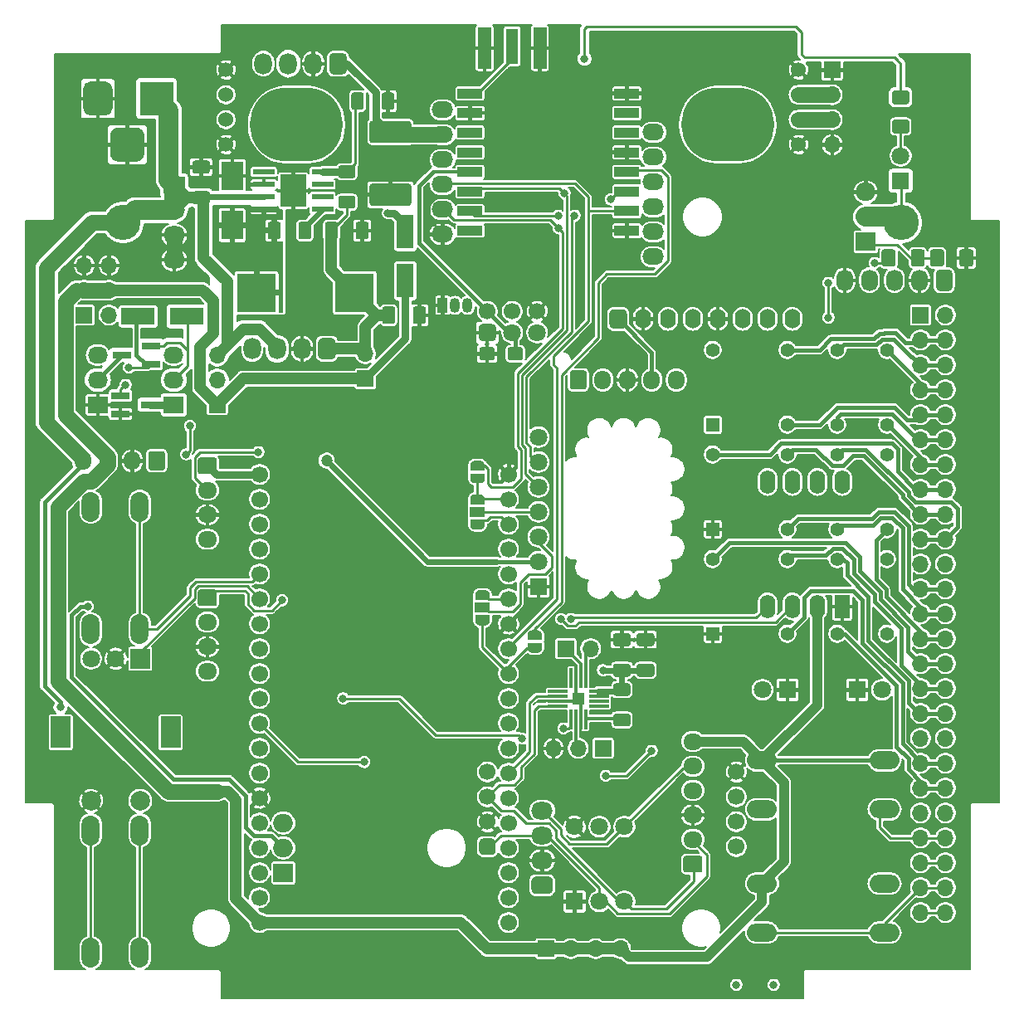
<source format=gtl>
G04 #@! TF.GenerationSoftware,KiCad,Pcbnew,(5.1.8)-1*
G04 #@! TF.CreationDate,2021-05-03T11:48:02+02:00*
G04 #@! TF.ProjectId,labAThome,6c616241-5468-46f6-9d65-2e6b69636164,rev?*
G04 #@! TF.SameCoordinates,Original*
G04 #@! TF.FileFunction,Copper,L1,Top*
G04 #@! TF.FilePolarity,Positive*
%FSLAX46Y46*%
G04 Gerber Fmt 4.6, Leading zero omitted, Abs format (unit mm)*
G04 Created by KiCad (PCBNEW (5.1.8)-1) date 2021-05-03 11:48:02*
%MOMM*%
%LPD*%
G01*
G04 APERTURE LIST*
G04 #@! TA.AperFunction,ComponentPad*
%ADD10O,1.800000X2.200000*%
G04 #@! TD*
G04 #@! TA.AperFunction,ComponentPad*
%ADD11R,1.050000X1.500000*%
G04 #@! TD*
G04 #@! TA.AperFunction,ComponentPad*
%ADD12O,1.050000X1.500000*%
G04 #@! TD*
G04 #@! TA.AperFunction,ComponentPad*
%ADD13R,1.230000X1.230000*%
G04 #@! TD*
G04 #@! TA.AperFunction,SMDPad,CuDef*
%ADD14R,2.000000X0.300000*%
G04 #@! TD*
G04 #@! TA.AperFunction,SMDPad,CuDef*
%ADD15R,0.300000X2.000000*%
G04 #@! TD*
G04 #@! TA.AperFunction,ComponentPad*
%ADD16O,1.600000X2.000000*%
G04 #@! TD*
G04 #@! TA.AperFunction,ComponentPad*
%ADD17O,1.700000X2.200000*%
G04 #@! TD*
G04 #@! TA.AperFunction,ComponentPad*
%ADD18O,1.700000X1.700000*%
G04 #@! TD*
G04 #@! TA.AperFunction,ComponentPad*
%ADD19R,1.700000X1.700000*%
G04 #@! TD*
G04 #@! TA.AperFunction,ComponentPad*
%ADD20C,0.100000*%
G04 #@! TD*
G04 #@! TA.AperFunction,SMDPad,CuDef*
%ADD21R,2.200000X0.600000*%
G04 #@! TD*
G04 #@! TA.AperFunction,SMDPad,CuDef*
%ADD22R,4.000000X4.000000*%
G04 #@! TD*
G04 #@! TA.AperFunction,SMDPad,CuDef*
%ADD23R,2.301240X3.000000*%
G04 #@! TD*
G04 #@! TA.AperFunction,SMDPad,CuDef*
%ADD24R,1.900000X0.800000*%
G04 #@! TD*
G04 #@! TA.AperFunction,ComponentPad*
%ADD25C,1.700000*%
G04 #@! TD*
G04 #@! TA.AperFunction,ComponentPad*
%ADD26O,2.030000X1.730000*%
G04 #@! TD*
G04 #@! TA.AperFunction,ComponentPad*
%ADD27R,2.030000X1.730000*%
G04 #@! TD*
G04 #@! TA.AperFunction,SMDPad,CuDef*
%ADD28R,3.500000X1.800000*%
G04 #@! TD*
G04 #@! TA.AperFunction,ComponentPad*
%ADD29R,1.800000X1.800000*%
G04 #@! TD*
G04 #@! TA.AperFunction,ComponentPad*
%ADD30C,1.800000*%
G04 #@! TD*
G04 #@! TA.AperFunction,ComponentPad*
%ADD31O,1.600000X2.400000*%
G04 #@! TD*
G04 #@! TA.AperFunction,ComponentPad*
%ADD32R,1.600000X2.400000*%
G04 #@! TD*
G04 #@! TA.AperFunction,SMDPad,CuDef*
%ADD33C,0.100000*%
G04 #@! TD*
G04 #@! TA.AperFunction,ComponentPad*
%ADD34O,1.950000X1.700000*%
G04 #@! TD*
G04 #@! TA.AperFunction,ComponentPad*
%ADD35O,2.000000X1.905000*%
G04 #@! TD*
G04 #@! TA.AperFunction,ComponentPad*
%ADD36R,2.000000X1.905000*%
G04 #@! TD*
G04 #@! TA.AperFunction,ComponentPad*
%ADD37O,2.200000X1.700000*%
G04 #@! TD*
G04 #@! TA.AperFunction,SMDPad,CuDef*
%ADD38R,1.270000X3.600000*%
G04 #@! TD*
G04 #@! TA.AperFunction,SMDPad,CuDef*
%ADD39R,1.350000X4.200000*%
G04 #@! TD*
G04 #@! TA.AperFunction,ComponentPad*
%ADD40C,1.524000*%
G04 #@! TD*
G04 #@! TA.AperFunction,SMDPad,CuDef*
%ADD41R,1.800000X3.500000*%
G04 #@! TD*
G04 #@! TA.AperFunction,SMDPad,CuDef*
%ADD42R,1.500000X1.000000*%
G04 #@! TD*
G04 #@! TA.AperFunction,ComponentPad*
%ADD43O,1.700000X1.950000*%
G04 #@! TD*
G04 #@! TA.AperFunction,SMDPad,CuDef*
%ADD44R,2.500000X1.000000*%
G04 #@! TD*
G04 #@! TA.AperFunction,ComponentPad*
%ADD45O,2.200000X1.800000*%
G04 #@! TD*
G04 #@! TA.AperFunction,ComponentPad*
%ADD46R,2.000000X2.000000*%
G04 #@! TD*
G04 #@! TA.AperFunction,ComponentPad*
%ADD47R,2.000000X3.200000*%
G04 #@! TD*
G04 #@! TA.AperFunction,ComponentPad*
%ADD48C,2.000000*%
G04 #@! TD*
G04 #@! TA.AperFunction,ComponentPad*
%ADD49C,1.400000*%
G04 #@! TD*
G04 #@! TA.AperFunction,ComponentPad*
%ADD50R,1.400000X1.400000*%
G04 #@! TD*
G04 #@! TA.AperFunction,ComponentPad*
%ADD51O,3.048000X1.850000*%
G04 #@! TD*
G04 #@! TA.AperFunction,ComponentPad*
%ADD52C,3.600000*%
G04 #@! TD*
G04 #@! TA.AperFunction,WasherPad*
%ADD53O,9.500000X7.500000*%
G04 #@! TD*
G04 #@! TA.AperFunction,ComponentPad*
%ADD54O,1.850000X3.048000*%
G04 #@! TD*
G04 #@! TA.AperFunction,ComponentPad*
%ADD55R,2.200000X1.800000*%
G04 #@! TD*
G04 #@! TA.AperFunction,ComponentPad*
%ADD56R,3.500000X3.500000*%
G04 #@! TD*
G04 #@! TA.AperFunction,ViaPad*
%ADD57C,0.800000*%
G04 #@! TD*
G04 #@! TA.AperFunction,ViaPad*
%ADD58C,1.200000*%
G04 #@! TD*
G04 #@! TA.AperFunction,Conductor*
%ADD59C,1.600000*%
G04 #@! TD*
G04 #@! TA.AperFunction,Conductor*
%ADD60C,0.250000*%
G04 #@! TD*
G04 #@! TA.AperFunction,Conductor*
%ADD61C,0.400000*%
G04 #@! TD*
G04 #@! TA.AperFunction,Conductor*
%ADD62C,0.300000*%
G04 #@! TD*
G04 #@! TA.AperFunction,Conductor*
%ADD63C,2.000000*%
G04 #@! TD*
G04 #@! TA.AperFunction,Conductor*
%ADD64C,0.600000*%
G04 #@! TD*
G04 #@! TA.AperFunction,Conductor*
%ADD65C,1.200000*%
G04 #@! TD*
G04 #@! TA.AperFunction,Conductor*
%ADD66C,0.800000*%
G04 #@! TD*
G04 #@! TA.AperFunction,Conductor*
%ADD67C,1.000000*%
G04 #@! TD*
G04 #@! TA.AperFunction,Conductor*
%ADD68C,0.200000*%
G04 #@! TD*
G04 #@! TA.AperFunction,Conductor*
%ADD69C,0.100000*%
G04 #@! TD*
G04 APERTURE END LIST*
D10*
X53467000Y-63373000D03*
X56007000Y-63373000D03*
X58547000Y-63373000D03*
G04 #@! TA.AperFunction,ComponentPad*
G36*
G01*
X60637000Y-62273000D02*
X61537000Y-62273000D01*
G75*
G02*
X61987000Y-62723000I0J-450000D01*
G01*
X61987000Y-64023000D01*
G75*
G02*
X61537000Y-64473000I-450000J0D01*
G01*
X60637000Y-64473000D01*
G75*
G02*
X60187000Y-64023000I0J450000D01*
G01*
X60187000Y-62723000D01*
G75*
G02*
X60637000Y-62273000I450000J0D01*
G01*
G37*
G04 #@! TD.AperFunction*
D11*
X72898000Y-58928000D03*
D12*
X75438000Y-58928000D03*
X74168000Y-58928000D03*
D13*
X86741000Y-99060000D03*
D14*
X84641000Y-99810000D03*
X84641000Y-99310000D03*
X84641000Y-98810000D03*
X84641000Y-98310000D03*
X88841000Y-98310000D03*
X88841000Y-98810000D03*
X88841000Y-99310000D03*
X88841000Y-99810000D03*
D15*
X85991000Y-96960000D03*
X86491000Y-96960000D03*
X86991000Y-96960000D03*
X87491000Y-96960000D03*
X87491000Y-101160000D03*
X86991000Y-101160000D03*
X86491000Y-101160000D03*
X85991000Y-101160000D03*
D16*
X108585000Y-60325000D03*
X106045000Y-60325000D03*
X103505000Y-60325000D03*
X100965000Y-60325000D03*
X98425000Y-60325000D03*
X95885000Y-60325000D03*
X93345000Y-60325000D03*
G04 #@! TA.AperFunction,ComponentPad*
G36*
G01*
X91255000Y-61325000D02*
X90355000Y-61325000D01*
G75*
G02*
X89905000Y-60875000I0J450000D01*
G01*
X89905000Y-59775000D01*
G75*
G02*
X90355000Y-59325000I450000J0D01*
G01*
X91255000Y-59325000D01*
G75*
G02*
X91705000Y-59775000I0J-450000D01*
G01*
X91705000Y-60875000D01*
G75*
G02*
X91255000Y-61325000I-450000J0D01*
G01*
G37*
G04 #@! TD.AperFunction*
D17*
X113919000Y-56388000D03*
X116459000Y-56388000D03*
X118999000Y-56388000D03*
X121539000Y-56388000D03*
G04 #@! TA.AperFunction,ComponentPad*
G36*
G01*
X124504000Y-57488000D02*
X123654000Y-57488000D01*
G75*
G02*
X123229000Y-57063000I0J425000D01*
G01*
X123229000Y-55713000D01*
G75*
G02*
X123654000Y-55288000I425000J0D01*
G01*
X124504000Y-55288000D01*
G75*
G02*
X124929000Y-55713000I0J-425000D01*
G01*
X124929000Y-57063000D01*
G75*
G02*
X124504000Y-57488000I-425000J0D01*
G01*
G37*
G04 #@! TD.AperFunction*
D18*
X84201000Y-104140000D03*
X86741000Y-104140000D03*
D19*
X89281000Y-104140000D03*
D18*
X88011000Y-93980000D03*
D19*
X85471000Y-93980000D03*
G04 #@! TA.AperFunction,SMDPad,CuDef*
G36*
G01*
X91811001Y-98795000D02*
X90560999Y-98795000D01*
G75*
G02*
X90311000Y-98545001I0J249999D01*
G01*
X90311000Y-97744999D01*
G75*
G02*
X90560999Y-97495000I249999J0D01*
G01*
X91811001Y-97495000D01*
G75*
G02*
X92061000Y-97744999I0J-249999D01*
G01*
X92061000Y-98545001D01*
G75*
G02*
X91811001Y-98795000I-249999J0D01*
G01*
G37*
G04 #@! TD.AperFunction*
G04 #@! TA.AperFunction,SMDPad,CuDef*
G36*
G01*
X91811001Y-101895000D02*
X90560999Y-101895000D01*
G75*
G02*
X90311000Y-101645001I0J249999D01*
G01*
X90311000Y-100844999D01*
G75*
G02*
X90560999Y-100595000I249999J0D01*
G01*
X91811001Y-100595000D01*
G75*
G02*
X92061000Y-100844999I0J-249999D01*
G01*
X92061000Y-101645001D01*
G75*
G02*
X91811001Y-101895000I-249999J0D01*
G01*
G37*
G04 #@! TD.AperFunction*
G04 #@! TA.AperFunction,SMDPad,CuDef*
G36*
G01*
X91836003Y-93715000D02*
X90535997Y-93715000D01*
G75*
G02*
X90286000Y-93465003I0J249997D01*
G01*
X90286000Y-92639997D01*
G75*
G02*
X90535997Y-92390000I249997J0D01*
G01*
X91836003Y-92390000D01*
G75*
G02*
X92086000Y-92639997I0J-249997D01*
G01*
X92086000Y-93465003D01*
G75*
G02*
X91836003Y-93715000I-249997J0D01*
G01*
G37*
G04 #@! TD.AperFunction*
G04 #@! TA.AperFunction,SMDPad,CuDef*
G36*
G01*
X91836003Y-96840000D02*
X90535997Y-96840000D01*
G75*
G02*
X90286000Y-96590003I0J249997D01*
G01*
X90286000Y-95764997D01*
G75*
G02*
X90535997Y-95515000I249997J0D01*
G01*
X91836003Y-95515000D01*
G75*
G02*
X92086000Y-95764997I0J-249997D01*
G01*
X92086000Y-96590003D01*
G75*
G02*
X91836003Y-96840000I-249997J0D01*
G01*
G37*
G04 #@! TD.AperFunction*
G04 #@! TA.AperFunction,SMDPad,CuDef*
G36*
G01*
X94249003Y-93715000D02*
X92948997Y-93715000D01*
G75*
G02*
X92699000Y-93465003I0J249997D01*
G01*
X92699000Y-92639997D01*
G75*
G02*
X92948997Y-92390000I249997J0D01*
G01*
X94249003Y-92390000D01*
G75*
G02*
X94499000Y-92639997I0J-249997D01*
G01*
X94499000Y-93465003D01*
G75*
G02*
X94249003Y-93715000I-249997J0D01*
G01*
G37*
G04 #@! TD.AperFunction*
G04 #@! TA.AperFunction,SMDPad,CuDef*
G36*
G01*
X94249003Y-96840000D02*
X92948997Y-96840000D01*
G75*
G02*
X92699000Y-96590003I0J249997D01*
G01*
X92699000Y-95764997D01*
G75*
G02*
X92948997Y-95515000I249997J0D01*
G01*
X94249003Y-95515000D01*
G75*
G02*
X94499000Y-95764997I0J-249997D01*
G01*
X94499000Y-96590003D01*
G75*
G02*
X94249003Y-96840000I-249997J0D01*
G01*
G37*
G04 #@! TD.AperFunction*
D10*
X54610000Y-34290000D03*
X57150000Y-34290000D03*
X59690000Y-34290000D03*
G04 #@! TA.AperFunction,ComponentPad*
G36*
G01*
X61780000Y-33190000D02*
X62680000Y-33190000D01*
G75*
G02*
X63130000Y-33640000I0J-450000D01*
G01*
X63130000Y-34940000D01*
G75*
G02*
X62680000Y-35390000I-450000J0D01*
G01*
X61780000Y-35390000D01*
G75*
G02*
X61330000Y-34940000I0J450000D01*
G01*
X61330000Y-33640000D01*
G75*
G02*
X61780000Y-33190000I450000J0D01*
G01*
G37*
G04 #@! TD.AperFunction*
G04 #@! TA.AperFunction,SMDPad,CuDef*
G36*
G01*
X64019000Y-51958003D02*
X64019000Y-50657997D01*
G75*
G02*
X64268997Y-50408000I249997J0D01*
G01*
X65094003Y-50408000D01*
G75*
G02*
X65344000Y-50657997I0J-249997D01*
G01*
X65344000Y-51958003D01*
G75*
G02*
X65094003Y-52208000I-249997J0D01*
G01*
X64268997Y-52208000D01*
G75*
G02*
X64019000Y-51958003I0J249997D01*
G01*
G37*
G04 #@! TD.AperFunction*
G04 #@! TA.AperFunction,SMDPad,CuDef*
G36*
G01*
X60894000Y-51958003D02*
X60894000Y-50657997D01*
G75*
G02*
X61143997Y-50408000I249997J0D01*
G01*
X61969003Y-50408000D01*
G75*
G02*
X62219000Y-50657997I0J-249997D01*
G01*
X62219000Y-51958003D01*
G75*
G02*
X61969003Y-52208000I-249997J0D01*
G01*
X61143997Y-52208000D01*
G75*
G02*
X60894000Y-51958003I0J249997D01*
G01*
G37*
G04 #@! TD.AperFunction*
G04 #@! TA.AperFunction,SMDPad,CuDef*
G36*
G01*
X69861000Y-60594003D02*
X69861000Y-59293997D01*
G75*
G02*
X70110997Y-59044000I249997J0D01*
G01*
X70936003Y-59044000D01*
G75*
G02*
X71186000Y-59293997I0J-249997D01*
G01*
X71186000Y-60594003D01*
G75*
G02*
X70936003Y-60844000I-249997J0D01*
G01*
X70110997Y-60844000D01*
G75*
G02*
X69861000Y-60594003I0J249997D01*
G01*
G37*
G04 #@! TD.AperFunction*
G04 #@! TA.AperFunction,SMDPad,CuDef*
G36*
G01*
X66736000Y-60594003D02*
X66736000Y-59293997D01*
G75*
G02*
X66985997Y-59044000I249997J0D01*
G01*
X67811003Y-59044000D01*
G75*
G02*
X68061000Y-59293997I0J-249997D01*
G01*
X68061000Y-60594003D01*
G75*
G02*
X67811003Y-60844000I-249997J0D01*
G01*
X66985997Y-60844000D01*
G75*
G02*
X66736000Y-60594003I0J249997D01*
G01*
G37*
G04 #@! TD.AperFunction*
G04 #@! TA.AperFunction,SMDPad,CuDef*
G36*
G01*
X56377000Y-50657997D02*
X56377000Y-51958003D01*
G75*
G02*
X56127003Y-52208000I-249997J0D01*
G01*
X55301997Y-52208000D01*
G75*
G02*
X55052000Y-51958003I0J249997D01*
G01*
X55052000Y-50657997D01*
G75*
G02*
X55301997Y-50408000I249997J0D01*
G01*
X56127003Y-50408000D01*
G75*
G02*
X56377000Y-50657997I0J-249997D01*
G01*
G37*
G04 #@! TD.AperFunction*
G04 #@! TA.AperFunction,SMDPad,CuDef*
G36*
G01*
X59502000Y-50657997D02*
X59502000Y-51958003D01*
G75*
G02*
X59252003Y-52208000I-249997J0D01*
G01*
X58426997Y-52208000D01*
G75*
G02*
X58177000Y-51958003I0J249997D01*
G01*
X58177000Y-50657997D01*
G75*
G02*
X58426997Y-50408000I249997J0D01*
G01*
X59252003Y-50408000D01*
G75*
G02*
X59502000Y-50657997I0J-249997D01*
G01*
G37*
G04 #@! TD.AperFunction*
G04 #@! TA.AperFunction,SMDPad,CuDef*
G36*
G01*
X48910003Y-45493500D02*
X47609997Y-45493500D01*
G75*
G02*
X47360000Y-45243503I0J249997D01*
G01*
X47360000Y-44418497D01*
G75*
G02*
X47609997Y-44168500I249997J0D01*
G01*
X48910003Y-44168500D01*
G75*
G02*
X49160000Y-44418497I0J-249997D01*
G01*
X49160000Y-45243503D01*
G75*
G02*
X48910003Y-45493500I-249997J0D01*
G01*
G37*
G04 #@! TD.AperFunction*
G04 #@! TA.AperFunction,SMDPad,CuDef*
G36*
G01*
X48910003Y-48618500D02*
X47609997Y-48618500D01*
G75*
G02*
X47360000Y-48368503I0J249997D01*
G01*
X47360000Y-47543497D01*
G75*
G02*
X47609997Y-47293500I249997J0D01*
G01*
X48910003Y-47293500D01*
G75*
G02*
X49160000Y-47543497I0J-249997D01*
G01*
X49160000Y-48368503D01*
G75*
G02*
X48910003Y-48618500I-249997J0D01*
G01*
G37*
G04 #@! TD.AperFunction*
G04 #@! TA.AperFunction,ComponentPad*
D20*
G36*
X58958000Y-45594000D02*
G01*
X58958000Y-48894000D01*
X56358000Y-48894000D01*
X56358000Y-45594000D01*
X58958000Y-45594000D01*
G37*
G04 #@! TD.AperFunction*
D21*
X54658000Y-49149000D03*
X54658000Y-47879000D03*
X54658000Y-46609000D03*
X54658000Y-45339000D03*
X60658000Y-45339000D03*
X60658000Y-46609000D03*
X60658000Y-47879000D03*
X60658000Y-49149000D03*
G04 #@! TA.AperFunction,SMDPad,CuDef*
G36*
G01*
X64860000Y-37474999D02*
X64860000Y-38725001D01*
G75*
G02*
X64610001Y-38975000I-249999J0D01*
G01*
X63809999Y-38975000D01*
G75*
G02*
X63560000Y-38725001I0J249999D01*
G01*
X63560000Y-37474999D01*
G75*
G02*
X63809999Y-37225000I249999J0D01*
G01*
X64610001Y-37225000D01*
G75*
G02*
X64860000Y-37474999I0J-249999D01*
G01*
G37*
G04 #@! TD.AperFunction*
G04 #@! TA.AperFunction,SMDPad,CuDef*
G36*
G01*
X67960000Y-37474999D02*
X67960000Y-38725001D01*
G75*
G02*
X67710001Y-38975000I-249999J0D01*
G01*
X66909999Y-38975000D01*
G75*
G02*
X66660000Y-38725001I0J249999D01*
G01*
X66660000Y-37474999D01*
G75*
G02*
X66909999Y-37225000I249999J0D01*
G01*
X67710001Y-37225000D01*
G75*
G02*
X67960000Y-37474999I0J-249999D01*
G01*
G37*
G04 #@! TD.AperFunction*
G04 #@! TA.AperFunction,SMDPad,CuDef*
G36*
G01*
X62493999Y-47763000D02*
X63744001Y-47763000D01*
G75*
G02*
X63994000Y-48012999I0J-249999D01*
G01*
X63994000Y-48813001D01*
G75*
G02*
X63744001Y-49063000I-249999J0D01*
G01*
X62493999Y-49063000D01*
G75*
G02*
X62244000Y-48813001I0J249999D01*
G01*
X62244000Y-48012999D01*
G75*
G02*
X62493999Y-47763000I249999J0D01*
G01*
G37*
G04 #@! TD.AperFunction*
G04 #@! TA.AperFunction,SMDPad,CuDef*
G36*
G01*
X62493999Y-44663000D02*
X63744001Y-44663000D01*
G75*
G02*
X63994000Y-44912999I0J-249999D01*
G01*
X63994000Y-45713001D01*
G75*
G02*
X63744001Y-45963000I-249999J0D01*
G01*
X62493999Y-45963000D01*
G75*
G02*
X62244000Y-45713001I0J249999D01*
G01*
X62244000Y-44912999D01*
G75*
G02*
X62493999Y-44663000I249999J0D01*
G01*
G37*
G04 #@! TD.AperFunction*
D22*
X53928000Y-57658000D03*
X63928000Y-57658000D03*
D23*
X51435000Y-45760000D03*
X51435000Y-50760000D03*
D24*
X40156000Y-64008000D03*
X43156000Y-63058000D03*
X43156000Y-64958000D03*
D25*
X102870000Y-106553000D03*
X102870000Y-109093000D03*
X102870000Y-111633000D03*
X102870000Y-114173000D03*
G04 #@! TA.AperFunction,ComponentPad*
G36*
G01*
X76620000Y-114598000D02*
X76620000Y-113748000D01*
G75*
G02*
X77045000Y-113323000I425000J0D01*
G01*
X77895000Y-113323000D01*
G75*
G02*
X78320000Y-113748000I0J-425000D01*
G01*
X78320000Y-114598000D01*
G75*
G02*
X77895000Y-115023000I-425000J0D01*
G01*
X77045000Y-115023000D01*
G75*
G02*
X76620000Y-114598000I0J425000D01*
G01*
G37*
G04 #@! TD.AperFunction*
X77470000Y-111633000D03*
X77470000Y-109093000D03*
X77470000Y-106553000D03*
D24*
X43029000Y-69088000D03*
X40029000Y-70038000D03*
X40029000Y-68138000D03*
D26*
X37719000Y-64008000D03*
X37719000Y-66548000D03*
D27*
X37719000Y-69088000D03*
D28*
X41823000Y-60071000D03*
X46823000Y-60071000D03*
D29*
X119634000Y-46228000D03*
D30*
X119634000Y-43688000D03*
D31*
X113665000Y-76962000D03*
X106045000Y-89662000D03*
X111125000Y-76962000D03*
X108585000Y-89662000D03*
X108585000Y-76962000D03*
X111125000Y-89662000D03*
X106045000Y-76962000D03*
D32*
X113665000Y-89662000D03*
G04 #@! TA.AperFunction,SMDPad,CuDef*
D33*
G36*
X75704602Y-75296000D02*
G01*
X75704602Y-75271466D01*
X75709412Y-75222635D01*
X75718984Y-75174510D01*
X75733228Y-75127555D01*
X75752005Y-75082222D01*
X75775136Y-75038949D01*
X75802396Y-74998150D01*
X75833524Y-74960221D01*
X75868221Y-74925524D01*
X75906150Y-74894396D01*
X75946949Y-74867136D01*
X75990222Y-74844005D01*
X76035555Y-74825228D01*
X76082510Y-74810984D01*
X76130635Y-74801412D01*
X76179466Y-74796602D01*
X76204000Y-74796602D01*
X76204000Y-74796000D01*
X76704000Y-74796000D01*
X76704000Y-74796602D01*
X76728534Y-74796602D01*
X76777365Y-74801412D01*
X76825490Y-74810984D01*
X76872445Y-74825228D01*
X76917778Y-74844005D01*
X76961051Y-74867136D01*
X77001850Y-74894396D01*
X77039779Y-74925524D01*
X77074476Y-74960221D01*
X77105604Y-74998150D01*
X77132864Y-75038949D01*
X77155995Y-75082222D01*
X77174772Y-75127555D01*
X77189016Y-75174510D01*
X77198588Y-75222635D01*
X77203398Y-75271466D01*
X77203398Y-75296000D01*
X77204000Y-75296000D01*
X77204000Y-75796000D01*
X75704000Y-75796000D01*
X75704000Y-75296000D01*
X75704602Y-75296000D01*
G37*
G04 #@! TD.AperFunction*
G04 #@! TA.AperFunction,SMDPad,CuDef*
G36*
X77204000Y-76096000D02*
G01*
X77204000Y-76596000D01*
X77203398Y-76596000D01*
X77203398Y-76620534D01*
X77198588Y-76669365D01*
X77189016Y-76717490D01*
X77174772Y-76764445D01*
X77155995Y-76809778D01*
X77132864Y-76853051D01*
X77105604Y-76893850D01*
X77074476Y-76931779D01*
X77039779Y-76966476D01*
X77001850Y-76997604D01*
X76961051Y-77024864D01*
X76917778Y-77047995D01*
X76872445Y-77066772D01*
X76825490Y-77081016D01*
X76777365Y-77090588D01*
X76728534Y-77095398D01*
X76704000Y-77095398D01*
X76704000Y-77096000D01*
X76204000Y-77096000D01*
X76204000Y-77095398D01*
X76179466Y-77095398D01*
X76130635Y-77090588D01*
X76082510Y-77081016D01*
X76035555Y-77066772D01*
X75990222Y-77047995D01*
X75946949Y-77024864D01*
X75906150Y-76997604D01*
X75868221Y-76966476D01*
X75833524Y-76931779D01*
X75802396Y-76893850D01*
X75775136Y-76853051D01*
X75752005Y-76809778D01*
X75733228Y-76764445D01*
X75718984Y-76717490D01*
X75709412Y-76669365D01*
X75704602Y-76620534D01*
X75704602Y-76596000D01*
X75704000Y-76596000D01*
X75704000Y-76096000D01*
X77204000Y-76096000D01*
G37*
G04 #@! TD.AperFunction*
D34*
X48895000Y-82811000D03*
X48895000Y-80311000D03*
X48895000Y-77811000D03*
G04 #@! TA.AperFunction,ComponentPad*
G36*
G01*
X48170000Y-74461000D02*
X49620000Y-74461000D01*
G75*
G02*
X49870000Y-74711000I0J-250000D01*
G01*
X49870000Y-75911000D01*
G75*
G02*
X49620000Y-76161000I-250000J0D01*
G01*
X48170000Y-76161000D01*
G75*
G02*
X47920000Y-75911000I0J250000D01*
G01*
X47920000Y-74711000D01*
G75*
G02*
X48170000Y-74461000I250000J0D01*
G01*
G37*
G04 #@! TD.AperFunction*
X48895000Y-96273000D03*
X48895000Y-93773000D03*
X48895000Y-91273000D03*
G04 #@! TA.AperFunction,ComponentPad*
G36*
G01*
X48170000Y-87923000D02*
X49620000Y-87923000D01*
G75*
G02*
X49870000Y-88173000I0J-250000D01*
G01*
X49870000Y-89373000D01*
G75*
G02*
X49620000Y-89623000I-250000J0D01*
G01*
X48170000Y-89623000D01*
G75*
G02*
X47920000Y-89373000I0J250000D01*
G01*
X47920000Y-88173000D01*
G75*
G02*
X48170000Y-87923000I250000J0D01*
G01*
G37*
G04 #@! TD.AperFunction*
D35*
X56642000Y-111760000D03*
X56642000Y-114300000D03*
D36*
X56642000Y-116840000D03*
D37*
X94398000Y-53989000D03*
X94398000Y-51449000D03*
X94398000Y-48909000D03*
X94398000Y-46369000D03*
X94398000Y-43829000D03*
X72898000Y-51689000D03*
X72898000Y-49149000D03*
X72898000Y-46609000D03*
X72898000Y-44069000D03*
X72898000Y-41529000D03*
X94398000Y-41289000D03*
X72898000Y-38989000D03*
G04 #@! TA.AperFunction,SMDPad,CuDef*
G36*
G01*
X65688999Y-46525000D02*
X69439001Y-46525000D01*
G75*
G02*
X69689000Y-46774999I0J-249999D01*
G01*
X69689000Y-48525001D01*
G75*
G02*
X69439001Y-48775000I-249999J0D01*
G01*
X65688999Y-48775000D01*
G75*
G02*
X65439000Y-48525001I0J249999D01*
G01*
X65439000Y-46774999D01*
G75*
G02*
X65688999Y-46525000I249999J0D01*
G01*
G37*
G04 #@! TD.AperFunction*
G04 #@! TA.AperFunction,SMDPad,CuDef*
G36*
G01*
X65688999Y-40125000D02*
X69439001Y-40125000D01*
G75*
G02*
X69689000Y-40374999I0J-249999D01*
G01*
X69689000Y-42125001D01*
G75*
G02*
X69439001Y-42375000I-249999J0D01*
G01*
X65688999Y-42375000D01*
G75*
G02*
X65439000Y-42125001I0J249999D01*
G01*
X65439000Y-40374999D01*
G75*
G02*
X65688999Y-40125000I249999J0D01*
G01*
G37*
G04 #@! TD.AperFunction*
D30*
X82677000Y-72390000D03*
X82677000Y-74930000D03*
X82677000Y-77470000D03*
X82677000Y-80010000D03*
X82677000Y-82550000D03*
X82677000Y-85090000D03*
D29*
X82677000Y-87630000D03*
D18*
X38862000Y-54864000D03*
X36322000Y-54864000D03*
X38862000Y-57404000D03*
X36322000Y-57404000D03*
X38862000Y-59944000D03*
D19*
X36322000Y-59944000D03*
G04 #@! TA.AperFunction,SMDPad,CuDef*
G36*
G01*
X120259000Y-38431500D02*
X119009000Y-38431500D01*
G75*
G02*
X118759000Y-38181500I0J250000D01*
G01*
X118759000Y-37256500D01*
G75*
G02*
X119009000Y-37006500I250000J0D01*
G01*
X120259000Y-37006500D01*
G75*
G02*
X120509000Y-37256500I0J-250000D01*
G01*
X120509000Y-38181500D01*
G75*
G02*
X120259000Y-38431500I-250000J0D01*
G01*
G37*
G04 #@! TD.AperFunction*
G04 #@! TA.AperFunction,SMDPad,CuDef*
G36*
G01*
X120259000Y-41406500D02*
X119009000Y-41406500D01*
G75*
G02*
X118759000Y-41156500I0J250000D01*
G01*
X118759000Y-40231500D01*
G75*
G02*
X119009000Y-39981500I250000J0D01*
G01*
X120259000Y-39981500D01*
G75*
G02*
X120509000Y-40231500I0J-250000D01*
G01*
X120509000Y-41156500D01*
G75*
G02*
X120259000Y-41406500I-250000J0D01*
G01*
G37*
G04 #@! TD.AperFunction*
D34*
X98425000Y-103451000D03*
X98425000Y-105951000D03*
X98425000Y-108451000D03*
X98425000Y-110951000D03*
X98425000Y-113451000D03*
G04 #@! TA.AperFunction,ComponentPad*
G36*
G01*
X99150000Y-116801000D02*
X97700000Y-116801000D01*
G75*
G02*
X97450000Y-116551000I0J250000D01*
G01*
X97450000Y-115351000D01*
G75*
G02*
X97700000Y-115101000I250000J0D01*
G01*
X99150000Y-115101000D01*
G75*
G02*
X99400000Y-115351000I0J-250000D01*
G01*
X99400000Y-116551000D01*
G75*
G02*
X99150000Y-116801000I-250000J0D01*
G01*
G37*
G04 #@! TD.AperFunction*
D25*
X79629000Y-76200000D03*
X79629000Y-78740000D03*
X79629000Y-81280000D03*
X79629000Y-83820000D03*
X79629000Y-86360000D03*
X79629000Y-88900000D03*
X79629000Y-91440000D03*
X79629000Y-93980000D03*
X79629000Y-96520000D03*
X79629000Y-99060000D03*
X79629000Y-101600000D03*
X79629000Y-104140000D03*
X79629000Y-106680000D03*
X79629000Y-109220000D03*
X79629000Y-111760000D03*
X79629000Y-114300000D03*
X79629000Y-116840000D03*
X79629000Y-119380000D03*
X79629000Y-121920000D03*
X54229000Y-121920000D03*
X54229000Y-119380000D03*
X54229000Y-116840000D03*
X54229000Y-114300000D03*
X54229000Y-111760000D03*
X54229000Y-109220000D03*
X54229000Y-106680000D03*
X54229000Y-104140000D03*
X54229000Y-101600000D03*
X54229000Y-99060000D03*
X54229000Y-96520000D03*
X54229000Y-93980000D03*
X54229000Y-91440000D03*
X54229000Y-88900000D03*
X54229000Y-86360000D03*
X54229000Y-83820000D03*
X54229000Y-81280000D03*
X54229000Y-78740000D03*
X54229000Y-76200000D03*
D38*
X80000000Y-32500000D03*
D39*
X77175000Y-32700000D03*
X82825000Y-32700000D03*
D18*
X112649000Y-42545000D03*
X112649000Y-40005000D03*
X112649000Y-37465000D03*
D19*
X112649000Y-34925000D03*
D40*
X109220000Y-42545000D03*
X109220000Y-40005000D03*
X109220000Y-37465000D03*
X109220000Y-34925000D03*
X50800000Y-42545000D03*
X50800000Y-40005000D03*
X50800000Y-37465000D03*
X50800000Y-34925000D03*
G04 #@! TA.AperFunction,SMDPad,CuDef*
G36*
G01*
X78217000Y-63455999D02*
X78217000Y-64306001D01*
G75*
G02*
X77967001Y-64556000I-249999J0D01*
G01*
X76891999Y-64556000D01*
G75*
G02*
X76642000Y-64306001I0J249999D01*
G01*
X76642000Y-63455999D01*
G75*
G02*
X76891999Y-63206000I249999J0D01*
G01*
X77967001Y-63206000D01*
G75*
G02*
X78217000Y-63455999I0J-249999D01*
G01*
G37*
G04 #@! TD.AperFunction*
G04 #@! TA.AperFunction,SMDPad,CuDef*
G36*
G01*
X81092000Y-63455999D02*
X81092000Y-64306001D01*
G75*
G02*
X80842001Y-64556000I-249999J0D01*
G01*
X79766999Y-64556000D01*
G75*
G02*
X79517000Y-64306001I0J249999D01*
G01*
X79517000Y-63455999D01*
G75*
G02*
X79766999Y-63206000I249999J0D01*
G01*
X80842001Y-63206000D01*
G75*
G02*
X81092000Y-63455999I0J-249999D01*
G01*
G37*
G04 #@! TD.AperFunction*
D41*
X69088000Y-56435000D03*
X69088000Y-51435000D03*
G04 #@! TA.AperFunction,SMDPad,CuDef*
G36*
G01*
X124066000Y-53477000D02*
X124066000Y-54727000D01*
G75*
G02*
X123816000Y-54977000I-250000J0D01*
G01*
X122891000Y-54977000D01*
G75*
G02*
X122641000Y-54727000I0J250000D01*
G01*
X122641000Y-53477000D01*
G75*
G02*
X122891000Y-53227000I250000J0D01*
G01*
X123816000Y-53227000D01*
G75*
G02*
X124066000Y-53477000I0J-250000D01*
G01*
G37*
G04 #@! TD.AperFunction*
G04 #@! TA.AperFunction,SMDPad,CuDef*
G36*
G01*
X127041000Y-53477000D02*
X127041000Y-54727000D01*
G75*
G02*
X126791000Y-54977000I-250000J0D01*
G01*
X125866000Y-54977000D01*
G75*
G02*
X125616000Y-54727000I0J250000D01*
G01*
X125616000Y-53477000D01*
G75*
G02*
X125866000Y-53227000I250000J0D01*
G01*
X126791000Y-53227000D01*
G75*
G02*
X127041000Y-53477000I0J-250000D01*
G01*
G37*
G04 #@! TD.AperFunction*
G04 #@! TA.AperFunction,SMDPad,CuDef*
G36*
G01*
X120663000Y-54727000D02*
X120663000Y-53477000D01*
G75*
G02*
X120913000Y-53227000I250000J0D01*
G01*
X121838000Y-53227000D01*
G75*
G02*
X122088000Y-53477000I0J-250000D01*
G01*
X122088000Y-54727000D01*
G75*
G02*
X121838000Y-54977000I-250000J0D01*
G01*
X120913000Y-54977000D01*
G75*
G02*
X120663000Y-54727000I0J250000D01*
G01*
G37*
G04 #@! TD.AperFunction*
G04 #@! TA.AperFunction,SMDPad,CuDef*
G36*
G01*
X117688000Y-54727000D02*
X117688000Y-53477000D01*
G75*
G02*
X117938000Y-53227000I250000J0D01*
G01*
X118863000Y-53227000D01*
G75*
G02*
X119113000Y-53477000I0J-250000D01*
G01*
X119113000Y-54727000D01*
G75*
G02*
X118863000Y-54977000I-250000J0D01*
G01*
X117938000Y-54977000D01*
G75*
G02*
X117688000Y-54727000I0J250000D01*
G01*
G37*
G04 #@! TD.AperFunction*
D42*
X76454000Y-80010000D03*
G04 #@! TA.AperFunction,SMDPad,CuDef*
D33*
G36*
X75704602Y-78710000D02*
G01*
X75704602Y-78685466D01*
X75709412Y-78636635D01*
X75718984Y-78588510D01*
X75733228Y-78541555D01*
X75752005Y-78496222D01*
X75775136Y-78452949D01*
X75802396Y-78412150D01*
X75833524Y-78374221D01*
X75868221Y-78339524D01*
X75906150Y-78308396D01*
X75946949Y-78281136D01*
X75990222Y-78258005D01*
X76035555Y-78239228D01*
X76082510Y-78224984D01*
X76130635Y-78215412D01*
X76179466Y-78210602D01*
X76204000Y-78210602D01*
X76204000Y-78210000D01*
X76704000Y-78210000D01*
X76704000Y-78210602D01*
X76728534Y-78210602D01*
X76777365Y-78215412D01*
X76825490Y-78224984D01*
X76872445Y-78239228D01*
X76917778Y-78258005D01*
X76961051Y-78281136D01*
X77001850Y-78308396D01*
X77039779Y-78339524D01*
X77074476Y-78374221D01*
X77105604Y-78412150D01*
X77132864Y-78452949D01*
X77155995Y-78496222D01*
X77174772Y-78541555D01*
X77189016Y-78588510D01*
X77198588Y-78636635D01*
X77203398Y-78685466D01*
X77203398Y-78710000D01*
X77204000Y-78710000D01*
X77204000Y-79260000D01*
X75704000Y-79260000D01*
X75704000Y-78710000D01*
X75704602Y-78710000D01*
G37*
G04 #@! TD.AperFunction*
G04 #@! TA.AperFunction,SMDPad,CuDef*
G36*
X77204000Y-80760000D02*
G01*
X77204000Y-81310000D01*
X77203398Y-81310000D01*
X77203398Y-81334534D01*
X77198588Y-81383365D01*
X77189016Y-81431490D01*
X77174772Y-81478445D01*
X77155995Y-81523778D01*
X77132864Y-81567051D01*
X77105604Y-81607850D01*
X77074476Y-81645779D01*
X77039779Y-81680476D01*
X77001850Y-81711604D01*
X76961051Y-81738864D01*
X76917778Y-81761995D01*
X76872445Y-81780772D01*
X76825490Y-81795016D01*
X76777365Y-81804588D01*
X76728534Y-81809398D01*
X76704000Y-81809398D01*
X76704000Y-81810000D01*
X76204000Y-81810000D01*
X76204000Y-81809398D01*
X76179466Y-81809398D01*
X76130635Y-81804588D01*
X76082510Y-81795016D01*
X76035555Y-81780772D01*
X75990222Y-81761995D01*
X75946949Y-81738864D01*
X75906150Y-81711604D01*
X75868221Y-81680476D01*
X75833524Y-81645779D01*
X75802396Y-81607850D01*
X75775136Y-81567051D01*
X75752005Y-81523778D01*
X75733228Y-81478445D01*
X75718984Y-81431490D01*
X75709412Y-81383365D01*
X75704602Y-81334534D01*
X75704602Y-81310000D01*
X75704000Y-81310000D01*
X75704000Y-80760000D01*
X77204000Y-80760000D01*
G37*
G04 #@! TD.AperFunction*
D42*
X76962000Y-89789000D03*
G04 #@! TA.AperFunction,SMDPad,CuDef*
D33*
G36*
X77711398Y-91089000D02*
G01*
X77711398Y-91113534D01*
X77706588Y-91162365D01*
X77697016Y-91210490D01*
X77682772Y-91257445D01*
X77663995Y-91302778D01*
X77640864Y-91346051D01*
X77613604Y-91386850D01*
X77582476Y-91424779D01*
X77547779Y-91459476D01*
X77509850Y-91490604D01*
X77469051Y-91517864D01*
X77425778Y-91540995D01*
X77380445Y-91559772D01*
X77333490Y-91574016D01*
X77285365Y-91583588D01*
X77236534Y-91588398D01*
X77212000Y-91588398D01*
X77212000Y-91589000D01*
X76712000Y-91589000D01*
X76712000Y-91588398D01*
X76687466Y-91588398D01*
X76638635Y-91583588D01*
X76590510Y-91574016D01*
X76543555Y-91559772D01*
X76498222Y-91540995D01*
X76454949Y-91517864D01*
X76414150Y-91490604D01*
X76376221Y-91459476D01*
X76341524Y-91424779D01*
X76310396Y-91386850D01*
X76283136Y-91346051D01*
X76260005Y-91302778D01*
X76241228Y-91257445D01*
X76226984Y-91210490D01*
X76217412Y-91162365D01*
X76212602Y-91113534D01*
X76212602Y-91089000D01*
X76212000Y-91089000D01*
X76212000Y-90539000D01*
X77712000Y-90539000D01*
X77712000Y-91089000D01*
X77711398Y-91089000D01*
G37*
G04 #@! TD.AperFunction*
G04 #@! TA.AperFunction,SMDPad,CuDef*
G36*
X76212000Y-89039000D02*
G01*
X76212000Y-88489000D01*
X76212602Y-88489000D01*
X76212602Y-88464466D01*
X76217412Y-88415635D01*
X76226984Y-88367510D01*
X76241228Y-88320555D01*
X76260005Y-88275222D01*
X76283136Y-88231949D01*
X76310396Y-88191150D01*
X76341524Y-88153221D01*
X76376221Y-88118524D01*
X76414150Y-88087396D01*
X76454949Y-88060136D01*
X76498222Y-88037005D01*
X76543555Y-88018228D01*
X76590510Y-88003984D01*
X76638635Y-87994412D01*
X76687466Y-87989602D01*
X76712000Y-87989602D01*
X76712000Y-87989000D01*
X77212000Y-87989000D01*
X77212000Y-87989602D01*
X77236534Y-87989602D01*
X77285365Y-87994412D01*
X77333490Y-88003984D01*
X77380445Y-88018228D01*
X77425778Y-88037005D01*
X77469051Y-88060136D01*
X77509850Y-88087396D01*
X77547779Y-88118524D01*
X77582476Y-88153221D01*
X77613604Y-88191150D01*
X77640864Y-88231949D01*
X77663995Y-88275222D01*
X77682772Y-88320555D01*
X77697016Y-88367510D01*
X77706588Y-88415635D01*
X77711398Y-88464466D01*
X77711398Y-88489000D01*
X77712000Y-88489000D01*
X77712000Y-89039000D01*
X76212000Y-89039000D01*
G37*
G04 #@! TD.AperFunction*
D30*
X82540000Y-61722000D03*
G04 #@! TA.AperFunction,ComponentPad*
G36*
G01*
X76560000Y-62172000D02*
X76560000Y-61272000D01*
G75*
G02*
X77010000Y-60822000I450000J0D01*
G01*
X77910000Y-60822000D01*
G75*
G02*
X78360000Y-61272000I0J-450000D01*
G01*
X78360000Y-62172000D01*
G75*
G02*
X77910000Y-62622000I-450000J0D01*
G01*
X77010000Y-62622000D01*
G75*
G02*
X76560000Y-62172000I0J450000D01*
G01*
G37*
G04 #@! TD.AperFunction*
X80000000Y-61722000D03*
G04 #@! TA.AperFunction,SMDPad,CuDef*
D33*
G36*
X81546602Y-92583000D02*
G01*
X81546602Y-92558466D01*
X81551412Y-92509635D01*
X81560984Y-92461510D01*
X81575228Y-92414555D01*
X81594005Y-92369222D01*
X81617136Y-92325949D01*
X81644396Y-92285150D01*
X81675524Y-92247221D01*
X81710221Y-92212524D01*
X81748150Y-92181396D01*
X81788949Y-92154136D01*
X81832222Y-92131005D01*
X81877555Y-92112228D01*
X81924510Y-92097984D01*
X81972635Y-92088412D01*
X82021466Y-92083602D01*
X82046000Y-92083602D01*
X82046000Y-92083000D01*
X82546000Y-92083000D01*
X82546000Y-92083602D01*
X82570534Y-92083602D01*
X82619365Y-92088412D01*
X82667490Y-92097984D01*
X82714445Y-92112228D01*
X82759778Y-92131005D01*
X82803051Y-92154136D01*
X82843850Y-92181396D01*
X82881779Y-92212524D01*
X82916476Y-92247221D01*
X82947604Y-92285150D01*
X82974864Y-92325949D01*
X82997995Y-92369222D01*
X83016772Y-92414555D01*
X83031016Y-92461510D01*
X83040588Y-92509635D01*
X83045398Y-92558466D01*
X83045398Y-92583000D01*
X83046000Y-92583000D01*
X83046000Y-93083000D01*
X81546000Y-93083000D01*
X81546000Y-92583000D01*
X81546602Y-92583000D01*
G37*
G04 #@! TD.AperFunction*
G04 #@! TA.AperFunction,SMDPad,CuDef*
G36*
X83046000Y-93383000D02*
G01*
X83046000Y-93883000D01*
X83045398Y-93883000D01*
X83045398Y-93907534D01*
X83040588Y-93956365D01*
X83031016Y-94004490D01*
X83016772Y-94051445D01*
X82997995Y-94096778D01*
X82974864Y-94140051D01*
X82947604Y-94180850D01*
X82916476Y-94218779D01*
X82881779Y-94253476D01*
X82843850Y-94284604D01*
X82803051Y-94311864D01*
X82759778Y-94334995D01*
X82714445Y-94353772D01*
X82667490Y-94368016D01*
X82619365Y-94377588D01*
X82570534Y-94382398D01*
X82546000Y-94382398D01*
X82546000Y-94383000D01*
X82046000Y-94383000D01*
X82046000Y-94382398D01*
X82021466Y-94382398D01*
X81972635Y-94377588D01*
X81924510Y-94368016D01*
X81877555Y-94353772D01*
X81832222Y-94334995D01*
X81788949Y-94311864D01*
X81748150Y-94284604D01*
X81710221Y-94253476D01*
X81675524Y-94218779D01*
X81644396Y-94180850D01*
X81617136Y-94140051D01*
X81594005Y-94096778D01*
X81575228Y-94051445D01*
X81560984Y-94004490D01*
X81551412Y-93956365D01*
X81546602Y-93907534D01*
X81546602Y-93883000D01*
X81546000Y-93883000D01*
X81546000Y-93383000D01*
X83046000Y-93383000D01*
G37*
G04 #@! TD.AperFunction*
D43*
X96741000Y-66548000D03*
X94241000Y-66548000D03*
X91741000Y-66548000D03*
X89241000Y-66548000D03*
G04 #@! TA.AperFunction,ComponentPad*
G36*
G01*
X85891000Y-67273000D02*
X85891000Y-65823000D01*
G75*
G02*
X86141000Y-65573000I250000J0D01*
G01*
X87341000Y-65573000D01*
G75*
G02*
X87591000Y-65823000I0J-250000D01*
G01*
X87591000Y-67273000D01*
G75*
G02*
X87341000Y-67523000I-250000J0D01*
G01*
X86141000Y-67523000D01*
G75*
G02*
X85891000Y-67273000I0J250000D01*
G01*
G37*
G04 #@! TD.AperFunction*
D44*
X75694000Y-51323000D03*
X75694000Y-49323000D03*
X75694000Y-47323000D03*
X75694000Y-45323000D03*
X75694000Y-43323000D03*
X75694000Y-41323000D03*
X75694000Y-39323000D03*
X75694000Y-37323000D03*
X91694000Y-37323000D03*
X91694000Y-39323000D03*
X91694000Y-41323000D03*
X91694000Y-43323000D03*
X91694000Y-45323000D03*
X91694000Y-47323000D03*
X91694000Y-49323000D03*
X91694000Y-51323000D03*
D45*
X83058000Y-110490000D03*
X83058000Y-113030000D03*
X83058000Y-115570000D03*
G04 #@! TA.AperFunction,ComponentPad*
G36*
G01*
X81958000Y-118560000D02*
X81958000Y-117660000D01*
G75*
G02*
X82408000Y-117210000I450000J0D01*
G01*
X83708000Y-117210000D01*
G75*
G02*
X84158000Y-117660000I0J-450000D01*
G01*
X84158000Y-118560000D01*
G75*
G02*
X83708000Y-119010000I-450000J0D01*
G01*
X82408000Y-119010000D01*
G75*
G02*
X81958000Y-118560000I0J450000D01*
G01*
G37*
G04 #@! TD.AperFunction*
D30*
X86360000Y-112141000D03*
X88900000Y-112141000D03*
X91440000Y-112141000D03*
X91440000Y-119761000D03*
X88900000Y-119761000D03*
D29*
X86360000Y-119761000D03*
D43*
X36235000Y-74803000D03*
X38735000Y-74803000D03*
X41235000Y-74803000D03*
G04 #@! TA.AperFunction,ComponentPad*
G36*
G01*
X44585000Y-74078000D02*
X44585000Y-75528000D01*
G75*
G02*
X44335000Y-75778000I-250000J0D01*
G01*
X43135000Y-75778000D01*
G75*
G02*
X42885000Y-75528000I0J250000D01*
G01*
X42885000Y-74078000D01*
G75*
G02*
X43135000Y-73828000I250000J0D01*
G01*
X44335000Y-73828000D01*
G75*
G02*
X44585000Y-74078000I0J-250000D01*
G01*
G37*
G04 #@! TD.AperFunction*
D46*
X42037000Y-94996000D03*
D30*
X39537000Y-94996000D03*
X37037000Y-94996000D03*
D47*
X45137000Y-102496000D03*
X33937000Y-102496000D03*
D48*
X42037000Y-109496000D03*
X37037000Y-109496000D03*
D25*
X82540000Y-59563000D03*
X80000000Y-59563000D03*
X77460000Y-59563000D03*
D26*
X45466000Y-64008000D03*
X45466000Y-66548000D03*
D27*
X45466000Y-69088000D03*
D18*
X49911000Y-64008000D03*
X49911000Y-66548000D03*
D19*
X49911000Y-69088000D03*
D35*
X116078000Y-47371000D03*
X116078000Y-49911000D03*
D36*
X116078000Y-52451000D03*
D18*
X91059000Y-124587000D03*
X88519000Y-124587000D03*
X85979000Y-124587000D03*
D19*
X83439000Y-124587000D03*
D18*
X124206000Y-120904000D03*
X121666000Y-120904000D03*
X124206000Y-118364000D03*
X121666000Y-118364000D03*
X124206000Y-115824000D03*
X121666000Y-115824000D03*
X124206000Y-113284000D03*
X121666000Y-113284000D03*
X124206000Y-110744000D03*
X121666000Y-110744000D03*
X124206000Y-108204000D03*
X121666000Y-108204000D03*
X124206000Y-105664000D03*
X121666000Y-105664000D03*
X124206000Y-103124000D03*
X121666000Y-103124000D03*
X124206000Y-100584000D03*
X121666000Y-100584000D03*
X124206000Y-98044000D03*
X121666000Y-98044000D03*
X124206000Y-95504000D03*
X121666000Y-95504000D03*
X124206000Y-92964000D03*
X121666000Y-92964000D03*
X124206000Y-90424000D03*
X121666000Y-90424000D03*
X124206000Y-87884000D03*
X121666000Y-87884000D03*
X124206000Y-85344000D03*
X121666000Y-85344000D03*
X124206000Y-82804000D03*
X121666000Y-82804000D03*
X124206000Y-80264000D03*
X121666000Y-80264000D03*
X124206000Y-77724000D03*
X121666000Y-77724000D03*
X124206000Y-75184000D03*
X121666000Y-75184000D03*
X124206000Y-72644000D03*
X121666000Y-72644000D03*
X124206000Y-70104000D03*
X121666000Y-70104000D03*
X124206000Y-67564000D03*
X121666000Y-67564000D03*
X124206000Y-65024000D03*
X121666000Y-65024000D03*
X124206000Y-62484000D03*
X121666000Y-62484000D03*
X124206000Y-59944000D03*
D19*
X121666000Y-59944000D03*
D49*
X108077000Y-74168000D03*
X118237000Y-74168000D03*
X113157000Y-74168000D03*
X108077000Y-81788000D03*
X118237000Y-81788000D03*
X113157000Y-81788000D03*
X100457000Y-74168000D03*
D50*
X100457000Y-81788000D03*
D51*
X117983000Y-117936000D03*
X117983000Y-122936000D03*
X105483000Y-117936000D03*
X105483000Y-122936000D03*
D52*
X119700000Y-50500000D03*
X40300000Y-50500000D03*
D53*
X58000000Y-40500000D03*
X102000000Y-40500000D03*
D51*
X117983000Y-105363000D03*
X117983000Y-110363000D03*
X105483000Y-105363000D03*
X105483000Y-110363000D03*
D54*
X37000000Y-112500000D03*
X42000000Y-112500000D03*
X37000000Y-125000000D03*
X42000000Y-125000000D03*
X37000000Y-79502000D03*
X42000000Y-79502000D03*
X37000000Y-92002000D03*
X42000000Y-92002000D03*
D45*
X45500000Y-54310000D03*
X45500000Y-51770000D03*
X45500000Y-49230000D03*
D55*
X45500000Y-46690000D03*
G04 #@! TA.AperFunction,ComponentPad*
G36*
G01*
X38969000Y-43421000D02*
X38969000Y-41671000D01*
G75*
G02*
X39844000Y-40796000I875000J0D01*
G01*
X41594000Y-40796000D01*
G75*
G02*
X42469000Y-41671000I0J-875000D01*
G01*
X42469000Y-43421000D01*
G75*
G02*
X41594000Y-44296000I-875000J0D01*
G01*
X39844000Y-44296000D01*
G75*
G02*
X38969000Y-43421000I0J875000D01*
G01*
G37*
G04 #@! TD.AperFunction*
G04 #@! TA.AperFunction,ComponentPad*
G36*
G01*
X36219000Y-38846000D02*
X36219000Y-36846000D01*
G75*
G02*
X36969000Y-36096000I750000J0D01*
G01*
X38469000Y-36096000D01*
G75*
G02*
X39219000Y-36846000I0J-750000D01*
G01*
X39219000Y-38846000D01*
G75*
G02*
X38469000Y-39596000I-750000J0D01*
G01*
X36969000Y-39596000D01*
G75*
G02*
X36219000Y-38846000I0J750000D01*
G01*
G37*
G04 #@! TD.AperFunction*
D56*
X43719000Y-37846000D03*
D49*
X108077000Y-63500000D03*
X118237000Y-63500000D03*
X113157000Y-63500000D03*
X108077000Y-71120000D03*
X118237000Y-71120000D03*
X113157000Y-71120000D03*
X100457000Y-63500000D03*
D50*
X100457000Y-71120000D03*
D18*
X65024000Y-63881000D03*
D19*
X65024000Y-66421000D03*
D49*
X108077000Y-84836000D03*
X118237000Y-84836000D03*
X113157000Y-84836000D03*
X108077000Y-92456000D03*
X118237000Y-92456000D03*
X113157000Y-92456000D03*
X100457000Y-84836000D03*
D50*
X100457000Y-92456000D03*
D30*
X105537000Y-98171000D03*
D29*
X108077000Y-98171000D03*
D30*
X117729000Y-98171000D03*
D29*
X115189000Y-98171000D03*
D57*
X102870000Y-128270000D03*
X106680000Y-128270000D03*
X87630000Y-128270000D03*
X91440000Y-128270000D03*
X95250000Y-128270000D03*
X99060000Y-128270000D03*
X118237000Y-83312000D03*
X122936000Y-81534000D03*
X122936000Y-63754000D03*
X58420000Y-111760000D03*
X58420000Y-114300000D03*
X58420000Y-116840000D03*
X58420000Y-119380000D03*
X76200000Y-119380000D03*
X76200000Y-116840000D03*
X40640000Y-46990000D03*
X43180000Y-46990000D03*
X78740000Y-38100000D03*
X78740000Y-40640000D03*
X78740000Y-43180000D03*
X121920000Y-38100000D03*
X121920000Y-40640000D03*
X124460000Y-38100000D03*
X124460000Y-40640000D03*
X124460000Y-43180000D03*
X124460000Y-48260000D03*
X124460000Y-50800000D03*
X127000000Y-55880000D03*
X127000000Y-58420000D03*
X127000000Y-63500000D03*
X127000000Y-60960000D03*
X127000000Y-66040000D03*
X127000000Y-68580000D03*
X127000000Y-71120000D03*
X127000000Y-73660000D03*
X127000000Y-76200000D03*
X127000000Y-78740000D03*
X127000000Y-81280000D03*
X127000000Y-83820000D03*
X127000000Y-86360000D03*
X127000000Y-88900000D03*
X127000000Y-91440000D03*
X127000000Y-93980000D03*
X127000000Y-99060000D03*
X127000000Y-106680000D03*
X118745000Y-94234000D03*
X70485000Y-91440000D03*
X70485000Y-88900000D03*
X70485000Y-86360000D03*
X70485000Y-93980000D03*
X62230000Y-96520000D03*
X64135000Y-96520000D03*
X70485000Y-99060000D03*
X60960000Y-111760000D03*
X60960000Y-114300000D03*
X60960000Y-116840000D03*
X60960000Y-119380000D03*
X64135000Y-119380000D03*
X64135000Y-116840000D03*
X64135000Y-111760000D03*
X67310000Y-111760000D03*
X67310000Y-114300000D03*
X67310000Y-116840000D03*
X67310000Y-119380000D03*
X70485000Y-119380000D03*
X70485000Y-116840000D03*
X70485000Y-114300000D03*
X70485000Y-111760000D03*
X73660000Y-111760000D03*
X73660000Y-116840000D03*
X73660000Y-119380000D03*
X60960000Y-81280000D03*
X64135000Y-81280000D03*
X73660000Y-81280000D03*
X70485000Y-81280000D03*
X70485000Y-78740000D03*
X73660000Y-78740000D03*
X70485000Y-75565000D03*
X73660000Y-75565000D03*
X70485000Y-72390000D03*
X73660000Y-72390000D03*
X76200000Y-72390000D03*
X73660000Y-93980000D03*
X73660000Y-91440000D03*
X81280000Y-45720000D03*
X81280000Y-43180000D03*
X81280000Y-40640000D03*
X83820000Y-38100000D03*
X83820000Y-40640000D03*
X83820000Y-43180000D03*
X83820000Y-45720000D03*
X86360000Y-40640000D03*
X86360000Y-38100000D03*
X60960000Y-125095000D03*
X70485000Y-125095000D03*
X73660000Y-125095000D03*
X76200000Y-125095000D03*
X83820000Y-128270000D03*
X80010000Y-128270000D03*
X91440000Y-117475000D03*
X93345000Y-117475000D03*
X95250000Y-117475000D03*
X95250000Y-115570000D03*
X93345000Y-115570000D03*
X91440000Y-115570000D03*
X83185000Y-120015000D03*
X83185000Y-122555000D03*
X85725000Y-122555000D03*
X88265000Y-122555000D03*
X90805000Y-122555000D03*
X106680000Y-95250000D03*
X109220000Y-95250000D03*
X113665000Y-101600000D03*
X116205000Y-101600000D03*
X116205000Y-103505000D03*
X104140000Y-101600000D03*
X93345000Y-122555000D03*
X95250000Y-122555000D03*
X105410000Y-115570000D03*
X105410000Y-113665000D03*
X78740000Y-51435000D03*
X60960000Y-78740000D03*
X67310000Y-75565000D03*
X67310000Y-72390000D03*
X58293000Y-77470000D03*
X109220000Y-106553000D03*
X109220000Y-109220000D03*
X109220000Y-112395000D03*
X109220000Y-115570000D03*
X109220000Y-118745000D03*
X113665000Y-118745000D03*
X113665000Y-115570000D03*
X113665000Y-112395000D03*
X113665000Y-106553000D03*
X81280000Y-38100000D03*
X76200000Y-54610000D03*
X78740000Y-54610000D03*
X81280000Y-54610000D03*
X83820000Y-54610000D03*
X71120000Y-33655000D03*
X71120000Y-31115000D03*
X73660000Y-33655000D03*
X73660000Y-31115000D03*
X87249000Y-44831000D03*
X87249000Y-43561000D03*
X87249000Y-46101000D03*
X80899000Y-82550000D03*
X78740000Y-45720000D03*
X73660000Y-88900000D03*
X73660000Y-96520000D03*
X73660000Y-99060000D03*
X104140000Y-88900000D03*
X101600000Y-88900000D03*
X116840000Y-78105000D03*
X95250000Y-113665000D03*
X95250000Y-111760000D03*
X101600000Y-95250000D03*
X57785000Y-72390000D03*
X60960000Y-72390000D03*
X60960000Y-69850000D03*
X57785000Y-69850000D03*
X54610000Y-72390000D03*
X64135000Y-69850000D03*
X73660000Y-69850000D03*
X76200000Y-69850000D03*
X70485000Y-69850000D03*
X76200000Y-67310000D03*
X78740000Y-67310000D03*
X73660000Y-67310000D03*
X88900000Y-54610000D03*
X90805000Y-54610000D03*
X116840000Y-43180000D03*
X116840000Y-40640000D03*
X116840000Y-38100000D03*
X114300000Y-67310000D03*
X116840000Y-67310000D03*
X82423000Y-69850000D03*
X78613000Y-105410000D03*
X78105000Y-99695000D03*
X86360000Y-48514000D03*
X81026000Y-77851000D03*
X88900000Y-116332000D03*
X91440000Y-113792000D03*
X93218000Y-113792000D03*
X93472000Y-119634000D03*
X81280000Y-48260000D03*
X83820000Y-48260000D03*
X78851999Y-48148001D03*
X36195000Y-81661000D03*
X35433000Y-88138000D03*
X36703000Y-88138000D03*
X40132000Y-81661000D03*
X38862000Y-81661000D03*
X37592000Y-81661000D03*
X48895000Y-84709000D03*
X48895000Y-85979000D03*
X113538000Y-109220000D03*
X46482000Y-85979000D03*
X46482000Y-84709000D03*
X46482000Y-83312000D03*
X46482000Y-81788000D03*
X46482000Y-80391000D03*
X32639000Y-76835000D03*
X32639000Y-75565000D03*
X32639000Y-74295000D03*
X38989000Y-99314000D03*
X40386000Y-99314000D03*
X41910000Y-99314000D03*
X43561000Y-99314000D03*
X35306000Y-121031000D03*
X39497000Y-120396000D03*
X43307000Y-121031000D03*
X85217000Y-33782000D03*
X85217000Y-31115000D03*
X89027000Y-33782000D03*
X89027000Y-31877000D03*
X97409000Y-88392000D03*
X97409000Y-86995000D03*
X97409000Y-85598000D03*
X64135000Y-114300000D03*
X44323000Y-61595000D03*
X73660000Y-86360000D03*
X60960000Y-83820000D03*
X60960000Y-86360000D03*
X60960000Y-88900000D03*
X60960000Y-91440000D03*
X60960000Y-93980000D03*
X67056000Y-96520000D03*
X67564000Y-88900000D03*
X58420000Y-81280000D03*
X58420000Y-83820000D03*
X58420000Y-86360000D03*
X58420000Y-88900000D03*
X55626000Y-97790000D03*
X36195000Y-65278000D03*
X86868000Y-87630000D03*
X110871000Y-81788000D03*
X57785000Y-74803000D03*
X97536000Y-56007000D03*
X99060000Y-56007000D03*
X100711000Y-56007000D03*
X102489000Y-56007000D03*
X104140000Y-56007000D03*
X105918000Y-56007000D03*
X107823000Y-56007000D03*
X89535000Y-63500000D03*
X90297000Y-62230000D03*
X92964000Y-64770000D03*
X95631000Y-62484000D03*
X97155000Y-64516000D03*
X98298000Y-63246000D03*
X106172000Y-63500000D03*
X105791000Y-68580000D03*
X109093000Y-68580000D03*
X98298000Y-68961000D03*
X103886000Y-81026000D03*
X106553000Y-79629000D03*
X109982000Y-79121000D03*
X103759000Y-85344000D03*
X95377000Y-89154000D03*
X92583000Y-103124000D03*
X94234000Y-100965000D03*
X96139000Y-98679000D03*
X97536000Y-96266000D03*
X84201000Y-107950000D03*
X89154000Y-109728000D03*
X64008000Y-102743000D03*
X66548000Y-102743000D03*
X69088000Y-102743000D03*
X87376000Y-33782000D03*
X33909000Y-99949000D03*
X84958340Y-90936660D03*
X85979000Y-90932000D03*
D58*
X61067214Y-74783214D03*
D57*
X56515000Y-89027000D03*
X89261001Y-96158999D03*
X112268000Y-56642000D03*
X112268000Y-60192032D03*
X40549990Y-67056000D03*
X116967000Y-54610000D03*
X89535000Y-106934000D03*
X94234000Y-104394000D03*
X67310000Y-49530000D03*
X54102000Y-73914000D03*
X64897000Y-105537000D03*
X84709000Y-49784000D03*
X86360000Y-49784000D03*
X85344000Y-47498000D03*
X84709000Y-51054000D03*
X90043000Y-48133016D03*
X36703000Y-89662000D03*
X46709332Y-74142031D03*
X47117000Y-71247000D03*
X40894000Y-65278000D03*
X62742660Y-99055340D03*
X81026000Y-103124000D03*
X85217000Y-102108000D03*
D59*
X45500000Y-54310000D02*
X45500000Y-51770000D01*
D60*
X81870001Y-78695001D02*
X83775001Y-78695001D01*
X81026000Y-77851000D02*
X81870001Y-78695001D01*
D61*
X79629000Y-73279000D02*
X76200000Y-69850000D01*
X79629000Y-76200000D02*
X79629000Y-73279000D01*
D60*
X78851999Y-48148001D02*
X79486999Y-48148001D01*
X74183999Y-48148001D02*
X78851999Y-48148001D01*
X73856008Y-47820010D02*
X74183999Y-48148001D01*
X72321990Y-47820010D02*
X73856008Y-47820010D01*
X71472990Y-50159990D02*
X71472990Y-48662295D01*
X72988000Y-51675000D02*
X71472990Y-50159990D01*
X72168010Y-47973990D02*
X72321990Y-47820010D01*
X71472990Y-48662295D02*
X72161295Y-47973990D01*
X72161295Y-47973990D02*
X72168010Y-47973990D01*
D62*
X86491000Y-99310000D02*
X86741000Y-99060000D01*
X84716000Y-99310000D02*
X86491000Y-99310000D01*
X86991000Y-99310000D02*
X86741000Y-99060000D01*
X86991000Y-101085000D02*
X86991000Y-99310000D01*
X86491000Y-98810000D02*
X86741000Y-99060000D01*
X86491000Y-97035000D02*
X86491000Y-98810000D01*
D63*
X41570000Y-49230000D02*
X40300000Y-50500000D01*
X45500000Y-49230000D02*
X41570000Y-49230000D01*
D60*
X109849999Y-33649999D02*
X118993999Y-33649999D01*
X109549990Y-33349990D02*
X109849999Y-33649999D01*
X87376000Y-30734000D02*
X87630000Y-30480000D01*
X87376000Y-33782000D02*
X87376000Y-30734000D01*
X87630000Y-30480000D02*
X108966000Y-30480000D01*
X109549990Y-31063990D02*
X109549990Y-33349990D01*
X108966000Y-30480000D02*
X109549990Y-31063990D01*
D59*
X36235000Y-74589000D02*
X36235000Y-74803000D01*
X32512000Y-70866000D02*
X36235000Y-74589000D01*
X32512000Y-55118000D02*
X32512000Y-70866000D01*
X40300000Y-50500000D02*
X37130000Y-50500000D01*
X37130000Y-50500000D02*
X32512000Y-55118000D01*
D60*
X119634000Y-37719000D02*
X119634000Y-34290000D01*
X119634000Y-34290000D02*
X119253000Y-33909000D01*
X118993999Y-33649999D02*
X119253000Y-33909000D01*
X119253000Y-33909000D02*
X119380000Y-34036000D01*
D63*
X44958000Y-39085000D02*
X43719000Y-37846000D01*
X44958000Y-46148000D02*
X44958000Y-39085000D01*
X45500000Y-46690000D02*
X44958000Y-46148000D01*
D64*
X48337000Y-47879000D02*
X48260000Y-47956000D01*
X54658000Y-47879000D02*
X48337000Y-47879000D01*
X45770000Y-47956000D02*
X45500000Y-48226000D01*
D63*
X45500000Y-48226000D02*
X45500000Y-49230000D01*
X45500000Y-46690000D02*
X45500000Y-48226000D01*
D65*
X46774000Y-47956000D02*
X45500000Y-49230000D01*
X48260000Y-47956000D02*
X46774000Y-47956000D01*
X46766000Y-47956000D02*
X45500000Y-46690000D01*
X48260000Y-47956000D02*
X46766000Y-47956000D01*
X48514000Y-48210000D02*
X48260000Y-47956000D01*
X48514000Y-54102000D02*
X48514000Y-48210000D01*
X50927000Y-62992000D02*
X50927000Y-62358337D01*
X50927000Y-57783663D02*
X50927000Y-56515000D01*
X49911000Y-64008000D02*
X50927000Y-62992000D01*
X50927000Y-62358337D02*
X50973012Y-62312325D01*
X50973012Y-62312325D02*
X50973012Y-57829675D01*
X50973012Y-57829675D02*
X50927000Y-57783663D01*
X50927000Y-56515000D02*
X48514000Y-54102000D01*
D61*
X33909000Y-99374491D02*
X33909000Y-99949000D01*
X32336009Y-79006125D02*
X32336009Y-97801500D01*
X36235000Y-75107135D02*
X32336009Y-79006125D01*
X32336009Y-97801500D02*
X33909000Y-99374491D01*
X36235000Y-74803000D02*
X36235000Y-75107135D01*
D65*
X56007000Y-63167402D02*
X56007000Y-63373000D01*
X54212588Y-61372990D02*
X56007000Y-63167402D01*
X52546010Y-61372990D02*
X54212588Y-61372990D01*
X49911000Y-64008000D02*
X52546010Y-61372990D01*
D61*
X105483000Y-105363000D02*
X117983000Y-105363000D01*
D65*
X77400001Y-124587000D02*
X83439000Y-124587000D01*
X74733001Y-121920000D02*
X77400001Y-124587000D01*
X54229000Y-121920000D02*
X74733001Y-121920000D01*
X83439000Y-124587000D02*
X91059000Y-124587000D01*
X51816000Y-109390000D02*
X51816000Y-119507000D01*
X51816000Y-119507000D02*
X54229000Y-121920000D01*
X49911000Y-108585000D02*
X51011000Y-108585000D01*
X51011000Y-108585000D02*
X51816000Y-109390000D01*
D59*
X49911000Y-108585000D02*
X44958000Y-108585000D01*
X44958000Y-108585000D02*
X34544000Y-98171000D01*
X33636019Y-79544606D02*
X33636019Y-97263019D01*
X36302615Y-76878010D02*
X33636019Y-79544606D01*
X37042720Y-76878010D02*
X36302615Y-76878010D01*
X38735000Y-74803000D02*
X38735000Y-75185730D01*
X38735000Y-75185730D02*
X37042720Y-76878010D01*
X33636019Y-97263019D02*
X34544000Y-98171000D01*
X34412011Y-58551989D02*
X35560000Y-57404000D01*
X34412011Y-70078991D02*
X34412011Y-58551989D01*
X38735000Y-74401980D02*
X34412011Y-70078991D01*
X38735000Y-74803000D02*
X38735000Y-74401980D01*
X38862000Y-57404000D02*
X36322000Y-57404000D01*
D66*
X69088000Y-62357000D02*
X65024000Y-66421000D01*
X69088000Y-56435000D02*
X69088000Y-62357000D01*
D65*
X52578000Y-66421000D02*
X65024000Y-66421000D01*
X49911000Y-69088000D02*
X52578000Y-66421000D01*
X48160999Y-67337999D02*
X49911000Y-69088000D01*
X48160999Y-63167999D02*
X48160999Y-67337999D01*
X49473001Y-58450999D02*
X49473001Y-61855997D01*
X48426002Y-57404000D02*
X49473001Y-58450999D01*
X38862000Y-57404000D02*
X48426002Y-57404000D01*
X49473001Y-61855997D02*
X48160999Y-63167999D01*
D67*
X105483000Y-119827002D02*
X105483000Y-117936000D01*
X99873003Y-125436999D02*
X105483000Y-119827002D01*
X91908999Y-125436999D02*
X99873003Y-125436999D01*
X91059000Y-124587000D02*
X91908999Y-125436999D01*
X107707010Y-107587010D02*
X105483000Y-105363000D01*
X107707010Y-115711990D02*
X107707010Y-107587010D01*
X105483000Y-117936000D02*
X107707010Y-115711990D01*
X103571000Y-103451000D02*
X98425000Y-103451000D01*
X105483000Y-105363000D02*
X103571000Y-103451000D01*
X105483000Y-105363000D02*
X111125000Y-99721000D01*
X111125000Y-99721000D02*
X111125000Y-89662000D01*
D60*
X76928999Y-80835001D02*
X77464001Y-80835001D01*
X77464001Y-80835001D02*
X77781002Y-80518000D01*
X78867000Y-80518000D02*
X79629000Y-81280000D01*
X76454000Y-81310000D02*
X76928999Y-80835001D01*
X77781002Y-80518000D02*
X78867000Y-80518000D01*
X108585000Y-89662000D02*
X108457023Y-89662000D01*
X106864012Y-91255011D02*
X86798989Y-91255011D01*
X108457023Y-89662000D02*
X106864012Y-91255011D01*
X86798989Y-91255011D02*
X86396998Y-91657002D01*
X86396998Y-91657002D02*
X85678682Y-91657002D01*
X85678682Y-91657002D02*
X84958340Y-90936660D01*
X77627000Y-88900000D02*
X77216000Y-88489000D01*
X79629000Y-88900000D02*
X77627000Y-88900000D01*
X104901968Y-90805000D02*
X86106000Y-90805000D01*
X106044968Y-89662000D02*
X104901968Y-90805000D01*
X86106000Y-90805000D02*
X85979000Y-90932000D01*
D61*
X80304500Y-62026500D02*
X80000000Y-61722000D01*
X80304500Y-63881000D02*
X80304500Y-62026500D01*
X79619000Y-61722000D02*
X77460000Y-59563000D01*
X80000000Y-61722000D02*
X79619000Y-61722000D01*
D62*
X71898000Y-45323000D02*
X75694000Y-45323000D01*
D61*
X70485000Y-46736000D02*
X71898000Y-45323000D01*
X77460000Y-59563000D02*
X70485000Y-52588000D01*
X70485000Y-52588000D02*
X70485000Y-46736000D01*
D60*
X55466999Y-90075001D02*
X56515000Y-89027000D01*
X53664999Y-90075001D02*
X55466999Y-90075001D01*
X49620000Y-88048000D02*
X52740590Y-88048000D01*
X48895000Y-88773000D02*
X49620000Y-88048000D01*
X52740590Y-88048000D02*
X53053999Y-88361409D01*
X53053999Y-88361409D02*
X53053999Y-89464001D01*
X53053999Y-89464001D02*
X53664999Y-90075001D01*
D61*
X78405999Y-85090000D02*
X82677000Y-85090000D01*
D64*
X71374000Y-85090000D02*
X78405999Y-85090000D01*
X61067214Y-74783214D02*
X71374000Y-85090000D01*
D66*
X48895000Y-75264000D02*
X49831000Y-76200000D01*
X49831000Y-76200000D02*
X54610000Y-76200000D01*
D64*
X91021000Y-98310000D02*
X91186000Y-98145000D01*
X88766000Y-98310000D02*
X91021000Y-98310000D01*
X91186000Y-98145000D02*
X91186000Y-96177500D01*
X93599000Y-96177500D02*
X91186000Y-96177500D01*
D62*
X88766000Y-98810000D02*
X88766000Y-98310000D01*
D64*
X89279502Y-96177500D02*
X89261001Y-96158999D01*
X91186000Y-96177500D02*
X89279502Y-96177500D01*
D61*
X94241000Y-63761000D02*
X90805000Y-60325000D01*
X94241000Y-66548000D02*
X94241000Y-63761000D01*
D60*
X124206000Y-115824000D02*
X121666000Y-115824000D01*
X122868081Y-120904000D02*
X124206000Y-120904000D01*
X121666000Y-120904000D02*
X122868081Y-120904000D01*
X123003919Y-118364000D02*
X121666000Y-118364000D01*
X124206000Y-118364000D02*
X123003919Y-118364000D01*
X122368919Y-118364000D02*
X123571000Y-118364000D01*
X117983000Y-122047000D02*
X117983000Y-122936000D01*
X121666000Y-118364000D02*
X117983000Y-122047000D01*
X117983000Y-122936000D02*
X105483000Y-122936000D01*
X122368919Y-113284000D02*
X121031000Y-113284000D01*
X123571000Y-113284000D02*
X122368919Y-113284000D01*
X121666000Y-113284000D02*
X118560329Y-113284000D01*
X118560329Y-113284000D02*
X117475000Y-112198671D01*
X117475000Y-110871000D02*
X117983000Y-110363000D01*
X117475000Y-112198671D02*
X117475000Y-110871000D01*
D61*
X124206000Y-108204000D02*
X121666000Y-108204000D01*
X121666000Y-107514002D02*
X121666000Y-108204000D01*
X113147000Y-92456000D02*
X113919000Y-92456000D01*
X120415999Y-106264001D02*
X121666000Y-107514002D01*
X119215978Y-97752978D02*
X119215978Y-103975978D01*
X113919000Y-92456000D02*
X119215978Y-97752978D01*
X120415999Y-105175999D02*
X120415999Y-106264001D01*
X119215978Y-103975978D02*
X120415999Y-105175999D01*
X124206000Y-105664000D02*
X121666000Y-105664000D01*
X121666000Y-105537000D02*
X119815988Y-103686988D01*
X121666000Y-105664000D02*
X121666000Y-105537000D01*
X119815988Y-103686988D02*
X119815988Y-97496986D01*
X116061501Y-93742499D02*
X115731990Y-93412987D01*
X119815988Y-97496986D02*
X116061501Y-93742499D01*
X109785010Y-88764940D02*
X109785010Y-90747990D01*
X110487951Y-88061999D02*
X109785010Y-88764940D01*
X114785001Y-88061999D02*
X110487951Y-88061999D01*
X115731990Y-89008988D02*
X114785001Y-88061999D01*
X109785010Y-90747990D02*
X108077000Y-92456000D01*
X115731990Y-93412987D02*
X115731990Y-89008988D01*
X124206000Y-100584000D02*
X121666000Y-100584000D01*
X113782000Y-84826000D02*
X113167000Y-84826000D01*
X114173000Y-86487000D02*
X114173000Y-85217000D01*
X121666000Y-100584000D02*
X121539000Y-100584000D01*
X116332000Y-88646000D02*
X114173000Y-86487000D01*
X114173000Y-85217000D02*
X113782000Y-84826000D01*
X120415999Y-97248454D02*
X116332000Y-93164455D01*
X121539000Y-100584000D02*
X120415999Y-99460999D01*
X120415999Y-99460999D02*
X120415999Y-97248454D01*
X116332000Y-93164455D02*
X116332000Y-88646000D01*
X124206000Y-98044000D02*
X121666000Y-98044000D01*
X114828229Y-86253229D02*
X114828229Y-85958771D01*
X108458000Y-84455000D02*
X108077000Y-84836000D01*
X114828229Y-84859227D02*
X113695001Y-83725999D01*
X112702543Y-83725999D02*
X111973542Y-84455000D01*
X113695001Y-83725999D02*
X112702543Y-83725999D01*
X111973542Y-84455000D02*
X108458000Y-84455000D01*
X114828229Y-86293687D02*
X114828229Y-86253229D01*
X116932011Y-88397468D02*
X114828229Y-86293687D01*
X119691022Y-91918480D02*
X116932011Y-89159469D01*
X116932011Y-89159469D02*
X116932011Y-88397468D01*
X119691022Y-95674934D02*
X119691022Y-91918480D01*
X121666000Y-97649912D02*
X119691022Y-95674934D01*
X121666000Y-98044000D02*
X121666000Y-97649912D01*
X114828229Y-86253229D02*
X114828229Y-84859227D01*
X124206000Y-95504000D02*
X121666000Y-95504000D01*
X101156999Y-84136001D02*
X100457000Y-84836000D01*
X121666000Y-95504000D02*
X120396000Y-94234000D01*
X120396000Y-91774915D02*
X117532022Y-88910937D01*
X117532022Y-88148936D02*
X115443000Y-86059915D01*
X115443000Y-86059915D02*
X115443000Y-84582000D01*
X115443000Y-84582000D02*
X113986988Y-83125988D01*
X113986988Y-83125988D02*
X102167012Y-83125988D01*
X120396000Y-94234000D02*
X120396000Y-91774915D01*
X117532022Y-88910937D02*
X117532022Y-88148936D01*
X102167012Y-83125988D02*
X101156999Y-84136001D01*
X124206000Y-92964000D02*
X121666000Y-92964000D01*
X117136999Y-82888001D02*
X118237000Y-81788000D01*
X121666000Y-92964000D02*
X121666000Y-92196372D01*
X121666000Y-92196372D02*
X118132033Y-88662405D01*
X117136999Y-86905371D02*
X117136999Y-82888001D01*
X118132033Y-87900404D02*
X117136999Y-86905371D01*
X118132033Y-88662405D02*
X118132033Y-87900404D01*
X124206000Y-90424000D02*
X121666000Y-90424000D01*
X121666000Y-89789000D02*
X121666000Y-90424000D01*
X119815988Y-87938988D02*
X121666000Y-89789000D01*
X118828457Y-80687999D02*
X119815988Y-81675530D01*
X113528000Y-81407000D02*
X116840000Y-81407000D01*
X119815988Y-81675530D02*
X119815988Y-87938988D01*
X113147000Y-81788000D02*
X113528000Y-81407000D01*
X116840000Y-81407000D02*
X117602000Y-80645000D01*
X117602000Y-80645000D02*
X118745000Y-80645000D01*
X118745000Y-80645000D02*
X118828457Y-80687999D01*
X124206000Y-87884000D02*
X121666000Y-87884000D01*
X120415999Y-81426999D02*
X120415999Y-87395999D01*
X120415999Y-87395999D02*
X120904000Y-87884000D01*
X109177001Y-80687999D02*
X116710459Y-80687999D01*
X120904000Y-87884000D02*
X121666000Y-87884000D01*
X108077000Y-81788000D02*
X109177001Y-80687999D01*
X116710459Y-80687999D02*
X117388458Y-80010000D01*
X118999000Y-80010000D02*
X120415999Y-81426999D01*
X117388458Y-80010000D02*
X118999000Y-80010000D01*
X124206000Y-82804000D02*
X121666000Y-82804000D01*
X125055999Y-81954001D02*
X124206000Y-82804000D01*
X125456001Y-81553999D02*
X125055999Y-81954001D01*
X125456001Y-79663999D02*
X125456001Y-81553999D01*
X124766003Y-78974001D02*
X125456001Y-79663999D01*
X121097543Y-78974001D02*
X124766003Y-78974001D01*
X116078001Y-73660000D02*
X120416001Y-77998000D01*
X113665000Y-73660000D02*
X116078001Y-73660000D01*
X113167000Y-74158000D02*
X113665000Y-73660000D01*
X120416001Y-77998000D02*
X120416001Y-78292459D01*
X120416001Y-78292459D02*
X121097543Y-78974001D01*
X121666000Y-80264000D02*
X124206000Y-80264000D01*
X119815990Y-78540990D02*
X121539000Y-80264000D01*
X115864458Y-74295000D02*
X119815990Y-78246532D01*
X119815990Y-78246532D02*
X119815990Y-78540990D01*
X114808000Y-74295000D02*
X115864458Y-74295000D01*
X121539000Y-80264000D02*
X121666000Y-80264000D01*
X108585000Y-73660000D02*
X110998000Y-73660000D01*
X110998000Y-73660000D02*
X112649000Y-75311000D01*
X108077000Y-74168000D02*
X108585000Y-73660000D01*
X112649000Y-75311000D02*
X113792000Y-75311000D01*
X113792000Y-75311000D02*
X114808000Y-74295000D01*
X124206000Y-77724000D02*
X121666000Y-77724000D01*
X121158000Y-77724000D02*
X121666000Y-77724000D01*
X119347001Y-75913001D02*
X121158000Y-77724000D01*
X119253000Y-73535998D02*
X119347001Y-73629999D01*
X106299000Y-74168000D02*
X107442000Y-73025000D01*
X107442000Y-73025000D02*
X118745000Y-73025000D01*
X119347001Y-73629999D02*
X119347001Y-75913001D01*
X118745000Y-73025000D02*
X119253000Y-73533000D01*
X100457000Y-74168000D02*
X106299000Y-74168000D01*
X119253000Y-73533000D02*
X119253000Y-73535998D01*
X124206000Y-75184000D02*
X121666000Y-75184000D01*
X118237000Y-71120000D02*
X118343772Y-71120000D01*
X118343772Y-71120000D02*
X121666000Y-74442228D01*
X121666000Y-74442228D02*
X121666000Y-75184000D01*
X124206000Y-72644000D02*
X121666000Y-72644000D01*
X121158000Y-72136000D02*
X121666000Y-72644000D01*
X113147000Y-70368000D02*
X113495001Y-70019999D01*
X113147000Y-71120000D02*
X113147000Y-70368000D01*
X120904000Y-72136000D02*
X121158000Y-72136000D01*
X113495001Y-70019999D02*
X118787999Y-70019999D01*
X118787999Y-70019999D02*
X120904000Y-72136000D01*
X124206000Y-70104000D02*
X121666000Y-70104000D01*
X121158000Y-70612000D02*
X121666000Y-70104000D01*
X113157000Y-69342000D02*
X118999000Y-69342000D01*
X111379000Y-71120000D02*
X113157000Y-69342000D01*
X118999000Y-69342000D02*
X120269000Y-70612000D01*
X108077000Y-71120000D02*
X111379000Y-71120000D01*
X120269000Y-70612000D02*
X121158000Y-70612000D01*
X121666000Y-66909000D02*
X121666000Y-67564000D01*
X118247000Y-63490000D02*
X121666000Y-66909000D01*
X124206000Y-67564000D02*
X121666000Y-67564000D01*
X124206000Y-65024000D02*
X121666000Y-65024000D01*
X118945457Y-62389999D02*
X120729459Y-64174001D01*
X120816001Y-64174001D02*
X121666000Y-65024000D01*
X120729459Y-64174001D02*
X120816001Y-64174001D01*
X117718999Y-62389999D02*
X118945457Y-62389999D01*
X113284000Y-63500000D02*
X113826990Y-62957010D01*
X113157000Y-63500000D02*
X113284000Y-63500000D01*
X117151988Y-62957010D02*
X117718999Y-62389999D01*
X113826990Y-62957010D02*
X117151988Y-62957010D01*
X124206000Y-62484000D02*
X121666000Y-62484000D01*
X117470466Y-61789990D02*
X116903456Y-62357000D01*
X117915011Y-61789989D02*
X117470466Y-61789990D01*
X116903456Y-62357000D02*
X112522000Y-62357000D01*
X121666000Y-62484000D02*
X121412000Y-62738000D01*
X112522000Y-62357000D02*
X111379000Y-63500000D01*
X121412000Y-62738000D02*
X120142000Y-62738000D01*
X117983000Y-61722000D02*
X117915011Y-61789989D01*
X120142000Y-62738000D02*
X119126000Y-61722000D01*
X111379000Y-63500000D02*
X108077000Y-63500000D01*
X119126000Y-61722000D02*
X117983000Y-61722000D01*
D60*
X112268000Y-56642000D02*
X112268000Y-60192032D01*
X116164000Y-52451000D02*
X116078000Y-52451000D01*
X116352001Y-52725001D02*
X116078000Y-52451000D01*
X120663000Y-54102000D02*
X119286001Y-52725001D01*
X119286001Y-52725001D02*
X116352001Y-52725001D01*
X121375500Y-54102000D02*
X120663000Y-54102000D01*
X123353500Y-54102000D02*
X121375500Y-54102000D01*
X40029000Y-67488000D02*
X40461000Y-67056000D01*
X40029000Y-68138000D02*
X40029000Y-67488000D01*
X40461000Y-67056000D02*
X40549990Y-67056000D01*
X117765500Y-54610000D02*
X118273500Y-54102000D01*
X116967000Y-54610000D02*
X117765500Y-54610000D01*
X89535000Y-106934000D02*
X91694000Y-106934000D01*
X91694000Y-106934000D02*
X94234000Y-104394000D01*
D63*
X119111000Y-49911000D02*
X116078000Y-49911000D01*
X119700000Y-50500000D02*
X119111000Y-49911000D01*
D60*
X119700000Y-46294000D02*
X119634000Y-46228000D01*
X119700000Y-50500000D02*
X119700000Y-46294000D01*
D66*
X69088000Y-50673000D02*
X69088000Y-51435000D01*
X67945000Y-49530000D02*
X69088000Y-50673000D01*
X67310000Y-49530000D02*
X67945000Y-49530000D01*
D60*
X48155226Y-73914000D02*
X54102000Y-73914000D01*
X47595990Y-74473236D02*
X48155226Y-73914000D01*
X47595990Y-76511990D02*
X47595990Y-74473236D01*
X48895000Y-77811000D02*
X47595990Y-76511990D01*
X52926990Y-87597990D02*
X54229000Y-88900000D01*
X42037000Y-94361000D02*
X47594990Y-88803010D01*
X42037000Y-94996000D02*
X42037000Y-94361000D01*
X47931820Y-87597990D02*
X52926990Y-87597990D01*
X47594990Y-88803010D02*
X47594990Y-87934820D01*
X47594990Y-87934820D02*
X47931820Y-87597990D01*
X42000000Y-79502000D02*
X42000000Y-86397000D01*
X42000000Y-86397000D02*
X42000000Y-92002000D01*
X42000000Y-92002000D02*
X43759590Y-92002000D01*
X47144980Y-88616610D02*
X47144981Y-87748419D01*
X43759590Y-92002000D02*
X47144980Y-88616610D01*
X47144981Y-87748419D02*
X47745420Y-87147980D01*
X53441020Y-87147980D02*
X54229000Y-86360000D01*
X47745420Y-87147980D02*
X53441020Y-87147980D01*
X37000000Y-125000000D02*
X37000000Y-112500000D01*
X42000000Y-125000000D02*
X42000000Y-112500000D01*
X78867000Y-113030000D02*
X81125575Y-113030000D01*
X77724000Y-114173000D02*
X78867000Y-113030000D01*
X81125575Y-113030000D02*
X83058000Y-113030000D01*
X88900000Y-118364000D02*
X88900000Y-119761000D01*
X83566000Y-113030000D02*
X88900000Y-118364000D01*
X83058000Y-113030000D02*
X83566000Y-113030000D01*
X99852010Y-115005010D02*
X98552000Y-113705000D01*
X89535000Y-119761000D02*
X90760001Y-120986001D01*
X88900000Y-119761000D02*
X89535000Y-119761000D01*
X90760001Y-120986001D02*
X96057704Y-120986001D01*
X99852010Y-117191695D02*
X99852010Y-115005010D01*
X96057704Y-120986001D02*
X99852010Y-117191695D01*
X79629000Y-106680000D02*
X81788000Y-104521000D01*
X82480998Y-98810000D02*
X84716000Y-98810000D01*
X81788000Y-99502998D02*
X82480998Y-98810000D01*
X81788000Y-104521000D02*
X81788000Y-99502998D01*
X97376000Y-106205000D02*
X98552000Y-106205000D01*
X91440000Y-112141000D02*
X97376000Y-106205000D01*
X89662000Y-113919000D02*
X91440000Y-112141000D01*
X85852000Y-113919000D02*
X89662000Y-113919000D01*
X83922980Y-111354980D02*
X83951816Y-111354981D01*
X84933020Y-112336185D02*
X84933020Y-113000020D01*
X83058000Y-110490000D02*
X83922980Y-111354980D01*
X83951816Y-111354981D02*
X84933020Y-112336185D01*
X84933020Y-113000020D02*
X85852000Y-113919000D01*
X98552000Y-117729000D02*
X98552000Y-116205000D01*
X91440000Y-119761000D02*
X92202000Y-120523000D01*
X95758000Y-120523000D02*
X98552000Y-117729000D01*
X92202000Y-120523000D02*
X95758000Y-120523000D01*
X78867000Y-110490000D02*
X77470000Y-109093000D01*
X80137000Y-110490000D02*
X78867000Y-110490000D01*
X81451990Y-111804990D02*
X80137000Y-110490000D01*
X83765415Y-111804990D02*
X81451990Y-111804990D01*
X84483010Y-113310600D02*
X84483010Y-112522585D01*
X90933410Y-119761000D02*
X84483010Y-113310600D01*
X91440000Y-119761000D02*
X90933410Y-119761000D01*
X84483010Y-112522585D02*
X83765415Y-111804990D01*
X58166000Y-105537000D02*
X64897000Y-105537000D01*
X54229000Y-101600000D02*
X58166000Y-105537000D01*
X80193001Y-107855001D02*
X80899000Y-107149002D01*
X78707999Y-107855001D02*
X80193001Y-107855001D01*
X77470000Y-109093000D02*
X78707999Y-107855001D01*
X80899000Y-107149002D02*
X80899000Y-106046410D01*
X80899000Y-106046410D02*
X82238010Y-104707400D01*
X82238010Y-104707400D02*
X82238010Y-100260990D01*
X82689000Y-99810000D02*
X84716000Y-99810000D01*
X82238010Y-100260990D02*
X82689000Y-99810000D01*
X80000000Y-33767000D02*
X80000000Y-32500000D01*
X76444000Y-37323000D02*
X80000000Y-33767000D01*
X75694000Y-37323000D02*
X76444000Y-37323000D01*
X95195415Y-45129990D02*
X91887010Y-45129990D01*
X95913010Y-45847585D02*
X95195415Y-45129990D01*
X91887010Y-45129990D02*
X91694000Y-45323000D01*
X89662000Y-55753000D02*
X94544300Y-55753000D01*
X88773000Y-56642000D02*
X89662000Y-55753000D01*
X95913010Y-54384290D02*
X95913010Y-45847585D01*
X88773000Y-62283522D02*
X88773000Y-56642000D01*
X85032011Y-66024511D02*
X88773000Y-62283522D01*
X85032011Y-89211989D02*
X85032011Y-66024511D01*
X94544300Y-55753000D02*
X95913010Y-54384290D01*
X82296000Y-91948000D02*
X85032011Y-89211989D01*
X82296000Y-92583000D02*
X82296000Y-91948000D01*
X79629000Y-96520000D02*
X79629000Y-95758000D01*
X81504000Y-93883000D02*
X82296000Y-93883000D01*
X79629000Y-95758000D02*
X81504000Y-93883000D01*
X76962000Y-93853000D02*
X76962000Y-91089000D01*
X79629000Y-96520000D02*
X76962000Y-93853000D01*
X76454000Y-78710000D02*
X76454000Y-76596000D01*
X79599000Y-78710000D02*
X79629000Y-78740000D01*
X76454000Y-78710000D02*
X79599000Y-78710000D01*
X84216999Y-64118990D02*
X87757000Y-60578989D01*
X84216999Y-64991521D02*
X84216999Y-64118990D01*
X84582000Y-65356522D02*
X84216999Y-64991521D01*
X84582000Y-88883662D02*
X84582000Y-65356522D01*
X79629000Y-93836662D02*
X84582000Y-88883662D01*
X79629000Y-93980000D02*
X79629000Y-93836662D01*
X73085001Y-46497999D02*
X72988000Y-46595000D01*
X86375999Y-46497999D02*
X73085001Y-46497999D01*
X87757000Y-47879000D02*
X86375999Y-46497999D01*
X87757000Y-60578989D02*
X87757000Y-50800000D01*
X87804000Y-49323000D02*
X87757000Y-49276000D01*
X91694000Y-49323000D02*
X87804000Y-49323000D01*
X87757000Y-49276000D02*
X87757000Y-47879000D01*
X87757000Y-50800000D02*
X87757000Y-49276000D01*
X82804000Y-74930000D02*
X82677000Y-74930000D01*
X76155000Y-49784000D02*
X84503490Y-49784000D01*
X75694000Y-49323000D02*
X76155000Y-49784000D01*
X84503490Y-49784000D02*
X84709000Y-49784000D01*
X86037988Y-61663004D02*
X86037988Y-50106012D01*
X81451999Y-66248993D02*
X86037988Y-61663004D01*
X81451999Y-72978001D02*
X81451999Y-66248993D01*
X81799021Y-73325023D02*
X81451999Y-72978001D01*
X81799021Y-74306021D02*
X81799021Y-73325023D01*
X86037988Y-50106012D02*
X86360000Y-49784000D01*
X82423000Y-74930000D02*
X81799021Y-74306021D01*
X82677000Y-74930000D02*
X82423000Y-74930000D01*
X84836000Y-46990000D02*
X85344000Y-47498000D01*
X75694000Y-47323000D02*
X76027000Y-46990000D01*
X76027000Y-46990000D02*
X84836000Y-46990000D01*
X85588978Y-47742978D02*
X85344000Y-47498000D01*
X85588978Y-61477018D02*
X85588978Y-47742978D01*
X81001988Y-66064008D02*
X85588978Y-61477018D01*
X81349011Y-73511424D02*
X81001988Y-73164401D01*
X81349011Y-76142011D02*
X81349011Y-73511424D01*
X81001988Y-73164401D02*
X81001988Y-66064008D01*
X82677000Y-77470000D02*
X81349011Y-76142011D01*
X77640990Y-90213990D02*
X77216000Y-89789000D01*
X80054012Y-90213990D02*
X77640990Y-90213990D01*
X80804001Y-87216999D02*
X80804001Y-89464001D01*
X81661000Y-86360000D02*
X80804001Y-87216999D01*
X82804000Y-83276998D02*
X84029001Y-84501999D01*
X80804001Y-89464001D02*
X80054012Y-90213990D01*
X82804000Y-82550000D02*
X82804000Y-83276998D01*
X84029001Y-84501999D02*
X84029001Y-85678001D01*
X84029001Y-85678001D02*
X83347002Y-86360000D01*
X83347002Y-86360000D02*
X81661000Y-86360000D01*
X76454000Y-80010000D02*
X82677000Y-80010000D01*
D59*
X72988000Y-41515000D02*
X68083000Y-41515000D01*
D66*
X66059990Y-39999990D02*
X67310000Y-41250000D01*
X66059990Y-37219990D02*
X66059990Y-39999990D01*
X63130000Y-34290000D02*
X66059990Y-37219990D01*
X62230000Y-34290000D02*
X63130000Y-34290000D01*
D60*
X84709000Y-51054000D02*
X83889011Y-50234011D01*
X83889011Y-50234011D02*
X74087011Y-50234011D01*
X74087011Y-50234011D02*
X72988000Y-49135000D01*
X90853016Y-47323000D02*
X90043000Y-48133016D01*
X91694000Y-47323000D02*
X90853016Y-47323000D01*
X77201592Y-75296000D02*
X76454000Y-75296000D01*
X77529010Y-77148010D02*
X77529010Y-75623418D01*
X80098002Y-77470000D02*
X77851000Y-77470000D01*
X80899000Y-76669002D02*
X80098002Y-77470000D01*
X80899000Y-73697824D02*
X80899000Y-76669002D01*
X80551977Y-73350801D02*
X80899000Y-73697824D01*
X80551977Y-65879023D02*
X80551977Y-73350801D01*
X85139968Y-61291032D02*
X80551977Y-65879023D01*
X77529010Y-75623418D02*
X77201592Y-75296000D01*
X85139968Y-51484968D02*
X85139968Y-61291032D01*
X77851000Y-77470000D02*
X77529010Y-77148010D01*
X84709000Y-51054000D02*
X85139968Y-51484968D01*
D59*
X109220000Y-37465000D02*
X112649000Y-37465000D01*
X109220000Y-40005000D02*
X112649000Y-40005000D01*
D60*
X119634000Y-43688000D02*
X119634000Y-40694000D01*
X46906010Y-63473661D02*
X46906010Y-65107990D01*
X46150339Y-62717990D02*
X46906010Y-63473661D01*
X44781661Y-62717990D02*
X46150339Y-62717990D01*
X44441651Y-63058000D02*
X44781661Y-62717990D01*
X46906010Y-65107990D02*
X45466000Y-66548000D01*
X43156000Y-63058000D02*
X44441651Y-63058000D01*
X46906010Y-60154010D02*
X46823000Y-60071000D01*
X46906010Y-63473661D02*
X46906010Y-60154010D01*
D61*
X55391999Y-113049999D02*
X56642000Y-114300000D01*
X53628999Y-113049999D02*
X55391999Y-113049999D01*
X52816010Y-108975783D02*
X52816010Y-112237010D01*
X52816010Y-112237010D02*
X53628999Y-113049999D01*
X35941000Y-89662000D02*
X35052000Y-90551000D01*
X35052000Y-90551000D02*
X35052000Y-96901000D01*
X51125216Y-107284990D02*
X52816010Y-108975783D01*
X36703000Y-89662000D02*
X35941000Y-89662000D01*
X35052000Y-96901000D02*
X45435990Y-107284990D01*
X45435990Y-107284990D02*
X51125216Y-107284990D01*
D60*
X46709332Y-74142031D02*
X47109331Y-73742032D01*
X47109331Y-71239331D02*
X47117000Y-71247000D01*
X47109331Y-73742032D02*
X47109331Y-71239331D01*
D61*
X42606000Y-64958000D02*
X43156000Y-64958000D01*
X41656000Y-64008000D02*
X42606000Y-64958000D01*
X41656000Y-60238000D02*
X41656000Y-64008000D01*
X41823000Y-60071000D02*
X41656000Y-60238000D01*
D60*
X42836000Y-65278000D02*
X43156000Y-64958000D01*
X40894000Y-65278000D02*
X42836000Y-65278000D01*
D61*
X37719000Y-66445000D02*
X40156000Y-64008000D01*
X37719000Y-66548000D02*
X37719000Y-66445000D01*
D66*
X45466000Y-69088000D02*
X43029000Y-69088000D01*
D60*
X63119000Y-49745500D02*
X63119000Y-48413000D01*
X61556500Y-51308000D02*
X63119000Y-49745500D01*
D65*
X61556500Y-55286500D02*
X63928000Y-57658000D01*
X61556500Y-51308000D02*
X61556500Y-55286500D01*
X66214000Y-59944000D02*
X63928000Y-57658000D01*
X67398500Y-59944000D02*
X66214000Y-59944000D01*
X65024000Y-61134000D02*
X66214000Y-59944000D01*
X65024000Y-63881000D02*
X65024000Y-61134000D01*
X64516000Y-63373000D02*
X65024000Y-63881000D01*
X61087000Y-63373000D02*
X64516000Y-63373000D01*
D66*
X63119000Y-45339000D02*
X60658000Y-45339000D01*
D60*
X64008000Y-38302000D02*
X64210000Y-38100000D01*
X64008000Y-44450000D02*
X64008000Y-38302000D01*
X63119000Y-45339000D02*
X64008000Y-44450000D01*
D64*
X58839500Y-50967500D02*
X60658000Y-49149000D01*
X58839500Y-51308000D02*
X58839500Y-50967500D01*
D62*
X87491000Y-94500000D02*
X88011000Y-93980000D01*
X87491000Y-97035000D02*
X87491000Y-94500000D01*
X86991000Y-95500000D02*
X85471000Y-93980000D01*
X86991000Y-97035000D02*
X86991000Y-95500000D01*
X86491000Y-103890000D02*
X86741000Y-104140000D01*
X86491000Y-101085000D02*
X86491000Y-103890000D01*
X91026000Y-101085000D02*
X91186000Y-101245000D01*
X87491000Y-101085000D02*
X91026000Y-101085000D01*
D60*
X62747320Y-99060000D02*
X62742660Y-99055340D01*
X68453000Y-99060000D02*
X62747320Y-99060000D01*
X80193001Y-102775001D02*
X80677001Y-102775001D01*
X72168001Y-102775001D02*
X68453000Y-99060000D01*
X80193001Y-102775001D02*
X72168001Y-102775001D01*
X80677001Y-102775001D02*
X81026000Y-103124000D01*
X85991000Y-101842000D02*
X85725000Y-102108000D01*
X85725000Y-102108000D02*
X85217000Y-102108000D01*
X85991000Y-101085000D02*
X85991000Y-101842000D01*
D68*
X76326940Y-30340997D02*
X76279736Y-30379736D01*
X76240997Y-30426940D01*
X76212212Y-30480794D01*
X76194485Y-30539229D01*
X76188500Y-30600000D01*
X76190000Y-32522500D01*
X76267500Y-32600000D01*
X77075000Y-32600000D01*
X77075000Y-32580000D01*
X77275000Y-32580000D01*
X77275000Y-32600000D01*
X78082500Y-32600000D01*
X78160000Y-32522500D01*
X78161500Y-30600000D01*
X78155515Y-30539229D01*
X78137788Y-30480794D01*
X78109003Y-30426940D01*
X78070264Y-30379736D01*
X78023060Y-30340997D01*
X77993131Y-30325000D01*
X82006869Y-30325000D01*
X81976940Y-30340997D01*
X81929736Y-30379736D01*
X81890997Y-30426940D01*
X81862212Y-30480794D01*
X81844485Y-30539229D01*
X81838500Y-30600000D01*
X81840000Y-32522500D01*
X81917500Y-32600000D01*
X82725000Y-32600000D01*
X82725000Y-32580000D01*
X82925000Y-32580000D01*
X82925000Y-32600000D01*
X83732500Y-32600000D01*
X83810000Y-32522500D01*
X83811500Y-30600000D01*
X83805515Y-30539229D01*
X83787788Y-30480794D01*
X83759003Y-30426940D01*
X83720264Y-30379736D01*
X83673060Y-30340997D01*
X83643131Y-30325000D01*
X87042539Y-30325000D01*
X87023005Y-30344534D01*
X87002974Y-30360973D01*
X86986535Y-30381004D01*
X86937367Y-30440915D01*
X86888617Y-30532120D01*
X86858597Y-30631083D01*
X86848461Y-30734000D01*
X86851001Y-30759790D01*
X86851000Y-33175629D01*
X86754599Y-33272030D01*
X86667049Y-33403058D01*
X86606743Y-33548649D01*
X86576000Y-33703207D01*
X86576000Y-33860793D01*
X86606743Y-34015351D01*
X86667049Y-34160942D01*
X86754599Y-34291970D01*
X86866030Y-34403401D01*
X86997058Y-34490951D01*
X87142649Y-34551257D01*
X87297207Y-34582000D01*
X87454793Y-34582000D01*
X87609351Y-34551257D01*
X87754942Y-34490951D01*
X87885970Y-34403401D01*
X87997401Y-34291970D01*
X88084951Y-34160942D01*
X88145257Y-34015351D01*
X88176000Y-33860793D01*
X88176000Y-33703207D01*
X88145257Y-33548649D01*
X88084951Y-33403058D01*
X87997401Y-33272030D01*
X87901000Y-33175629D01*
X87901000Y-31005000D01*
X108748539Y-31005000D01*
X109024990Y-31281452D01*
X109024991Y-33324200D01*
X109022451Y-33349990D01*
X109032587Y-33452907D01*
X109062607Y-33551870D01*
X109111357Y-33643075D01*
X109144126Y-33683004D01*
X109176964Y-33723017D01*
X109196995Y-33739456D01*
X109313645Y-33856106D01*
X109162185Y-33849365D01*
X108953450Y-33881313D01*
X108754958Y-33953368D01*
X108670481Y-33998523D01*
X108587371Y-34150949D01*
X109220000Y-34783579D01*
X109234142Y-34769436D01*
X109375564Y-34910858D01*
X109361421Y-34925000D01*
X109994051Y-35557629D01*
X110146477Y-35474519D01*
X110235882Y-35283213D01*
X110286246Y-35078142D01*
X110295635Y-34867185D01*
X110263687Y-34658450D01*
X110191632Y-34459958D01*
X110146477Y-34375481D01*
X109994052Y-34292372D01*
X110052056Y-34234368D01*
X109992687Y-34174999D01*
X111487723Y-34174999D01*
X111489000Y-34747500D01*
X111566500Y-34825000D01*
X112549000Y-34825000D01*
X112549000Y-34805000D01*
X112749000Y-34805000D01*
X112749000Y-34825000D01*
X113731500Y-34825000D01*
X113809000Y-34747500D01*
X113810277Y-34174999D01*
X118776538Y-34174999D01*
X118863535Y-34261996D01*
X119109001Y-34507463D01*
X119109000Y-36604565D01*
X119009000Y-36604565D01*
X118881814Y-36617092D01*
X118759515Y-36654191D01*
X118646804Y-36714436D01*
X118548012Y-36795512D01*
X118466936Y-36894304D01*
X118406691Y-37007015D01*
X118369592Y-37129314D01*
X118357065Y-37256500D01*
X118357065Y-38181500D01*
X118369592Y-38308686D01*
X118406691Y-38430985D01*
X118466936Y-38543696D01*
X118548012Y-38642488D01*
X118646804Y-38723564D01*
X118759515Y-38783809D01*
X118881814Y-38820908D01*
X119009000Y-38833435D01*
X120259000Y-38833435D01*
X120386186Y-38820908D01*
X120508485Y-38783809D01*
X120621196Y-38723564D01*
X120719988Y-38642488D01*
X120801064Y-38543696D01*
X120861309Y-38430985D01*
X120898408Y-38308686D01*
X120910935Y-38181500D01*
X120910935Y-37256500D01*
X120898408Y-37129314D01*
X120861309Y-37007015D01*
X120801064Y-36894304D01*
X120719988Y-36795512D01*
X120621196Y-36714436D01*
X120508485Y-36654191D01*
X120386186Y-36617092D01*
X120259000Y-36604565D01*
X120159000Y-36604565D01*
X120159000Y-34315779D01*
X120161539Y-34289999D01*
X120159000Y-34264219D01*
X120159000Y-34264212D01*
X120151403Y-34187082D01*
X120121383Y-34088119D01*
X120072633Y-33996914D01*
X120007027Y-33916973D01*
X119986995Y-33900533D01*
X119605996Y-33519535D01*
X119411461Y-33325000D01*
X126675000Y-33325000D01*
X126675001Y-49984029D01*
X126673428Y-50000000D01*
X126679703Y-50063711D01*
X126698287Y-50124974D01*
X126728465Y-50181434D01*
X126769079Y-50230921D01*
X126818566Y-50271535D01*
X126875026Y-50301713D01*
X126936289Y-50320297D01*
X126984039Y-50325000D01*
X126984040Y-50325000D01*
X127000000Y-50326572D01*
X127015961Y-50325000D01*
X129675000Y-50325000D01*
X129675001Y-109675000D01*
X127015960Y-109675000D01*
X127000000Y-109673428D01*
X126984039Y-109675000D01*
X126936289Y-109679703D01*
X126875026Y-109698287D01*
X126818566Y-109728465D01*
X126769079Y-109769079D01*
X126728465Y-109818566D01*
X126698287Y-109875026D01*
X126679703Y-109936289D01*
X126673428Y-110000000D01*
X126675000Y-110015960D01*
X126675001Y-126675000D01*
X110015960Y-126675000D01*
X110000000Y-126673428D01*
X109984039Y-126675000D01*
X109936289Y-126679703D01*
X109875026Y-126698287D01*
X109818566Y-126728465D01*
X109769079Y-126769079D01*
X109728465Y-126818566D01*
X109698287Y-126875026D01*
X109679703Y-126936289D01*
X109673428Y-127000000D01*
X109675000Y-127015960D01*
X109675001Y-129675000D01*
X50325000Y-129675000D01*
X50325000Y-128201056D01*
X102170000Y-128201056D01*
X102170000Y-128338944D01*
X102196901Y-128474182D01*
X102249668Y-128601574D01*
X102326274Y-128716224D01*
X102423776Y-128813726D01*
X102538426Y-128890332D01*
X102665818Y-128943099D01*
X102801056Y-128970000D01*
X102938944Y-128970000D01*
X103074182Y-128943099D01*
X103201574Y-128890332D01*
X103316224Y-128813726D01*
X103413726Y-128716224D01*
X103490332Y-128601574D01*
X103543099Y-128474182D01*
X103570000Y-128338944D01*
X103570000Y-128201056D01*
X105980000Y-128201056D01*
X105980000Y-128338944D01*
X106006901Y-128474182D01*
X106059668Y-128601574D01*
X106136274Y-128716224D01*
X106233776Y-128813726D01*
X106348426Y-128890332D01*
X106475818Y-128943099D01*
X106611056Y-128970000D01*
X106748944Y-128970000D01*
X106884182Y-128943099D01*
X107011574Y-128890332D01*
X107126224Y-128813726D01*
X107223726Y-128716224D01*
X107300332Y-128601574D01*
X107353099Y-128474182D01*
X107380000Y-128338944D01*
X107380000Y-128201056D01*
X107353099Y-128065818D01*
X107300332Y-127938426D01*
X107223726Y-127823776D01*
X107126224Y-127726274D01*
X107011574Y-127649668D01*
X106884182Y-127596901D01*
X106748944Y-127570000D01*
X106611056Y-127570000D01*
X106475818Y-127596901D01*
X106348426Y-127649668D01*
X106233776Y-127726274D01*
X106136274Y-127823776D01*
X106059668Y-127938426D01*
X106006901Y-128065818D01*
X105980000Y-128201056D01*
X103570000Y-128201056D01*
X103543099Y-128065818D01*
X103490332Y-127938426D01*
X103413726Y-127823776D01*
X103316224Y-127726274D01*
X103201574Y-127649668D01*
X103074182Y-127596901D01*
X102938944Y-127570000D01*
X102801056Y-127570000D01*
X102665818Y-127596901D01*
X102538426Y-127649668D01*
X102423776Y-127726274D01*
X102326274Y-127823776D01*
X102249668Y-127938426D01*
X102196901Y-128065818D01*
X102170000Y-128201056D01*
X50325000Y-128201056D01*
X50325000Y-127015960D01*
X50326572Y-127000000D01*
X50320297Y-126936289D01*
X50301713Y-126875026D01*
X50271535Y-126818566D01*
X50230921Y-126769079D01*
X50181434Y-126728465D01*
X50124974Y-126698287D01*
X50063711Y-126679703D01*
X50015961Y-126675000D01*
X50000000Y-126673428D01*
X49984040Y-126675000D01*
X42585603Y-126675000D01*
X42683865Y-126622478D01*
X42870397Y-126469397D01*
X43023478Y-126282866D01*
X43137228Y-126070055D01*
X43207275Y-125839142D01*
X43225000Y-125659178D01*
X43225000Y-124340822D01*
X43207275Y-124160858D01*
X43137228Y-123929945D01*
X43023478Y-123717134D01*
X42870397Y-123530603D01*
X42683866Y-123377522D01*
X42471055Y-123263772D01*
X42425000Y-123249801D01*
X42425000Y-122285017D01*
X47276000Y-122285017D01*
X47276000Y-122678983D01*
X47352859Y-123065378D01*
X47503623Y-123429355D01*
X47722499Y-123756926D01*
X48001074Y-124035501D01*
X48328645Y-124254377D01*
X48692622Y-124405141D01*
X49079017Y-124482000D01*
X49472983Y-124482000D01*
X49859378Y-124405141D01*
X50223355Y-124254377D01*
X50550926Y-124035501D01*
X50829501Y-123756926D01*
X51048377Y-123429355D01*
X51199141Y-123065378D01*
X51276000Y-122678983D01*
X51276000Y-122285017D01*
X51199141Y-121898622D01*
X51048377Y-121534645D01*
X50829501Y-121207074D01*
X50550926Y-120928499D01*
X50223355Y-120709623D01*
X49859378Y-120558859D01*
X49472983Y-120482000D01*
X49079017Y-120482000D01*
X48692622Y-120558859D01*
X48328645Y-120709623D01*
X48001074Y-120928499D01*
X47722499Y-121207074D01*
X47503623Y-121534645D01*
X47352859Y-121898622D01*
X47276000Y-122285017D01*
X42425000Y-122285017D01*
X42425000Y-114250198D01*
X42471054Y-114236228D01*
X42683865Y-114122478D01*
X42870397Y-113969397D01*
X43023478Y-113782866D01*
X43137228Y-113570055D01*
X43207275Y-113339142D01*
X43225000Y-113159178D01*
X43225000Y-111840822D01*
X43207275Y-111660858D01*
X43137228Y-111429945D01*
X43023478Y-111217134D01*
X42870397Y-111030603D01*
X42683866Y-110877522D01*
X42471055Y-110763772D01*
X42414029Y-110746473D01*
X42416196Y-110746042D01*
X42652781Y-110648045D01*
X42865702Y-110505776D01*
X43046776Y-110324702D01*
X43189045Y-110111781D01*
X43287042Y-109875196D01*
X43337000Y-109624039D01*
X43337000Y-109367961D01*
X43287042Y-109116804D01*
X43189045Y-108880219D01*
X43046776Y-108667298D01*
X42865702Y-108486224D01*
X42652781Y-108343955D01*
X42416196Y-108245958D01*
X42165039Y-108196000D01*
X41908961Y-108196000D01*
X41657804Y-108245958D01*
X41421219Y-108343955D01*
X41208298Y-108486224D01*
X41027224Y-108667298D01*
X40884955Y-108880219D01*
X40786958Y-109116804D01*
X40737000Y-109367961D01*
X40737000Y-109624039D01*
X40786958Y-109875196D01*
X40884955Y-110111781D01*
X41027224Y-110324702D01*
X41208298Y-110505776D01*
X41421219Y-110648045D01*
X41628038Y-110733713D01*
X41528946Y-110763772D01*
X41316135Y-110877522D01*
X41129604Y-111030603D01*
X40976523Y-111217134D01*
X40862772Y-111429945D01*
X40792725Y-111660858D01*
X40775000Y-111840822D01*
X40775000Y-113159177D01*
X40792725Y-113339141D01*
X40862772Y-113570054D01*
X40976522Y-113782865D01*
X41129603Y-113969397D01*
X41316134Y-114122478D01*
X41528945Y-114236228D01*
X41575001Y-114250199D01*
X41575000Y-123249802D01*
X41528946Y-123263772D01*
X41316135Y-123377522D01*
X41129604Y-123530603D01*
X40976523Y-123717134D01*
X40862772Y-123929945D01*
X40792725Y-124160858D01*
X40775000Y-124340822D01*
X40775000Y-125659177D01*
X40792725Y-125839141D01*
X40862772Y-126070054D01*
X40976522Y-126282865D01*
X41129603Y-126469397D01*
X41316134Y-126622478D01*
X41414396Y-126675000D01*
X37585603Y-126675000D01*
X37683865Y-126622478D01*
X37870397Y-126469397D01*
X38023478Y-126282866D01*
X38137228Y-126070055D01*
X38207275Y-125839142D01*
X38225000Y-125659178D01*
X38225000Y-124340822D01*
X38207275Y-124160858D01*
X38137228Y-123929945D01*
X38023478Y-123717134D01*
X37870397Y-123530603D01*
X37683866Y-123377522D01*
X37471055Y-123263772D01*
X37425000Y-123249801D01*
X37425000Y-114250198D01*
X37471054Y-114236228D01*
X37683865Y-114122478D01*
X37870397Y-113969397D01*
X38023478Y-113782866D01*
X38137228Y-113570055D01*
X38207275Y-113339142D01*
X38225000Y-113159178D01*
X38225000Y-111840822D01*
X38207275Y-111660858D01*
X38137228Y-111429945D01*
X38023478Y-111217134D01*
X37870397Y-111030603D01*
X37683866Y-110877522D01*
X37471055Y-110763772D01*
X37422018Y-110748897D01*
X37585110Y-110692797D01*
X37727587Y-110616642D01*
X37839422Y-110439843D01*
X37037000Y-109637421D01*
X36234578Y-110439843D01*
X36346413Y-110616642D01*
X36578309Y-110729836D01*
X36611754Y-110738652D01*
X36528946Y-110763772D01*
X36316135Y-110877522D01*
X36129604Y-111030603D01*
X35976523Y-111217134D01*
X35862772Y-111429945D01*
X35792725Y-111660858D01*
X35775000Y-111840822D01*
X35775000Y-113159177D01*
X35792725Y-113339141D01*
X35862772Y-113570054D01*
X35976522Y-113782865D01*
X36129603Y-113969397D01*
X36316134Y-114122478D01*
X36528945Y-114236228D01*
X36575001Y-114250199D01*
X36575000Y-123249802D01*
X36528946Y-123263772D01*
X36316135Y-123377522D01*
X36129604Y-123530603D01*
X35976523Y-123717134D01*
X35862772Y-123929945D01*
X35792725Y-124160858D01*
X35775000Y-124340822D01*
X35775000Y-125659177D01*
X35792725Y-125839141D01*
X35862772Y-126070054D01*
X35976522Y-126282865D01*
X36129603Y-126469397D01*
X36316134Y-126622478D01*
X36414396Y-126675000D01*
X33325000Y-126675000D01*
X33325000Y-110015960D01*
X33326572Y-110000000D01*
X33320297Y-109936289D01*
X33301713Y-109875026D01*
X33271535Y-109818566D01*
X33230921Y-109769079D01*
X33181434Y-109728465D01*
X33124974Y-109698287D01*
X33063711Y-109679703D01*
X33015961Y-109675000D01*
X33000000Y-109673428D01*
X32984040Y-109675000D01*
X30325000Y-109675000D01*
X30325000Y-109544393D01*
X35721551Y-109544393D01*
X35756268Y-109800095D01*
X35840203Y-110044110D01*
X35916358Y-110186587D01*
X36093157Y-110298422D01*
X36895579Y-109496000D01*
X37178421Y-109496000D01*
X37980843Y-110298422D01*
X38157642Y-110186587D01*
X38270836Y-109954691D01*
X38336614Y-109705168D01*
X38352449Y-109447607D01*
X38317732Y-109191905D01*
X38233797Y-108947890D01*
X38157642Y-108805413D01*
X37980843Y-108693578D01*
X37178421Y-109496000D01*
X36895579Y-109496000D01*
X36093157Y-108693578D01*
X35916358Y-108805413D01*
X35803164Y-109037309D01*
X35737386Y-109286832D01*
X35721551Y-109544393D01*
X30325000Y-109544393D01*
X30325000Y-108552157D01*
X36234578Y-108552157D01*
X37037000Y-109354579D01*
X37839422Y-108552157D01*
X37727587Y-108375358D01*
X37495691Y-108262164D01*
X37246168Y-108196386D01*
X36988607Y-108180551D01*
X36732905Y-108215268D01*
X36488890Y-108299203D01*
X36346413Y-108375358D01*
X36234578Y-108552157D01*
X30325000Y-108552157D01*
X30325000Y-55118000D01*
X31306194Y-55118000D01*
X31312000Y-55176947D01*
X31312001Y-70807043D01*
X31306194Y-70866000D01*
X31329364Y-71101240D01*
X31397981Y-71327441D01*
X31509409Y-71535910D01*
X31616048Y-71665850D01*
X31659367Y-71718634D01*
X31705155Y-71756211D01*
X34990097Y-75041154D01*
X35003087Y-75173042D01*
X35074563Y-75408668D01*
X35078177Y-75415430D01*
X31932595Y-78561012D01*
X31909692Y-78579808D01*
X31834713Y-78671171D01*
X31778999Y-78775405D01*
X31758549Y-78842822D01*
X31744691Y-78888505D01*
X31733106Y-79006125D01*
X31736009Y-79035599D01*
X31736010Y-97772016D01*
X31733106Y-97801500D01*
X31744691Y-97919120D01*
X31778965Y-98032106D01*
X31779000Y-98032221D01*
X31834714Y-98136455D01*
X31909693Y-98227817D01*
X31932591Y-98246609D01*
X33222476Y-99536494D01*
X33200049Y-99570058D01*
X33139743Y-99715649D01*
X33109000Y-99870207D01*
X33109000Y-100027793D01*
X33139743Y-100182351D01*
X33200049Y-100327942D01*
X33287599Y-100458970D01*
X33399030Y-100570401D01*
X33435170Y-100594549D01*
X32937000Y-100594549D01*
X32878190Y-100600341D01*
X32821640Y-100617496D01*
X32769523Y-100645353D01*
X32723842Y-100682842D01*
X32686353Y-100728523D01*
X32658496Y-100780640D01*
X32641341Y-100837190D01*
X32635549Y-100896000D01*
X32635549Y-104096000D01*
X32641341Y-104154810D01*
X32658496Y-104211360D01*
X32686353Y-104263477D01*
X32723842Y-104309158D01*
X32769523Y-104346647D01*
X32821640Y-104374504D01*
X32878190Y-104391659D01*
X32937000Y-104397451D01*
X34937000Y-104397451D01*
X34995810Y-104391659D01*
X35052360Y-104374504D01*
X35104477Y-104346647D01*
X35150158Y-104309158D01*
X35187647Y-104263477D01*
X35215504Y-104211360D01*
X35232659Y-104154810D01*
X35238451Y-104096000D01*
X35238451Y-100896000D01*
X35232659Y-100837190D01*
X35215504Y-100780640D01*
X35187647Y-100728523D01*
X35150158Y-100682842D01*
X35104477Y-100645353D01*
X35052360Y-100617496D01*
X34995810Y-100600341D01*
X34937000Y-100594549D01*
X34382830Y-100594549D01*
X34418970Y-100570401D01*
X34530401Y-100458970D01*
X34617951Y-100327942D01*
X34678257Y-100182351D01*
X34709000Y-100027793D01*
X34709000Y-99891634D01*
X44141971Y-109324606D01*
X44176419Y-109366581D01*
X44242137Y-109420514D01*
X44343915Y-109504042D01*
X44373874Y-109520055D01*
X44535012Y-109606184D01*
X44742362Y-109669084D01*
X44903964Y-109685000D01*
X44903965Y-109685000D01*
X44957999Y-109690322D01*
X45012033Y-109685000D01*
X49965036Y-109685000D01*
X50126638Y-109669084D01*
X50333988Y-109606184D01*
X50525084Y-109504042D01*
X50548287Y-109485000D01*
X50638208Y-109485000D01*
X50916000Y-109762792D01*
X50916001Y-119462783D01*
X50911646Y-119507000D01*
X50929023Y-119683430D01*
X50980487Y-119853081D01*
X51064057Y-120009431D01*
X51148345Y-120112137D01*
X51148348Y-120112140D01*
X51176526Y-120146475D01*
X51210861Y-120174653D01*
X53081366Y-122045158D01*
X53123194Y-122255443D01*
X53209884Y-122464729D01*
X53335737Y-122653082D01*
X53495918Y-122813263D01*
X53684271Y-122939116D01*
X53893557Y-123025806D01*
X54115735Y-123070000D01*
X54342265Y-123070000D01*
X54564443Y-123025806D01*
X54773729Y-122939116D01*
X54951999Y-122820000D01*
X74360209Y-122820000D01*
X76732344Y-125192135D01*
X76760526Y-125226475D01*
X76794864Y-125254655D01*
X76897569Y-125338943D01*
X77053919Y-125422514D01*
X77223570Y-125473977D01*
X77287393Y-125480263D01*
X77400001Y-125491354D01*
X77444208Y-125487000D01*
X82292473Y-125487000D01*
X82293341Y-125495810D01*
X82310496Y-125552360D01*
X82338353Y-125604477D01*
X82375842Y-125650158D01*
X82421523Y-125687647D01*
X82473640Y-125715504D01*
X82530190Y-125732659D01*
X82589000Y-125738451D01*
X84289000Y-125738451D01*
X84347810Y-125732659D01*
X84404360Y-125715504D01*
X84456477Y-125687647D01*
X84502158Y-125650158D01*
X84539647Y-125604477D01*
X84567504Y-125552360D01*
X84584659Y-125495810D01*
X84585527Y-125487000D01*
X85256001Y-125487000D01*
X85434271Y-125606116D01*
X85643557Y-125692806D01*
X85865735Y-125737000D01*
X86092265Y-125737000D01*
X86314443Y-125692806D01*
X86523729Y-125606116D01*
X86701999Y-125487000D01*
X87796001Y-125487000D01*
X87974271Y-125606116D01*
X88183557Y-125692806D01*
X88405735Y-125737000D01*
X88632265Y-125737000D01*
X88854443Y-125692806D01*
X89063729Y-125606116D01*
X89241999Y-125487000D01*
X90336001Y-125487000D01*
X90514271Y-125606116D01*
X90723557Y-125692806D01*
X90945735Y-125737000D01*
X91077629Y-125737000D01*
X91315530Y-125974901D01*
X91340577Y-126005421D01*
X91371097Y-126030468D01*
X91462392Y-126105392D01*
X91601371Y-126179678D01*
X91752172Y-126225423D01*
X91869706Y-126236999D01*
X91869707Y-126236999D01*
X91908998Y-126240869D01*
X91948289Y-126236999D01*
X99833712Y-126236999D01*
X99873003Y-126240869D01*
X99912294Y-126236999D01*
X99912296Y-126236999D01*
X100029830Y-126225423D01*
X100180631Y-126179678D01*
X100319609Y-126105392D01*
X100441425Y-126005421D01*
X100466476Y-125974896D01*
X103669210Y-122772162D01*
X103653073Y-122936000D01*
X103676725Y-123176142D01*
X103746772Y-123407055D01*
X103860522Y-123619866D01*
X104013603Y-123806397D01*
X104200134Y-123959478D01*
X104412945Y-124073228D01*
X104643858Y-124143275D01*
X104823822Y-124161000D01*
X106142178Y-124161000D01*
X106322142Y-124143275D01*
X106553055Y-124073228D01*
X106765866Y-123959478D01*
X106952397Y-123806397D01*
X107105478Y-123619866D01*
X107219228Y-123407055D01*
X107233199Y-123361000D01*
X116232801Y-123361000D01*
X116246772Y-123407055D01*
X116360522Y-123619866D01*
X116513603Y-123806397D01*
X116700134Y-123959478D01*
X116912945Y-124073228D01*
X117143858Y-124143275D01*
X117323822Y-124161000D01*
X118642178Y-124161000D01*
X118822142Y-124143275D01*
X119053055Y-124073228D01*
X119265866Y-123959478D01*
X119452397Y-123806397D01*
X119605478Y-123619866D01*
X119719228Y-123407055D01*
X119789275Y-123176142D01*
X119812927Y-122936000D01*
X119789275Y-122695858D01*
X119719228Y-122464945D01*
X119605478Y-122252134D01*
X119452397Y-122065603D01*
X119265866Y-121912522D01*
X119053055Y-121798772D01*
X118883655Y-121747385D01*
X119840305Y-120790735D01*
X120516000Y-120790735D01*
X120516000Y-121017265D01*
X120560194Y-121239443D01*
X120646884Y-121448729D01*
X120772737Y-121637082D01*
X120932918Y-121797263D01*
X121121271Y-121923116D01*
X121330557Y-122009806D01*
X121552735Y-122054000D01*
X121779265Y-122054000D01*
X122001443Y-122009806D01*
X122210729Y-121923116D01*
X122399082Y-121797263D01*
X122559263Y-121637082D01*
X122685116Y-121448729D01*
X122734710Y-121329000D01*
X123137290Y-121329000D01*
X123186884Y-121448729D01*
X123312737Y-121637082D01*
X123472918Y-121797263D01*
X123661271Y-121923116D01*
X123870557Y-122009806D01*
X124092735Y-122054000D01*
X124319265Y-122054000D01*
X124541443Y-122009806D01*
X124750729Y-121923116D01*
X124939082Y-121797263D01*
X125099263Y-121637082D01*
X125225116Y-121448729D01*
X125311806Y-121239443D01*
X125356000Y-121017265D01*
X125356000Y-120790735D01*
X125311806Y-120568557D01*
X125225116Y-120359271D01*
X125099263Y-120170918D01*
X124939082Y-120010737D01*
X124750729Y-119884884D01*
X124541443Y-119798194D01*
X124319265Y-119754000D01*
X124092735Y-119754000D01*
X123870557Y-119798194D01*
X123661271Y-119884884D01*
X123472918Y-120010737D01*
X123312737Y-120170918D01*
X123186884Y-120359271D01*
X123137290Y-120479000D01*
X122734710Y-120479000D01*
X122685116Y-120359271D01*
X122559263Y-120170918D01*
X122399082Y-120010737D01*
X122210729Y-119884884D01*
X122001443Y-119798194D01*
X121779265Y-119754000D01*
X121552735Y-119754000D01*
X121330557Y-119798194D01*
X121121271Y-119884884D01*
X120932918Y-120010737D01*
X120772737Y-120170918D01*
X120646884Y-120359271D01*
X120560194Y-120568557D01*
X120516000Y-120790735D01*
X119840305Y-120790735D01*
X121210828Y-119420212D01*
X121330557Y-119469806D01*
X121552735Y-119514000D01*
X121779265Y-119514000D01*
X122001443Y-119469806D01*
X122210729Y-119383116D01*
X122399082Y-119257263D01*
X122559263Y-119097082D01*
X122685116Y-118908729D01*
X122734710Y-118789000D01*
X123137290Y-118789000D01*
X123186884Y-118908729D01*
X123312737Y-119097082D01*
X123472918Y-119257263D01*
X123661271Y-119383116D01*
X123870557Y-119469806D01*
X124092735Y-119514000D01*
X124319265Y-119514000D01*
X124541443Y-119469806D01*
X124750729Y-119383116D01*
X124939082Y-119257263D01*
X125099263Y-119097082D01*
X125225116Y-118908729D01*
X125311806Y-118699443D01*
X125356000Y-118477265D01*
X125356000Y-118250735D01*
X125311806Y-118028557D01*
X125225116Y-117819271D01*
X125099263Y-117630918D01*
X124939082Y-117470737D01*
X124750729Y-117344884D01*
X124541443Y-117258194D01*
X124319265Y-117214000D01*
X124092735Y-117214000D01*
X123870557Y-117258194D01*
X123661271Y-117344884D01*
X123472918Y-117470737D01*
X123312737Y-117630918D01*
X123186884Y-117819271D01*
X123137290Y-117939000D01*
X122734710Y-117939000D01*
X122685116Y-117819271D01*
X122559263Y-117630918D01*
X122399082Y-117470737D01*
X122210729Y-117344884D01*
X122001443Y-117258194D01*
X121779265Y-117214000D01*
X121552735Y-117214000D01*
X121330557Y-117258194D01*
X121121271Y-117344884D01*
X120932918Y-117470737D01*
X120772737Y-117630918D01*
X120646884Y-117819271D01*
X120560194Y-118028557D01*
X120516000Y-118250735D01*
X120516000Y-118477265D01*
X120560194Y-118699443D01*
X120609788Y-118819172D01*
X117717960Y-121711000D01*
X117323822Y-121711000D01*
X117143858Y-121728725D01*
X116912945Y-121798772D01*
X116700134Y-121912522D01*
X116513603Y-122065603D01*
X116360522Y-122252134D01*
X116246772Y-122464945D01*
X116232801Y-122511000D01*
X107233199Y-122511000D01*
X107219228Y-122464945D01*
X107105478Y-122252134D01*
X106952397Y-122065603D01*
X106765866Y-121912522D01*
X106553055Y-121798772D01*
X106322142Y-121728725D01*
X106142178Y-121711000D01*
X104823822Y-121711000D01*
X104720162Y-121721210D01*
X106020898Y-120420474D01*
X106051422Y-120395424D01*
X106141437Y-120285740D01*
X106151393Y-120273609D01*
X106225679Y-120134630D01*
X106231305Y-120116083D01*
X106271424Y-119983829D01*
X106283000Y-119866295D01*
X106283000Y-119866293D01*
X106286870Y-119827002D01*
X106283000Y-119787711D01*
X106283000Y-119147130D01*
X106322142Y-119143275D01*
X106553055Y-119073228D01*
X106765866Y-118959478D01*
X106952397Y-118806397D01*
X107105478Y-118619866D01*
X107219228Y-118407055D01*
X107289275Y-118176142D01*
X107312927Y-117936000D01*
X116153073Y-117936000D01*
X116176725Y-118176142D01*
X116246772Y-118407055D01*
X116360522Y-118619866D01*
X116513603Y-118806397D01*
X116700134Y-118959478D01*
X116912945Y-119073228D01*
X117143858Y-119143275D01*
X117323822Y-119161000D01*
X118642178Y-119161000D01*
X118822142Y-119143275D01*
X119053055Y-119073228D01*
X119265866Y-118959478D01*
X119452397Y-118806397D01*
X119605478Y-118619866D01*
X119719228Y-118407055D01*
X119789275Y-118176142D01*
X119812927Y-117936000D01*
X119789275Y-117695858D01*
X119719228Y-117464945D01*
X119605478Y-117252134D01*
X119452397Y-117065603D01*
X119265866Y-116912522D01*
X119053055Y-116798772D01*
X118822142Y-116728725D01*
X118642178Y-116711000D01*
X117323822Y-116711000D01*
X117143858Y-116728725D01*
X116912945Y-116798772D01*
X116700134Y-116912522D01*
X116513603Y-117065603D01*
X116360522Y-117252134D01*
X116246772Y-117464945D01*
X116176725Y-117695858D01*
X116153073Y-117936000D01*
X107312927Y-117936000D01*
X107289275Y-117695858D01*
X107219228Y-117464945D01*
X107172621Y-117377750D01*
X108244913Y-116305457D01*
X108275432Y-116280412D01*
X108326202Y-116218548D01*
X108375403Y-116158597D01*
X108449689Y-116019618D01*
X108473641Y-115940658D01*
X108495434Y-115868817D01*
X108507010Y-115751283D01*
X108507010Y-115751282D01*
X108510880Y-115711991D01*
X108510757Y-115710735D01*
X120516000Y-115710735D01*
X120516000Y-115937265D01*
X120560194Y-116159443D01*
X120646884Y-116368729D01*
X120772737Y-116557082D01*
X120932918Y-116717263D01*
X121121271Y-116843116D01*
X121330557Y-116929806D01*
X121552735Y-116974000D01*
X121779265Y-116974000D01*
X122001443Y-116929806D01*
X122210729Y-116843116D01*
X122399082Y-116717263D01*
X122559263Y-116557082D01*
X122685116Y-116368729D01*
X122734710Y-116249000D01*
X123137290Y-116249000D01*
X123186884Y-116368729D01*
X123312737Y-116557082D01*
X123472918Y-116717263D01*
X123661271Y-116843116D01*
X123870557Y-116929806D01*
X124092735Y-116974000D01*
X124319265Y-116974000D01*
X124541443Y-116929806D01*
X124750729Y-116843116D01*
X124939082Y-116717263D01*
X125099263Y-116557082D01*
X125225116Y-116368729D01*
X125311806Y-116159443D01*
X125356000Y-115937265D01*
X125356000Y-115710735D01*
X125311806Y-115488557D01*
X125225116Y-115279271D01*
X125099263Y-115090918D01*
X124939082Y-114930737D01*
X124750729Y-114804884D01*
X124541443Y-114718194D01*
X124319265Y-114674000D01*
X124092735Y-114674000D01*
X123870557Y-114718194D01*
X123661271Y-114804884D01*
X123472918Y-114930737D01*
X123312737Y-115090918D01*
X123186884Y-115279271D01*
X123137290Y-115399000D01*
X122734710Y-115399000D01*
X122685116Y-115279271D01*
X122559263Y-115090918D01*
X122399082Y-114930737D01*
X122210729Y-114804884D01*
X122001443Y-114718194D01*
X121779265Y-114674000D01*
X121552735Y-114674000D01*
X121330557Y-114718194D01*
X121121271Y-114804884D01*
X120932918Y-114930737D01*
X120772737Y-115090918D01*
X120646884Y-115279271D01*
X120560194Y-115488557D01*
X120516000Y-115710735D01*
X108510757Y-115710735D01*
X108507010Y-115672700D01*
X108507010Y-110363000D01*
X116153073Y-110363000D01*
X116176725Y-110603142D01*
X116246772Y-110834055D01*
X116360522Y-111046866D01*
X116513603Y-111233397D01*
X116700134Y-111386478D01*
X116912945Y-111500228D01*
X117050000Y-111541804D01*
X117050000Y-112177804D01*
X117047945Y-112198671D01*
X117050000Y-112219538D01*
X117050000Y-112219544D01*
X117053283Y-112252871D01*
X117056150Y-112281985D01*
X117057163Y-112285325D01*
X117080452Y-112362097D01*
X117119916Y-112435930D01*
X117173026Y-112500645D01*
X117189243Y-112513954D01*
X118245050Y-113569762D01*
X118258355Y-113585974D01*
X118323069Y-113639084D01*
X118396902Y-113678548D01*
X118452712Y-113695478D01*
X118477014Y-113702850D01*
X118484656Y-113703603D01*
X118539455Y-113709000D01*
X118539462Y-113709000D01*
X118560329Y-113711055D01*
X118581196Y-113709000D01*
X120597290Y-113709000D01*
X120646884Y-113828729D01*
X120772737Y-114017082D01*
X120932918Y-114177263D01*
X121121271Y-114303116D01*
X121330557Y-114389806D01*
X121552735Y-114434000D01*
X121779265Y-114434000D01*
X122001443Y-114389806D01*
X122210729Y-114303116D01*
X122399082Y-114177263D01*
X122559263Y-114017082D01*
X122685116Y-113828729D01*
X122734710Y-113709000D01*
X123137290Y-113709000D01*
X123186884Y-113828729D01*
X123312737Y-114017082D01*
X123472918Y-114177263D01*
X123661271Y-114303116D01*
X123870557Y-114389806D01*
X124092735Y-114434000D01*
X124319265Y-114434000D01*
X124541443Y-114389806D01*
X124750729Y-114303116D01*
X124939082Y-114177263D01*
X125099263Y-114017082D01*
X125225116Y-113828729D01*
X125311806Y-113619443D01*
X125356000Y-113397265D01*
X125356000Y-113170735D01*
X125311806Y-112948557D01*
X125225116Y-112739271D01*
X125099263Y-112550918D01*
X124939082Y-112390737D01*
X124750729Y-112264884D01*
X124541443Y-112178194D01*
X124319265Y-112134000D01*
X124092735Y-112134000D01*
X123870557Y-112178194D01*
X123661271Y-112264884D01*
X123472918Y-112390737D01*
X123312737Y-112550918D01*
X123186884Y-112739271D01*
X123137290Y-112859000D01*
X122734710Y-112859000D01*
X122685116Y-112739271D01*
X122559263Y-112550918D01*
X122399082Y-112390737D01*
X122210729Y-112264884D01*
X122001443Y-112178194D01*
X121779265Y-112134000D01*
X121552735Y-112134000D01*
X121330557Y-112178194D01*
X121121271Y-112264884D01*
X120932918Y-112390737D01*
X120772737Y-112550918D01*
X120646884Y-112739271D01*
X120597290Y-112859000D01*
X118736370Y-112859000D01*
X117900000Y-112022631D01*
X117900000Y-111588000D01*
X118642178Y-111588000D01*
X118822142Y-111570275D01*
X119053055Y-111500228D01*
X119265866Y-111386478D01*
X119452397Y-111233397D01*
X119605478Y-111046866D01*
X119719228Y-110834055D01*
X119780904Y-110630735D01*
X120516000Y-110630735D01*
X120516000Y-110857265D01*
X120560194Y-111079443D01*
X120646884Y-111288729D01*
X120772737Y-111477082D01*
X120932918Y-111637263D01*
X121121271Y-111763116D01*
X121330557Y-111849806D01*
X121552735Y-111894000D01*
X121779265Y-111894000D01*
X122001443Y-111849806D01*
X122210729Y-111763116D01*
X122399082Y-111637263D01*
X122559263Y-111477082D01*
X122685116Y-111288729D01*
X122771806Y-111079443D01*
X122816000Y-110857265D01*
X122816000Y-110630735D01*
X123056000Y-110630735D01*
X123056000Y-110857265D01*
X123100194Y-111079443D01*
X123186884Y-111288729D01*
X123312737Y-111477082D01*
X123472918Y-111637263D01*
X123661271Y-111763116D01*
X123870557Y-111849806D01*
X124092735Y-111894000D01*
X124319265Y-111894000D01*
X124541443Y-111849806D01*
X124750729Y-111763116D01*
X124939082Y-111637263D01*
X125099263Y-111477082D01*
X125225116Y-111288729D01*
X125311806Y-111079443D01*
X125356000Y-110857265D01*
X125356000Y-110630735D01*
X125311806Y-110408557D01*
X125225116Y-110199271D01*
X125099263Y-110010918D01*
X124939082Y-109850737D01*
X124750729Y-109724884D01*
X124541443Y-109638194D01*
X124319265Y-109594000D01*
X124092735Y-109594000D01*
X123870557Y-109638194D01*
X123661271Y-109724884D01*
X123472918Y-109850737D01*
X123312737Y-110010918D01*
X123186884Y-110199271D01*
X123100194Y-110408557D01*
X123056000Y-110630735D01*
X122816000Y-110630735D01*
X122771806Y-110408557D01*
X122685116Y-110199271D01*
X122559263Y-110010918D01*
X122399082Y-109850737D01*
X122210729Y-109724884D01*
X122001443Y-109638194D01*
X121779265Y-109594000D01*
X121552735Y-109594000D01*
X121330557Y-109638194D01*
X121121271Y-109724884D01*
X120932918Y-109850737D01*
X120772737Y-110010918D01*
X120646884Y-110199271D01*
X120560194Y-110408557D01*
X120516000Y-110630735D01*
X119780904Y-110630735D01*
X119789275Y-110603142D01*
X119812927Y-110363000D01*
X119789275Y-110122858D01*
X119719228Y-109891945D01*
X119605478Y-109679134D01*
X119452397Y-109492603D01*
X119265866Y-109339522D01*
X119053055Y-109225772D01*
X118822142Y-109155725D01*
X118642178Y-109138000D01*
X117323822Y-109138000D01*
X117143858Y-109155725D01*
X116912945Y-109225772D01*
X116700134Y-109339522D01*
X116513603Y-109492603D01*
X116360522Y-109679134D01*
X116246772Y-109891945D01*
X116176725Y-110122858D01*
X116153073Y-110363000D01*
X108507010Y-110363000D01*
X108507010Y-107626300D01*
X108510880Y-107587009D01*
X108507010Y-107547717D01*
X108495434Y-107430183D01*
X108449689Y-107279382D01*
X108424532Y-107232317D01*
X108375403Y-107140403D01*
X108300479Y-107049108D01*
X108275432Y-107018588D01*
X108244912Y-106993541D01*
X107172621Y-105921250D01*
X107203757Y-105863000D01*
X116262243Y-105863000D01*
X116360522Y-106046866D01*
X116513603Y-106233397D01*
X116700134Y-106386478D01*
X116912945Y-106500228D01*
X117143858Y-106570275D01*
X117323822Y-106588000D01*
X118642178Y-106588000D01*
X118822142Y-106570275D01*
X119053055Y-106500228D01*
X119265866Y-106386478D01*
X119452397Y-106233397D01*
X119605478Y-106046866D01*
X119719228Y-105834055D01*
X119789275Y-105603142D01*
X119812927Y-105363000D01*
X119803863Y-105270968D01*
X119915999Y-105383105D01*
X119916000Y-106239431D01*
X119913580Y-106264001D01*
X119923234Y-106362018D01*
X119947576Y-106442260D01*
X119951825Y-106456268D01*
X119998254Y-106543130D01*
X120060736Y-106619265D01*
X120079818Y-106634925D01*
X120844273Y-107399382D01*
X120772737Y-107470918D01*
X120646884Y-107659271D01*
X120560194Y-107868557D01*
X120516000Y-108090735D01*
X120516000Y-108317265D01*
X120560194Y-108539443D01*
X120646884Y-108748729D01*
X120772737Y-108937082D01*
X120932918Y-109097263D01*
X121121271Y-109223116D01*
X121330557Y-109309806D01*
X121552735Y-109354000D01*
X121779265Y-109354000D01*
X122001443Y-109309806D01*
X122210729Y-109223116D01*
X122399082Y-109097263D01*
X122559263Y-108937082D01*
X122685116Y-108748729D01*
X122703644Y-108704000D01*
X123168356Y-108704000D01*
X123186884Y-108748729D01*
X123312737Y-108937082D01*
X123472918Y-109097263D01*
X123661271Y-109223116D01*
X123870557Y-109309806D01*
X124092735Y-109354000D01*
X124319265Y-109354000D01*
X124541443Y-109309806D01*
X124750729Y-109223116D01*
X124939082Y-109097263D01*
X125099263Y-108937082D01*
X125225116Y-108748729D01*
X125311806Y-108539443D01*
X125356000Y-108317265D01*
X125356000Y-108090735D01*
X125311806Y-107868557D01*
X125225116Y-107659271D01*
X125099263Y-107470918D01*
X124939082Y-107310737D01*
X124750729Y-107184884D01*
X124541443Y-107098194D01*
X124319265Y-107054000D01*
X124092735Y-107054000D01*
X123870557Y-107098194D01*
X123661271Y-107184884D01*
X123472918Y-107310737D01*
X123312737Y-107470918D01*
X123186884Y-107659271D01*
X123168356Y-107704000D01*
X122703644Y-107704000D01*
X122685116Y-107659271D01*
X122559263Y-107470918D01*
X122399082Y-107310737D01*
X122210729Y-107184884D01*
X122001443Y-107098194D01*
X121946338Y-107087233D01*
X121673104Y-106814000D01*
X121779265Y-106814000D01*
X122001443Y-106769806D01*
X122210729Y-106683116D01*
X122399082Y-106557263D01*
X122559263Y-106397082D01*
X122685116Y-106208729D01*
X122703644Y-106164000D01*
X123168356Y-106164000D01*
X123186884Y-106208729D01*
X123312737Y-106397082D01*
X123472918Y-106557263D01*
X123661271Y-106683116D01*
X123870557Y-106769806D01*
X124092735Y-106814000D01*
X124319265Y-106814000D01*
X124541443Y-106769806D01*
X124750729Y-106683116D01*
X124939082Y-106557263D01*
X125099263Y-106397082D01*
X125225116Y-106208729D01*
X125311806Y-105999443D01*
X125356000Y-105777265D01*
X125356000Y-105550735D01*
X125311806Y-105328557D01*
X125225116Y-105119271D01*
X125099263Y-104930918D01*
X124939082Y-104770737D01*
X124750729Y-104644884D01*
X124541443Y-104558194D01*
X124319265Y-104514000D01*
X124092735Y-104514000D01*
X123870557Y-104558194D01*
X123661271Y-104644884D01*
X123472918Y-104770737D01*
X123312737Y-104930918D01*
X123186884Y-105119271D01*
X123168356Y-105164000D01*
X122703644Y-105164000D01*
X122685116Y-105119271D01*
X122559263Y-104930918D01*
X122399082Y-104770737D01*
X122210729Y-104644884D01*
X122001443Y-104558194D01*
X121779265Y-104514000D01*
X121552735Y-104514000D01*
X121383724Y-104547618D01*
X120315988Y-103479883D01*
X120315988Y-103010735D01*
X120516000Y-103010735D01*
X120516000Y-103237265D01*
X120560194Y-103459443D01*
X120646884Y-103668729D01*
X120772737Y-103857082D01*
X120932918Y-104017263D01*
X121121271Y-104143116D01*
X121330557Y-104229806D01*
X121552735Y-104274000D01*
X121779265Y-104274000D01*
X122001443Y-104229806D01*
X122210729Y-104143116D01*
X122399082Y-104017263D01*
X122559263Y-103857082D01*
X122685116Y-103668729D01*
X122771806Y-103459443D01*
X122816000Y-103237265D01*
X122816000Y-103010735D01*
X123056000Y-103010735D01*
X123056000Y-103237265D01*
X123100194Y-103459443D01*
X123186884Y-103668729D01*
X123312737Y-103857082D01*
X123472918Y-104017263D01*
X123661271Y-104143116D01*
X123870557Y-104229806D01*
X124092735Y-104274000D01*
X124319265Y-104274000D01*
X124541443Y-104229806D01*
X124750729Y-104143116D01*
X124939082Y-104017263D01*
X125099263Y-103857082D01*
X125225116Y-103668729D01*
X125311806Y-103459443D01*
X125356000Y-103237265D01*
X125356000Y-103010735D01*
X125311806Y-102788557D01*
X125225116Y-102579271D01*
X125099263Y-102390918D01*
X124939082Y-102230737D01*
X124750729Y-102104884D01*
X124541443Y-102018194D01*
X124319265Y-101974000D01*
X124092735Y-101974000D01*
X123870557Y-102018194D01*
X123661271Y-102104884D01*
X123472918Y-102230737D01*
X123312737Y-102390918D01*
X123186884Y-102579271D01*
X123100194Y-102788557D01*
X123056000Y-103010735D01*
X122816000Y-103010735D01*
X122771806Y-102788557D01*
X122685116Y-102579271D01*
X122559263Y-102390918D01*
X122399082Y-102230737D01*
X122210729Y-102104884D01*
X122001443Y-102018194D01*
X121779265Y-101974000D01*
X121552735Y-101974000D01*
X121330557Y-102018194D01*
X121121271Y-102104884D01*
X120932918Y-102230737D01*
X120772737Y-102390918D01*
X120646884Y-102579271D01*
X120560194Y-102788557D01*
X120516000Y-103010735D01*
X120315988Y-103010735D01*
X120315988Y-100068093D01*
X120549618Y-100301724D01*
X120516000Y-100470735D01*
X120516000Y-100697265D01*
X120560194Y-100919443D01*
X120646884Y-101128729D01*
X120772737Y-101317082D01*
X120932918Y-101477263D01*
X121121271Y-101603116D01*
X121330557Y-101689806D01*
X121552735Y-101734000D01*
X121779265Y-101734000D01*
X122001443Y-101689806D01*
X122210729Y-101603116D01*
X122399082Y-101477263D01*
X122559263Y-101317082D01*
X122685116Y-101128729D01*
X122703644Y-101084000D01*
X123168356Y-101084000D01*
X123186884Y-101128729D01*
X123312737Y-101317082D01*
X123472918Y-101477263D01*
X123661271Y-101603116D01*
X123870557Y-101689806D01*
X124092735Y-101734000D01*
X124319265Y-101734000D01*
X124541443Y-101689806D01*
X124750729Y-101603116D01*
X124939082Y-101477263D01*
X125099263Y-101317082D01*
X125225116Y-101128729D01*
X125311806Y-100919443D01*
X125356000Y-100697265D01*
X125356000Y-100470735D01*
X125311806Y-100248557D01*
X125225116Y-100039271D01*
X125099263Y-99850918D01*
X124939082Y-99690737D01*
X124750729Y-99564884D01*
X124541443Y-99478194D01*
X124319265Y-99434000D01*
X124092735Y-99434000D01*
X123870557Y-99478194D01*
X123661271Y-99564884D01*
X123472918Y-99690737D01*
X123312737Y-99850918D01*
X123186884Y-100039271D01*
X123168356Y-100084000D01*
X122703644Y-100084000D01*
X122685116Y-100039271D01*
X122559263Y-99850918D01*
X122399082Y-99690737D01*
X122210729Y-99564884D01*
X122001443Y-99478194D01*
X121779265Y-99434000D01*
X121552735Y-99434000D01*
X121330557Y-99478194D01*
X121196025Y-99533919D01*
X120915999Y-99253894D01*
X120915999Y-98920344D01*
X120932918Y-98937263D01*
X121121271Y-99063116D01*
X121330557Y-99149806D01*
X121552735Y-99194000D01*
X121779265Y-99194000D01*
X122001443Y-99149806D01*
X122210729Y-99063116D01*
X122399082Y-98937263D01*
X122559263Y-98777082D01*
X122685116Y-98588729D01*
X122703644Y-98544000D01*
X123168356Y-98544000D01*
X123186884Y-98588729D01*
X123312737Y-98777082D01*
X123472918Y-98937263D01*
X123661271Y-99063116D01*
X123870557Y-99149806D01*
X124092735Y-99194000D01*
X124319265Y-99194000D01*
X124541443Y-99149806D01*
X124750729Y-99063116D01*
X124939082Y-98937263D01*
X125099263Y-98777082D01*
X125225116Y-98588729D01*
X125311806Y-98379443D01*
X125356000Y-98157265D01*
X125356000Y-97930735D01*
X125311806Y-97708557D01*
X125225116Y-97499271D01*
X125099263Y-97310918D01*
X124939082Y-97150737D01*
X124750729Y-97024884D01*
X124541443Y-96938194D01*
X124319265Y-96894000D01*
X124092735Y-96894000D01*
X123870557Y-96938194D01*
X123661271Y-97024884D01*
X123472918Y-97150737D01*
X123312737Y-97310918D01*
X123186884Y-97499271D01*
X123168356Y-97544000D01*
X122703644Y-97544000D01*
X122685116Y-97499271D01*
X122559263Y-97310918D01*
X122399082Y-97150737D01*
X122210729Y-97024884D01*
X122001443Y-96938194D01*
X121779265Y-96894000D01*
X121617195Y-96894000D01*
X121333607Y-96610413D01*
X121552735Y-96654000D01*
X121779265Y-96654000D01*
X122001443Y-96609806D01*
X122210729Y-96523116D01*
X122399082Y-96397263D01*
X122559263Y-96237082D01*
X122685116Y-96048729D01*
X122703644Y-96004000D01*
X123168356Y-96004000D01*
X123186884Y-96048729D01*
X123312737Y-96237082D01*
X123472918Y-96397263D01*
X123661271Y-96523116D01*
X123870557Y-96609806D01*
X124092735Y-96654000D01*
X124319265Y-96654000D01*
X124541443Y-96609806D01*
X124750729Y-96523116D01*
X124939082Y-96397263D01*
X125099263Y-96237082D01*
X125225116Y-96048729D01*
X125311806Y-95839443D01*
X125356000Y-95617265D01*
X125356000Y-95390735D01*
X125311806Y-95168557D01*
X125225116Y-94959271D01*
X125099263Y-94770918D01*
X124939082Y-94610737D01*
X124750729Y-94484884D01*
X124541443Y-94398194D01*
X124319265Y-94354000D01*
X124092735Y-94354000D01*
X123870557Y-94398194D01*
X123661271Y-94484884D01*
X123472918Y-94610737D01*
X123312737Y-94770918D01*
X123186884Y-94959271D01*
X123168356Y-95004000D01*
X122703644Y-95004000D01*
X122685116Y-94959271D01*
X122559263Y-94770918D01*
X122399082Y-94610737D01*
X122210729Y-94484884D01*
X122001443Y-94398194D01*
X121779265Y-94354000D01*
X121552735Y-94354000D01*
X121330557Y-94398194D01*
X121285828Y-94416722D01*
X120896000Y-94026895D01*
X120896000Y-93820345D01*
X120932918Y-93857263D01*
X121121271Y-93983116D01*
X121330557Y-94069806D01*
X121552735Y-94114000D01*
X121779265Y-94114000D01*
X122001443Y-94069806D01*
X122210729Y-93983116D01*
X122399082Y-93857263D01*
X122559263Y-93697082D01*
X122685116Y-93508729D01*
X122703644Y-93464000D01*
X123168356Y-93464000D01*
X123186884Y-93508729D01*
X123312737Y-93697082D01*
X123472918Y-93857263D01*
X123661271Y-93983116D01*
X123870557Y-94069806D01*
X124092735Y-94114000D01*
X124319265Y-94114000D01*
X124541443Y-94069806D01*
X124750729Y-93983116D01*
X124939082Y-93857263D01*
X125099263Y-93697082D01*
X125225116Y-93508729D01*
X125311806Y-93299443D01*
X125356000Y-93077265D01*
X125356000Y-92850735D01*
X125311806Y-92628557D01*
X125225116Y-92419271D01*
X125099263Y-92230918D01*
X124939082Y-92070737D01*
X124750729Y-91944884D01*
X124541443Y-91858194D01*
X124319265Y-91814000D01*
X124092735Y-91814000D01*
X123870557Y-91858194D01*
X123661271Y-91944884D01*
X123472918Y-92070737D01*
X123312737Y-92230918D01*
X123186884Y-92419271D01*
X123168356Y-92464000D01*
X122703644Y-92464000D01*
X122685116Y-92419271D01*
X122559263Y-92230918D01*
X122399082Y-92070737D01*
X122210729Y-91944884D01*
X122052715Y-91879432D01*
X122021264Y-91841108D01*
X122002181Y-91825447D01*
X121750734Y-91574000D01*
X121779265Y-91574000D01*
X122001443Y-91529806D01*
X122210729Y-91443116D01*
X122399082Y-91317263D01*
X122559263Y-91157082D01*
X122685116Y-90968729D01*
X122703644Y-90924000D01*
X123168356Y-90924000D01*
X123186884Y-90968729D01*
X123312737Y-91157082D01*
X123472918Y-91317263D01*
X123661271Y-91443116D01*
X123870557Y-91529806D01*
X124092735Y-91574000D01*
X124319265Y-91574000D01*
X124541443Y-91529806D01*
X124750729Y-91443116D01*
X124939082Y-91317263D01*
X125099263Y-91157082D01*
X125225116Y-90968729D01*
X125311806Y-90759443D01*
X125356000Y-90537265D01*
X125356000Y-90310735D01*
X125311806Y-90088557D01*
X125225116Y-89879271D01*
X125099263Y-89690918D01*
X124939082Y-89530737D01*
X124750729Y-89404884D01*
X124541443Y-89318194D01*
X124319265Y-89274000D01*
X124092735Y-89274000D01*
X123870557Y-89318194D01*
X123661271Y-89404884D01*
X123472918Y-89530737D01*
X123312737Y-89690918D01*
X123186884Y-89879271D01*
X123168356Y-89924000D01*
X122703644Y-89924000D01*
X122685116Y-89879271D01*
X122559263Y-89690918D01*
X122399082Y-89530737D01*
X122210729Y-89404884D01*
X122001443Y-89318194D01*
X121877682Y-89293576D01*
X121618106Y-89034000D01*
X121779265Y-89034000D01*
X122001443Y-88989806D01*
X122210729Y-88903116D01*
X122399082Y-88777263D01*
X122559263Y-88617082D01*
X122685116Y-88428729D01*
X122703644Y-88384000D01*
X123168356Y-88384000D01*
X123186884Y-88428729D01*
X123312737Y-88617082D01*
X123472918Y-88777263D01*
X123661271Y-88903116D01*
X123870557Y-88989806D01*
X124092735Y-89034000D01*
X124319265Y-89034000D01*
X124541443Y-88989806D01*
X124750729Y-88903116D01*
X124939082Y-88777263D01*
X125099263Y-88617082D01*
X125225116Y-88428729D01*
X125311806Y-88219443D01*
X125356000Y-87997265D01*
X125356000Y-87770735D01*
X125311806Y-87548557D01*
X125225116Y-87339271D01*
X125099263Y-87150918D01*
X124939082Y-86990737D01*
X124750729Y-86864884D01*
X124541443Y-86778194D01*
X124319265Y-86734000D01*
X124092735Y-86734000D01*
X123870557Y-86778194D01*
X123661271Y-86864884D01*
X123472918Y-86990737D01*
X123312737Y-87150918D01*
X123186884Y-87339271D01*
X123168356Y-87384000D01*
X122703644Y-87384000D01*
X122685116Y-87339271D01*
X122559263Y-87150918D01*
X122399082Y-86990737D01*
X122210729Y-86864884D01*
X122001443Y-86778194D01*
X121779265Y-86734000D01*
X121552735Y-86734000D01*
X121330557Y-86778194D01*
X121121271Y-86864884D01*
X120932918Y-86990737D01*
X120915999Y-87007656D01*
X120915999Y-86220344D01*
X120932918Y-86237263D01*
X121121271Y-86363116D01*
X121330557Y-86449806D01*
X121552735Y-86494000D01*
X121779265Y-86494000D01*
X122001443Y-86449806D01*
X122210729Y-86363116D01*
X122399082Y-86237263D01*
X122559263Y-86077082D01*
X122685116Y-85888729D01*
X122771806Y-85679443D01*
X122816000Y-85457265D01*
X122816000Y-85230735D01*
X123056000Y-85230735D01*
X123056000Y-85457265D01*
X123100194Y-85679443D01*
X123186884Y-85888729D01*
X123312737Y-86077082D01*
X123472918Y-86237263D01*
X123661271Y-86363116D01*
X123870557Y-86449806D01*
X124092735Y-86494000D01*
X124319265Y-86494000D01*
X124541443Y-86449806D01*
X124750729Y-86363116D01*
X124939082Y-86237263D01*
X125099263Y-86077082D01*
X125225116Y-85888729D01*
X125311806Y-85679443D01*
X125356000Y-85457265D01*
X125356000Y-85230735D01*
X125311806Y-85008557D01*
X125225116Y-84799271D01*
X125099263Y-84610918D01*
X124939082Y-84450737D01*
X124750729Y-84324884D01*
X124541443Y-84238194D01*
X124319265Y-84194000D01*
X124092735Y-84194000D01*
X123870557Y-84238194D01*
X123661271Y-84324884D01*
X123472918Y-84450737D01*
X123312737Y-84610918D01*
X123186884Y-84799271D01*
X123100194Y-85008557D01*
X123056000Y-85230735D01*
X122816000Y-85230735D01*
X122771806Y-85008557D01*
X122685116Y-84799271D01*
X122559263Y-84610918D01*
X122399082Y-84450737D01*
X122210729Y-84324884D01*
X122001443Y-84238194D01*
X121779265Y-84194000D01*
X121552735Y-84194000D01*
X121330557Y-84238194D01*
X121121271Y-84324884D01*
X120932918Y-84450737D01*
X120915999Y-84467656D01*
X120915999Y-83680344D01*
X120932918Y-83697263D01*
X121121271Y-83823116D01*
X121330557Y-83909806D01*
X121552735Y-83954000D01*
X121779265Y-83954000D01*
X122001443Y-83909806D01*
X122210729Y-83823116D01*
X122399082Y-83697263D01*
X122559263Y-83537082D01*
X122685116Y-83348729D01*
X122703644Y-83304000D01*
X123168356Y-83304000D01*
X123186884Y-83348729D01*
X123312737Y-83537082D01*
X123472918Y-83697263D01*
X123661271Y-83823116D01*
X123870557Y-83909806D01*
X124092735Y-83954000D01*
X124319265Y-83954000D01*
X124541443Y-83909806D01*
X124750729Y-83823116D01*
X124939082Y-83697263D01*
X125099263Y-83537082D01*
X125225116Y-83348729D01*
X125311806Y-83139443D01*
X125356000Y-82917265D01*
X125356000Y-82690735D01*
X125311806Y-82468557D01*
X125293278Y-82423828D01*
X125426918Y-82290188D01*
X125426922Y-82290183D01*
X125792187Y-81924920D01*
X125811265Y-81909263D01*
X125873747Y-81833128D01*
X125920176Y-81746266D01*
X125948766Y-81652016D01*
X125956001Y-81578559D01*
X125956001Y-81578550D01*
X125958419Y-81554000D01*
X125956001Y-81529450D01*
X125956001Y-79688559D01*
X125958420Y-79663999D01*
X125948766Y-79565982D01*
X125942652Y-79545826D01*
X125920176Y-79471732D01*
X125873747Y-79384870D01*
X125811265Y-79308735D01*
X125792187Y-79293079D01*
X125136932Y-78637825D01*
X125121267Y-78618737D01*
X125045132Y-78556255D01*
X125015779Y-78540566D01*
X125099263Y-78457082D01*
X125225116Y-78268729D01*
X125311806Y-78059443D01*
X125356000Y-77837265D01*
X125356000Y-77610735D01*
X125311806Y-77388557D01*
X125225116Y-77179271D01*
X125099263Y-76990918D01*
X124939082Y-76830737D01*
X124750729Y-76704884D01*
X124541443Y-76618194D01*
X124319265Y-76574000D01*
X124092735Y-76574000D01*
X123870557Y-76618194D01*
X123661271Y-76704884D01*
X123472918Y-76830737D01*
X123312737Y-76990918D01*
X123186884Y-77179271D01*
X123168356Y-77224000D01*
X122703644Y-77224000D01*
X122685116Y-77179271D01*
X122559263Y-76990918D01*
X122399082Y-76830737D01*
X122210729Y-76704884D01*
X122001443Y-76618194D01*
X121779265Y-76574000D01*
X121552735Y-76574000D01*
X121330557Y-76618194D01*
X121121271Y-76704884D01*
X120956252Y-76815146D01*
X119847001Y-75705896D01*
X119847001Y-73654548D01*
X119849419Y-73629998D01*
X119847001Y-73605448D01*
X119847001Y-73605439D01*
X119839766Y-73531982D01*
X119811176Y-73437732D01*
X119764747Y-73350870D01*
X119702265Y-73274735D01*
X119683181Y-73259073D01*
X119637648Y-73213540D01*
X119608264Y-73177736D01*
X119589186Y-73162079D01*
X119115929Y-72688823D01*
X119100264Y-72669736D01*
X119024129Y-72607254D01*
X118937267Y-72560825D01*
X118843017Y-72532235D01*
X118745000Y-72522581D01*
X118720440Y-72525000D01*
X107466557Y-72525000D01*
X107441999Y-72522581D01*
X107417441Y-72525000D01*
X107417440Y-72525000D01*
X107343983Y-72532235D01*
X107249733Y-72560825D01*
X107162871Y-72607254D01*
X107086736Y-72669736D01*
X107071075Y-72688819D01*
X106091895Y-73668000D01*
X101325601Y-73668000D01*
X101233751Y-73530537D01*
X101094463Y-73391249D01*
X100930678Y-73281811D01*
X100748689Y-73206429D01*
X100555491Y-73168000D01*
X100358509Y-73168000D01*
X100165311Y-73206429D01*
X99983322Y-73281811D01*
X99819537Y-73391249D01*
X99680249Y-73530537D01*
X99570811Y-73694322D01*
X99495429Y-73876311D01*
X99457000Y-74069509D01*
X99457000Y-74266491D01*
X99495429Y-74459689D01*
X99570811Y-74641678D01*
X99680249Y-74805463D01*
X99819537Y-74944751D01*
X99983322Y-75054189D01*
X100165311Y-75129571D01*
X100358509Y-75168000D01*
X100555491Y-75168000D01*
X100748689Y-75129571D01*
X100930678Y-75054189D01*
X101094463Y-74944751D01*
X101233751Y-74805463D01*
X101325601Y-74668000D01*
X106274440Y-74668000D01*
X106299000Y-74670419D01*
X106323560Y-74668000D01*
X106397017Y-74660765D01*
X106491267Y-74632175D01*
X106578129Y-74585746D01*
X106654264Y-74523264D01*
X106669929Y-74504176D01*
X107077000Y-74097105D01*
X107077000Y-74266491D01*
X107115429Y-74459689D01*
X107190811Y-74641678D01*
X107300249Y-74805463D01*
X107439537Y-74944751D01*
X107603322Y-75054189D01*
X107785311Y-75129571D01*
X107978509Y-75168000D01*
X108175491Y-75168000D01*
X108368689Y-75129571D01*
X108550678Y-75054189D01*
X108714463Y-74944751D01*
X108853751Y-74805463D01*
X108963189Y-74641678D01*
X109038571Y-74459689D01*
X109077000Y-74266491D01*
X109077000Y-74160000D01*
X110790895Y-74160000D01*
X112278080Y-75647187D01*
X112293736Y-75666264D01*
X112369871Y-75728746D01*
X112456733Y-75775175D01*
X112539692Y-75800340D01*
X112550983Y-75803765D01*
X112649000Y-75813419D01*
X112673560Y-75811000D01*
X112858322Y-75811000D01*
X112745958Y-75947916D01*
X112643816Y-76139013D01*
X112580916Y-76346363D01*
X112565000Y-76507965D01*
X112565000Y-77416036D01*
X112580916Y-77577638D01*
X112643817Y-77784988D01*
X112745959Y-77976084D01*
X112883420Y-78143581D01*
X113050917Y-78281042D01*
X113242013Y-78383184D01*
X113449363Y-78446084D01*
X113665000Y-78467322D01*
X113880638Y-78446084D01*
X114087988Y-78383184D01*
X114279084Y-78281042D01*
X114446581Y-78143581D01*
X114584042Y-77976084D01*
X114686184Y-77784988D01*
X114749084Y-77577637D01*
X114765000Y-77416035D01*
X114765000Y-76507964D01*
X114749084Y-76346362D01*
X114686184Y-76139012D01*
X114584042Y-75947916D01*
X114446581Y-75780419D01*
X114279084Y-75642958D01*
X114206137Y-75603968D01*
X115015106Y-74795000D01*
X115657353Y-74795000D01*
X119315990Y-78453638D01*
X119315990Y-78516430D01*
X119313571Y-78540990D01*
X119315990Y-78565549D01*
X119315990Y-78565550D01*
X119323225Y-78639007D01*
X119351816Y-78733257D01*
X119398245Y-78820119D01*
X119460727Y-78896254D01*
X119479809Y-78911914D01*
X120549618Y-79981724D01*
X120516000Y-80150735D01*
X120516000Y-80377265D01*
X120560194Y-80599443D01*
X120646884Y-80808729D01*
X120772737Y-80997082D01*
X120932918Y-81157263D01*
X121121271Y-81283116D01*
X121330557Y-81369806D01*
X121552735Y-81414000D01*
X121779265Y-81414000D01*
X122001443Y-81369806D01*
X122210729Y-81283116D01*
X122399082Y-81157263D01*
X122559263Y-80997082D01*
X122685116Y-80808729D01*
X122703644Y-80764000D01*
X123168356Y-80764000D01*
X123186884Y-80808729D01*
X123312737Y-80997082D01*
X123472918Y-81157263D01*
X123661271Y-81283116D01*
X123870557Y-81369806D01*
X124092735Y-81414000D01*
X124319265Y-81414000D01*
X124541443Y-81369806D01*
X124750729Y-81283116D01*
X124939082Y-81157263D01*
X124956002Y-81140343D01*
X124956002Y-81346892D01*
X124719817Y-81583078D01*
X124719812Y-81583082D01*
X124586172Y-81716722D01*
X124541443Y-81698194D01*
X124319265Y-81654000D01*
X124092735Y-81654000D01*
X123870557Y-81698194D01*
X123661271Y-81784884D01*
X123472918Y-81910737D01*
X123312737Y-82070918D01*
X123186884Y-82259271D01*
X123168356Y-82304000D01*
X122703644Y-82304000D01*
X122685116Y-82259271D01*
X122559263Y-82070918D01*
X122399082Y-81910737D01*
X122210729Y-81784884D01*
X122001443Y-81698194D01*
X121779265Y-81654000D01*
X121552735Y-81654000D01*
X121330557Y-81698194D01*
X121121271Y-81784884D01*
X120932918Y-81910737D01*
X120915999Y-81927656D01*
X120915999Y-81451556D01*
X120918418Y-81426998D01*
X120915376Y-81396116D01*
X120908764Y-81328982D01*
X120880174Y-81234732D01*
X120833745Y-81147870D01*
X120771263Y-81071735D01*
X120752180Y-81056074D01*
X119369929Y-79673824D01*
X119354264Y-79654736D01*
X119278129Y-79592254D01*
X119191267Y-79545825D01*
X119097017Y-79517235D01*
X119023560Y-79510000D01*
X118999000Y-79507581D01*
X118974440Y-79510000D01*
X117413007Y-79510000D01*
X117388457Y-79507582D01*
X117363907Y-79510000D01*
X117363898Y-79510000D01*
X117290441Y-79517235D01*
X117196191Y-79545825D01*
X117109329Y-79592254D01*
X117033194Y-79654736D01*
X117017538Y-79673814D01*
X116503354Y-80187999D01*
X109201550Y-80187999D01*
X109177000Y-80185581D01*
X109152450Y-80187999D01*
X109152441Y-80187999D01*
X109078984Y-80195234D01*
X108984734Y-80223824D01*
X108897872Y-80270253D01*
X108821737Y-80332735D01*
X108806081Y-80351812D01*
X108337641Y-80820253D01*
X108175491Y-80788000D01*
X107978509Y-80788000D01*
X107785311Y-80826429D01*
X107603322Y-80901811D01*
X107439537Y-81011249D01*
X107300249Y-81150537D01*
X107190811Y-81314322D01*
X107115429Y-81496311D01*
X107077000Y-81689509D01*
X107077000Y-81886491D01*
X107115429Y-82079689D01*
X107190811Y-82261678D01*
X107300249Y-82425463D01*
X107439537Y-82564751D01*
X107531184Y-82625988D01*
X102191569Y-82625988D01*
X102167011Y-82623569D01*
X102142453Y-82625988D01*
X102142452Y-82625988D01*
X102068995Y-82633223D01*
X101974745Y-82661813D01*
X101887883Y-82708242D01*
X101811748Y-82770724D01*
X101796087Y-82789807D01*
X100820817Y-83765078D01*
X100820812Y-83765082D01*
X100717641Y-83868253D01*
X100555491Y-83836000D01*
X100358509Y-83836000D01*
X100165311Y-83874429D01*
X99983322Y-83949811D01*
X99819537Y-84059249D01*
X99680249Y-84198537D01*
X99570811Y-84362322D01*
X99495429Y-84544311D01*
X99457000Y-84737509D01*
X99457000Y-84934491D01*
X99495429Y-85127689D01*
X99570811Y-85309678D01*
X99680249Y-85473463D01*
X99819537Y-85612751D01*
X99983322Y-85722189D01*
X100165311Y-85797571D01*
X100358509Y-85836000D01*
X100555491Y-85836000D01*
X100748689Y-85797571D01*
X100930678Y-85722189D01*
X101094463Y-85612751D01*
X101233751Y-85473463D01*
X101343189Y-85309678D01*
X101418571Y-85127689D01*
X101457000Y-84934491D01*
X101457000Y-84737509D01*
X101424747Y-84575359D01*
X101527918Y-84472188D01*
X101527922Y-84472183D01*
X102374118Y-83625988D01*
X112095448Y-83625988D01*
X111766437Y-83955000D01*
X108558444Y-83955000D01*
X108550678Y-83949811D01*
X108368689Y-83874429D01*
X108175491Y-83836000D01*
X107978509Y-83836000D01*
X107785311Y-83874429D01*
X107603322Y-83949811D01*
X107439537Y-84059249D01*
X107300249Y-84198537D01*
X107190811Y-84362322D01*
X107115429Y-84544311D01*
X107077000Y-84737509D01*
X107077000Y-84934491D01*
X107115429Y-85127689D01*
X107190811Y-85309678D01*
X107300249Y-85473463D01*
X107439537Y-85612751D01*
X107603322Y-85722189D01*
X107785311Y-85797571D01*
X107978509Y-85836000D01*
X108175491Y-85836000D01*
X108368689Y-85797571D01*
X108550678Y-85722189D01*
X108714463Y-85612751D01*
X108853751Y-85473463D01*
X108963189Y-85309678D01*
X109038571Y-85127689D01*
X109072921Y-84955000D01*
X111948982Y-84955000D01*
X111973542Y-84957419D01*
X111998102Y-84955000D01*
X112071559Y-84947765D01*
X112157000Y-84921847D01*
X112157000Y-84934491D01*
X112195429Y-85127689D01*
X112270811Y-85309678D01*
X112380249Y-85473463D01*
X112519537Y-85612751D01*
X112683322Y-85722189D01*
X112865311Y-85797571D01*
X113058509Y-85836000D01*
X113255491Y-85836000D01*
X113448689Y-85797571D01*
X113630678Y-85722189D01*
X113673001Y-85693910D01*
X113673000Y-86462440D01*
X113670581Y-86487000D01*
X113675255Y-86534451D01*
X113680235Y-86585016D01*
X113708825Y-86679266D01*
X113755254Y-86766129D01*
X113817736Y-86842264D01*
X113836824Y-86857929D01*
X114540894Y-87561999D01*
X110512511Y-87561999D01*
X110487951Y-87559580D01*
X110463391Y-87561999D01*
X110389934Y-87569234D01*
X110295684Y-87597824D01*
X110208822Y-87644253D01*
X110132687Y-87706735D01*
X110117031Y-87725812D01*
X109448834Y-88394011D01*
X109429746Y-88409676D01*
X109369135Y-88483531D01*
X109366581Y-88480419D01*
X109199084Y-88342958D01*
X109007987Y-88240816D01*
X108800637Y-88177916D01*
X108585000Y-88156678D01*
X108369362Y-88177916D01*
X108162012Y-88240816D01*
X107970916Y-88342958D01*
X107803419Y-88480419D01*
X107665958Y-88647916D01*
X107563816Y-88839013D01*
X107500916Y-89046363D01*
X107485000Y-89207965D01*
X107485000Y-90032982D01*
X107080636Y-90437347D01*
X107129084Y-90277637D01*
X107145000Y-90116035D01*
X107145000Y-89207964D01*
X107129084Y-89046362D01*
X107066184Y-88839012D01*
X106964042Y-88647916D01*
X106826581Y-88480419D01*
X106659084Y-88342958D01*
X106467987Y-88240816D01*
X106260637Y-88177916D01*
X106045000Y-88156678D01*
X105829362Y-88177916D01*
X105622012Y-88240816D01*
X105430916Y-88342958D01*
X105263419Y-88480419D01*
X105125958Y-88647916D01*
X105023816Y-88839013D01*
X104960916Y-89046363D01*
X104945000Y-89207965D01*
X104945000Y-90116036D01*
X104949025Y-90156903D01*
X104725928Y-90380000D01*
X86412841Y-90380000D01*
X86310574Y-90311668D01*
X86183182Y-90258901D01*
X86047944Y-90232000D01*
X85910056Y-90232000D01*
X85774818Y-90258901D01*
X85647426Y-90311668D01*
X85532776Y-90388274D01*
X85466340Y-90454710D01*
X85404564Y-90392934D01*
X85289914Y-90316328D01*
X85162522Y-90263561D01*
X85027284Y-90236660D01*
X84889396Y-90236660D01*
X84754158Y-90263561D01*
X84626766Y-90316328D01*
X84512116Y-90392934D01*
X84414614Y-90490436D01*
X84338008Y-90605086D01*
X84285241Y-90732478D01*
X84258340Y-90867716D01*
X84258340Y-91005604D01*
X84285241Y-91140842D01*
X84338008Y-91268234D01*
X84414614Y-91382884D01*
X84512116Y-91480386D01*
X84626766Y-91556992D01*
X84754158Y-91609759D01*
X84889396Y-91636660D01*
X85027284Y-91636660D01*
X85052319Y-91631680D01*
X85363403Y-91942764D01*
X85376708Y-91958976D01*
X85441422Y-92012086D01*
X85515255Y-92051550D01*
X85571065Y-92068480D01*
X85595367Y-92075852D01*
X85603780Y-92076681D01*
X85657808Y-92082002D01*
X85657814Y-92082002D01*
X85678681Y-92084057D01*
X85699548Y-92082002D01*
X86376131Y-92082002D01*
X86396998Y-92084057D01*
X86417865Y-92082002D01*
X86417872Y-92082002D01*
X86480312Y-92075852D01*
X86560425Y-92051550D01*
X86634258Y-92012086D01*
X86698972Y-91958976D01*
X86712281Y-91942759D01*
X86975030Y-91680011D01*
X99456102Y-91680011D01*
X99451485Y-91695229D01*
X99445500Y-91756000D01*
X99447000Y-92278500D01*
X99524500Y-92356000D01*
X100357000Y-92356000D01*
X100357000Y-92336000D01*
X100557000Y-92336000D01*
X100557000Y-92356000D01*
X101389500Y-92356000D01*
X101467000Y-92278500D01*
X101468500Y-91756000D01*
X101462515Y-91695229D01*
X101457898Y-91680011D01*
X106843145Y-91680011D01*
X106864012Y-91682066D01*
X106884879Y-91680011D01*
X106884886Y-91680011D01*
X106947326Y-91673861D01*
X107027439Y-91649559D01*
X107101272Y-91610095D01*
X107165986Y-91556985D01*
X107179295Y-91540768D01*
X107843549Y-90876514D01*
X107970917Y-90981042D01*
X108162013Y-91083184D01*
X108369363Y-91146084D01*
X108585000Y-91167322D01*
X108666610Y-91159284D01*
X108337641Y-91488253D01*
X108175491Y-91456000D01*
X107978509Y-91456000D01*
X107785311Y-91494429D01*
X107603322Y-91569811D01*
X107439537Y-91679249D01*
X107300249Y-91818537D01*
X107190811Y-91982322D01*
X107115429Y-92164311D01*
X107077000Y-92357509D01*
X107077000Y-92554491D01*
X107115429Y-92747689D01*
X107190811Y-92929678D01*
X107300249Y-93093463D01*
X107439537Y-93232751D01*
X107603322Y-93342189D01*
X107785311Y-93417571D01*
X107978509Y-93456000D01*
X108175491Y-93456000D01*
X108368689Y-93417571D01*
X108550678Y-93342189D01*
X108714463Y-93232751D01*
X108853751Y-93093463D01*
X108963189Y-92929678D01*
X109038571Y-92747689D01*
X109077000Y-92554491D01*
X109077000Y-92357509D01*
X109044747Y-92195359D01*
X110121191Y-91118915D01*
X110140274Y-91103254D01*
X110202756Y-91027119D01*
X110249185Y-90940257D01*
X110277775Y-90846007D01*
X110285010Y-90772550D01*
X110285022Y-90772423D01*
X110325001Y-90821137D01*
X110325000Y-99389629D01*
X105576630Y-104138000D01*
X105389371Y-104138000D01*
X104164473Y-102913103D01*
X104139422Y-102882578D01*
X104017606Y-102782607D01*
X103878628Y-102708321D01*
X103727827Y-102662576D01*
X103610293Y-102651000D01*
X103610291Y-102651000D01*
X103571000Y-102647130D01*
X103531709Y-102651000D01*
X99381146Y-102651000D01*
X99367107Y-102633893D01*
X99191997Y-102490184D01*
X98992215Y-102383398D01*
X98775439Y-102317640D01*
X98606492Y-102301000D01*
X98243508Y-102301000D01*
X98074561Y-102317640D01*
X97857785Y-102383398D01*
X97658003Y-102490184D01*
X97482893Y-102633893D01*
X97339184Y-102809003D01*
X97232398Y-103008785D01*
X97166640Y-103225561D01*
X97144436Y-103451000D01*
X97166640Y-103676439D01*
X97232398Y-103893215D01*
X97339184Y-104092997D01*
X97482893Y-104268107D01*
X97658003Y-104411816D01*
X97857785Y-104518602D01*
X98074561Y-104584360D01*
X98243508Y-104601000D01*
X98606492Y-104601000D01*
X98775439Y-104584360D01*
X98992215Y-104518602D01*
X99191997Y-104411816D01*
X99367107Y-104268107D01*
X99381146Y-104251000D01*
X103239630Y-104251000D01*
X103793379Y-104804749D01*
X103746772Y-104891945D01*
X103676725Y-105122858D01*
X103653073Y-105363000D01*
X103676725Y-105603142D01*
X103746772Y-105834055D01*
X103782947Y-105901733D01*
X103706867Y-105857555D01*
X103011421Y-106553000D01*
X103706867Y-107248445D01*
X103868303Y-107154702D01*
X103966507Y-106948381D01*
X104022573Y-106726866D01*
X104034346Y-106498670D01*
X104001374Y-106272561D01*
X103967543Y-106177272D01*
X104013603Y-106233397D01*
X104200134Y-106386478D01*
X104412945Y-106500228D01*
X104643858Y-106570275D01*
X104823822Y-106588000D01*
X105576630Y-106588000D01*
X106907011Y-107918382D01*
X106907011Y-109455356D01*
X106765866Y-109339522D01*
X106553055Y-109225772D01*
X106322142Y-109155725D01*
X106142178Y-109138000D01*
X104823822Y-109138000D01*
X104643858Y-109155725D01*
X104412945Y-109225772D01*
X104200134Y-109339522D01*
X104013603Y-109492603D01*
X103865517Y-109673048D01*
X103889116Y-109637729D01*
X103975806Y-109428443D01*
X104020000Y-109206265D01*
X104020000Y-108979735D01*
X103975806Y-108757557D01*
X103889116Y-108548271D01*
X103763263Y-108359918D01*
X103603082Y-108199737D01*
X103414729Y-108073884D01*
X103205443Y-107987194D01*
X102983265Y-107943000D01*
X102756735Y-107943000D01*
X102534557Y-107987194D01*
X102325271Y-108073884D01*
X102136918Y-108199737D01*
X101976737Y-108359918D01*
X101850884Y-108548271D01*
X101764194Y-108757557D01*
X101720000Y-108979735D01*
X101720000Y-109206265D01*
X101764194Y-109428443D01*
X101850884Y-109637729D01*
X101976737Y-109826082D01*
X102136918Y-109986263D01*
X102325271Y-110112116D01*
X102534557Y-110198806D01*
X102756735Y-110243000D01*
X102983265Y-110243000D01*
X103205443Y-110198806D01*
X103414729Y-110112116D01*
X103603082Y-109986263D01*
X103763263Y-109826082D01*
X103856810Y-109686078D01*
X103746772Y-109891945D01*
X103676725Y-110122858D01*
X103653073Y-110363000D01*
X103676725Y-110603142D01*
X103746772Y-110834055D01*
X103856810Y-111039922D01*
X103763263Y-110899918D01*
X103603082Y-110739737D01*
X103414729Y-110613884D01*
X103205443Y-110527194D01*
X102983265Y-110483000D01*
X102756735Y-110483000D01*
X102534557Y-110527194D01*
X102325271Y-110613884D01*
X102136918Y-110739737D01*
X101976737Y-110899918D01*
X101850884Y-111088271D01*
X101764194Y-111297557D01*
X101720000Y-111519735D01*
X101720000Y-111746265D01*
X101764194Y-111968443D01*
X101850884Y-112177729D01*
X101976737Y-112366082D01*
X102136918Y-112526263D01*
X102325271Y-112652116D01*
X102534557Y-112738806D01*
X102756735Y-112783000D01*
X102983265Y-112783000D01*
X103205443Y-112738806D01*
X103414729Y-112652116D01*
X103603082Y-112526263D01*
X103763263Y-112366082D01*
X103889116Y-112177729D01*
X103975806Y-111968443D01*
X104020000Y-111746265D01*
X104020000Y-111519735D01*
X103975806Y-111297557D01*
X103889116Y-111088271D01*
X103865517Y-111052952D01*
X104013603Y-111233397D01*
X104200134Y-111386478D01*
X104412945Y-111500228D01*
X104643858Y-111570275D01*
X104823822Y-111588000D01*
X106142178Y-111588000D01*
X106322142Y-111570275D01*
X106553055Y-111500228D01*
X106765866Y-111386478D01*
X106907011Y-111270644D01*
X106907010Y-115380619D01*
X105576630Y-116711000D01*
X104823822Y-116711000D01*
X104643858Y-116728725D01*
X104412945Y-116798772D01*
X104200134Y-116912522D01*
X104013603Y-117065603D01*
X103860522Y-117252134D01*
X103746772Y-117464945D01*
X103676725Y-117695858D01*
X103653073Y-117936000D01*
X103676725Y-118176142D01*
X103746772Y-118407055D01*
X103860522Y-118619866D01*
X104013603Y-118806397D01*
X104200134Y-118959478D01*
X104412945Y-119073228D01*
X104643858Y-119143275D01*
X104683000Y-119147130D01*
X104683000Y-119495632D01*
X101220467Y-122958165D01*
X101276000Y-122678983D01*
X101276000Y-122285017D01*
X101199141Y-121898622D01*
X101048377Y-121534645D01*
X100829501Y-121207074D01*
X100550926Y-120928499D01*
X100223355Y-120709623D01*
X99859378Y-120558859D01*
X99472983Y-120482000D01*
X99079017Y-120482000D01*
X98692622Y-120558859D01*
X98328645Y-120709623D01*
X98001074Y-120928499D01*
X97722499Y-121207074D01*
X97503623Y-121534645D01*
X97352859Y-121898622D01*
X97276000Y-122285017D01*
X97276000Y-122678983D01*
X97352859Y-123065378D01*
X97503623Y-123429355D01*
X97722499Y-123756926D01*
X98001074Y-124035501D01*
X98328645Y-124254377D01*
X98692622Y-124405141D01*
X99079017Y-124482000D01*
X99472983Y-124482000D01*
X99752165Y-124426467D01*
X99541633Y-124636999D01*
X92240370Y-124636999D01*
X92209000Y-124605629D01*
X92209000Y-124473735D01*
X92164806Y-124251557D01*
X92078116Y-124042271D01*
X91952263Y-123853918D01*
X91792082Y-123693737D01*
X91603729Y-123567884D01*
X91394443Y-123481194D01*
X91172265Y-123437000D01*
X90945735Y-123437000D01*
X90723557Y-123481194D01*
X90514271Y-123567884D01*
X90336001Y-123687000D01*
X89241999Y-123687000D01*
X89063729Y-123567884D01*
X88854443Y-123481194D01*
X88632265Y-123437000D01*
X88405735Y-123437000D01*
X88183557Y-123481194D01*
X87974271Y-123567884D01*
X87796001Y-123687000D01*
X86701999Y-123687000D01*
X86523729Y-123567884D01*
X86314443Y-123481194D01*
X86092265Y-123437000D01*
X85865735Y-123437000D01*
X85643557Y-123481194D01*
X85434271Y-123567884D01*
X85256001Y-123687000D01*
X84585527Y-123687000D01*
X84584659Y-123678190D01*
X84567504Y-123621640D01*
X84539647Y-123569523D01*
X84502158Y-123523842D01*
X84456477Y-123486353D01*
X84404360Y-123458496D01*
X84347810Y-123441341D01*
X84289000Y-123435549D01*
X82589000Y-123435549D01*
X82530190Y-123441341D01*
X82473640Y-123458496D01*
X82421523Y-123486353D01*
X82375842Y-123523842D01*
X82338353Y-123569523D01*
X82310496Y-123621640D01*
X82293341Y-123678190D01*
X82292473Y-123687000D01*
X77772793Y-123687000D01*
X75892528Y-121806735D01*
X78479000Y-121806735D01*
X78479000Y-122033265D01*
X78523194Y-122255443D01*
X78609884Y-122464729D01*
X78735737Y-122653082D01*
X78895918Y-122813263D01*
X79084271Y-122939116D01*
X79293557Y-123025806D01*
X79515735Y-123070000D01*
X79742265Y-123070000D01*
X79964443Y-123025806D01*
X80173729Y-122939116D01*
X80362082Y-122813263D01*
X80522263Y-122653082D01*
X80648116Y-122464729D01*
X80734806Y-122255443D01*
X80779000Y-122033265D01*
X80779000Y-121806735D01*
X80734806Y-121584557D01*
X80648116Y-121375271D01*
X80522263Y-121186918D01*
X80362082Y-121026737D01*
X80173729Y-120900884D01*
X79964443Y-120814194D01*
X79742265Y-120770000D01*
X79515735Y-120770000D01*
X79293557Y-120814194D01*
X79084271Y-120900884D01*
X78895918Y-121026737D01*
X78735737Y-121186918D01*
X78609884Y-121375271D01*
X78523194Y-121584557D01*
X78479000Y-121806735D01*
X75892528Y-121806735D01*
X75400658Y-121314865D01*
X75372476Y-121280525D01*
X75235433Y-121168057D01*
X75079082Y-121084486D01*
X74909432Y-121033023D01*
X74777208Y-121020000D01*
X74777207Y-121020000D01*
X74733001Y-121015646D01*
X74688795Y-121020000D01*
X54951999Y-121020000D01*
X54773729Y-120900884D01*
X54564443Y-120814194D01*
X54354158Y-120772366D01*
X54242792Y-120661000D01*
X85148500Y-120661000D01*
X85154485Y-120721771D01*
X85172212Y-120780206D01*
X85200997Y-120834060D01*
X85239736Y-120881264D01*
X85286940Y-120920003D01*
X85340794Y-120948788D01*
X85399229Y-120966515D01*
X85460000Y-120972500D01*
X86182500Y-120971000D01*
X86260000Y-120893500D01*
X86260000Y-119861000D01*
X86460000Y-119861000D01*
X86460000Y-120893500D01*
X86537500Y-120971000D01*
X87260000Y-120972500D01*
X87320771Y-120966515D01*
X87379206Y-120948788D01*
X87433060Y-120920003D01*
X87480264Y-120881264D01*
X87519003Y-120834060D01*
X87547788Y-120780206D01*
X87565515Y-120721771D01*
X87571500Y-120661000D01*
X87570000Y-119938500D01*
X87492500Y-119861000D01*
X86460000Y-119861000D01*
X86260000Y-119861000D01*
X85227500Y-119861000D01*
X85150000Y-119938500D01*
X85148500Y-120661000D01*
X54242792Y-120661000D01*
X54110813Y-120529021D01*
X54115735Y-120530000D01*
X54342265Y-120530000D01*
X54564443Y-120485806D01*
X54773729Y-120399116D01*
X54962082Y-120273263D01*
X55122263Y-120113082D01*
X55248116Y-119924729D01*
X55334806Y-119715443D01*
X55379000Y-119493265D01*
X55379000Y-119266735D01*
X78479000Y-119266735D01*
X78479000Y-119493265D01*
X78523194Y-119715443D01*
X78609884Y-119924729D01*
X78735737Y-120113082D01*
X78895918Y-120273263D01*
X79084271Y-120399116D01*
X79293557Y-120485806D01*
X79515735Y-120530000D01*
X79742265Y-120530000D01*
X79964443Y-120485806D01*
X80173729Y-120399116D01*
X80362082Y-120273263D01*
X80522263Y-120113082D01*
X80648116Y-119924729D01*
X80734806Y-119715443D01*
X80779000Y-119493265D01*
X80779000Y-119266735D01*
X80734806Y-119044557D01*
X80648116Y-118835271D01*
X80522263Y-118646918D01*
X80362082Y-118486737D01*
X80173729Y-118360884D01*
X79964443Y-118274194D01*
X79742265Y-118230000D01*
X79515735Y-118230000D01*
X79293557Y-118274194D01*
X79084271Y-118360884D01*
X78895918Y-118486737D01*
X78735737Y-118646918D01*
X78609884Y-118835271D01*
X78523194Y-119044557D01*
X78479000Y-119266735D01*
X55379000Y-119266735D01*
X55334806Y-119044557D01*
X55248116Y-118835271D01*
X55122263Y-118646918D01*
X54962082Y-118486737D01*
X54773729Y-118360884D01*
X54564443Y-118274194D01*
X54342265Y-118230000D01*
X54115735Y-118230000D01*
X53893557Y-118274194D01*
X53684271Y-118360884D01*
X53495918Y-118486737D01*
X53335737Y-118646918D01*
X53209884Y-118835271D01*
X53123194Y-119044557D01*
X53079000Y-119266735D01*
X53079000Y-119493265D01*
X53079979Y-119498187D01*
X52716000Y-119134208D01*
X52716000Y-116726735D01*
X53079000Y-116726735D01*
X53079000Y-116953265D01*
X53123194Y-117175443D01*
X53209884Y-117384729D01*
X53335737Y-117573082D01*
X53495918Y-117733263D01*
X53684271Y-117859116D01*
X53893557Y-117945806D01*
X54115735Y-117990000D01*
X54342265Y-117990000D01*
X54564443Y-117945806D01*
X54773729Y-117859116D01*
X54962082Y-117733263D01*
X55122263Y-117573082D01*
X55248116Y-117384729D01*
X55334806Y-117175443D01*
X55340549Y-117146571D01*
X55340549Y-117792500D01*
X55346341Y-117851310D01*
X55363496Y-117907860D01*
X55391353Y-117959977D01*
X55428842Y-118005658D01*
X55474523Y-118043147D01*
X55526640Y-118071004D01*
X55583190Y-118088159D01*
X55642000Y-118093951D01*
X57642000Y-118093951D01*
X57700810Y-118088159D01*
X57757360Y-118071004D01*
X57809477Y-118043147D01*
X57855158Y-118005658D01*
X57892647Y-117959977D01*
X57920504Y-117907860D01*
X57937659Y-117851310D01*
X57943451Y-117792500D01*
X57943451Y-116726735D01*
X78479000Y-116726735D01*
X78479000Y-116953265D01*
X78523194Y-117175443D01*
X78609884Y-117384729D01*
X78735737Y-117573082D01*
X78895918Y-117733263D01*
X79084271Y-117859116D01*
X79293557Y-117945806D01*
X79515735Y-117990000D01*
X79742265Y-117990000D01*
X79964443Y-117945806D01*
X80173729Y-117859116D01*
X80362082Y-117733263D01*
X80435345Y-117660000D01*
X81656549Y-117660000D01*
X81656549Y-118560000D01*
X81670988Y-118706601D01*
X81713750Y-118847568D01*
X81783191Y-118977484D01*
X81876644Y-119091356D01*
X81990516Y-119184809D01*
X82120432Y-119254250D01*
X82261399Y-119297012D01*
X82408000Y-119311451D01*
X83708000Y-119311451D01*
X83854601Y-119297012D01*
X83995568Y-119254250D01*
X84125484Y-119184809D01*
X84239356Y-119091356D01*
X84332809Y-118977484D01*
X84395070Y-118861000D01*
X85148500Y-118861000D01*
X85150000Y-119583500D01*
X85227500Y-119661000D01*
X86260000Y-119661000D01*
X86260000Y-118628500D01*
X86460000Y-118628500D01*
X86460000Y-119661000D01*
X87492500Y-119661000D01*
X87570000Y-119583500D01*
X87571500Y-118861000D01*
X87565515Y-118800229D01*
X87547788Y-118741794D01*
X87519003Y-118687940D01*
X87480264Y-118640736D01*
X87433060Y-118601997D01*
X87379206Y-118573212D01*
X87320771Y-118555485D01*
X87260000Y-118549500D01*
X86537500Y-118551000D01*
X86460000Y-118628500D01*
X86260000Y-118628500D01*
X86182500Y-118551000D01*
X85460000Y-118549500D01*
X85399229Y-118555485D01*
X85340794Y-118573212D01*
X85286940Y-118601997D01*
X85239736Y-118640736D01*
X85200997Y-118687940D01*
X85172212Y-118741794D01*
X85154485Y-118800229D01*
X85148500Y-118861000D01*
X84395070Y-118861000D01*
X84402250Y-118847568D01*
X84445012Y-118706601D01*
X84459451Y-118560000D01*
X84459451Y-117660000D01*
X84445012Y-117513399D01*
X84402250Y-117372432D01*
X84332809Y-117242516D01*
X84239356Y-117128644D01*
X84125484Y-117035191D01*
X83995568Y-116965750D01*
X83854601Y-116922988D01*
X83708000Y-116908549D01*
X82408000Y-116908549D01*
X82261399Y-116922988D01*
X82120432Y-116965750D01*
X81990516Y-117035191D01*
X81876644Y-117128644D01*
X81783191Y-117242516D01*
X81713750Y-117372432D01*
X81670988Y-117513399D01*
X81656549Y-117660000D01*
X80435345Y-117660000D01*
X80522263Y-117573082D01*
X80648116Y-117384729D01*
X80734806Y-117175443D01*
X80779000Y-116953265D01*
X80779000Y-116726735D01*
X80734806Y-116504557D01*
X80648116Y-116295271D01*
X80522263Y-116106918D01*
X80362082Y-115946737D01*
X80228390Y-115857407D01*
X81682629Y-115857407D01*
X81701838Y-115940658D01*
X81796365Y-116159092D01*
X81931690Y-116354888D01*
X82102613Y-116520521D01*
X82302565Y-116649626D01*
X82523862Y-116737241D01*
X82758000Y-116780000D01*
X82958000Y-116780000D01*
X82958000Y-115670000D01*
X83158000Y-115670000D01*
X83158000Y-116780000D01*
X83358000Y-116780000D01*
X83592138Y-116737241D01*
X83813435Y-116649626D01*
X84013387Y-116520521D01*
X84184310Y-116354888D01*
X84319635Y-116159092D01*
X84414162Y-115940658D01*
X84433371Y-115857407D01*
X84386076Y-115670000D01*
X83158000Y-115670000D01*
X82958000Y-115670000D01*
X81729924Y-115670000D01*
X81682629Y-115857407D01*
X80228390Y-115857407D01*
X80173729Y-115820884D01*
X79964443Y-115734194D01*
X79742265Y-115690000D01*
X79515735Y-115690000D01*
X79293557Y-115734194D01*
X79084271Y-115820884D01*
X78895918Y-115946737D01*
X78735737Y-116106918D01*
X78609884Y-116295271D01*
X78523194Y-116504557D01*
X78479000Y-116726735D01*
X57943451Y-116726735D01*
X57943451Y-115887500D01*
X57937659Y-115828690D01*
X57920504Y-115772140D01*
X57892647Y-115720023D01*
X57855158Y-115674342D01*
X57809477Y-115636853D01*
X57757360Y-115608996D01*
X57700810Y-115591841D01*
X57642000Y-115586049D01*
X55642000Y-115586049D01*
X55583190Y-115591841D01*
X55526640Y-115608996D01*
X55474523Y-115636853D01*
X55428842Y-115674342D01*
X55391353Y-115720023D01*
X55363496Y-115772140D01*
X55346341Y-115828690D01*
X55340549Y-115887500D01*
X55340549Y-116533429D01*
X55334806Y-116504557D01*
X55248116Y-116295271D01*
X55122263Y-116106918D01*
X54962082Y-115946737D01*
X54773729Y-115820884D01*
X54564443Y-115734194D01*
X54342265Y-115690000D01*
X54115735Y-115690000D01*
X53893557Y-115734194D01*
X53684271Y-115820884D01*
X53495918Y-115946737D01*
X53335737Y-116106918D01*
X53209884Y-116295271D01*
X53123194Y-116504557D01*
X53079000Y-116726735D01*
X52716000Y-116726735D01*
X52716000Y-112844105D01*
X53258074Y-113386180D01*
X53273735Y-113405263D01*
X53349870Y-113467745D01*
X53405288Y-113497367D01*
X53335737Y-113566918D01*
X53209884Y-113755271D01*
X53123194Y-113964557D01*
X53079000Y-114186735D01*
X53079000Y-114413265D01*
X53123194Y-114635443D01*
X53209884Y-114844729D01*
X53335737Y-115033082D01*
X53495918Y-115193263D01*
X53684271Y-115319116D01*
X53893557Y-115405806D01*
X54115735Y-115450000D01*
X54342265Y-115450000D01*
X54564443Y-115405806D01*
X54773729Y-115319116D01*
X54962082Y-115193263D01*
X55122263Y-115033082D01*
X55248116Y-114844729D01*
X55334806Y-114635443D01*
X55357661Y-114520541D01*
X55360123Y-114545533D01*
X55431742Y-114781630D01*
X55548046Y-114999218D01*
X55704564Y-115189936D01*
X55895282Y-115346454D01*
X56112870Y-115462758D01*
X56348967Y-115534377D01*
X56532972Y-115552500D01*
X56751028Y-115552500D01*
X56935033Y-115534377D01*
X57171130Y-115462758D01*
X57388718Y-115346454D01*
X57579436Y-115189936D01*
X57735954Y-114999218D01*
X57852258Y-114781630D01*
X57923877Y-114545533D01*
X57948060Y-114300000D01*
X57928174Y-114098093D01*
X71252000Y-114098093D01*
X71252000Y-114501907D01*
X71330780Y-114897963D01*
X71485314Y-115271039D01*
X71709661Y-115606799D01*
X71995201Y-115892339D01*
X72330961Y-116116686D01*
X72704037Y-116271220D01*
X73100093Y-116350000D01*
X73503907Y-116350000D01*
X73899963Y-116271220D01*
X74273039Y-116116686D01*
X74608799Y-115892339D01*
X74894339Y-115606799D01*
X75118686Y-115271039D01*
X75273220Y-114897963D01*
X75352000Y-114501907D01*
X75352000Y-114098093D01*
X75273220Y-113702037D01*
X75118686Y-113328961D01*
X74894339Y-112993201D01*
X74608799Y-112707661D01*
X74273039Y-112483314D01*
X74240576Y-112469867D01*
X76774555Y-112469867D01*
X76868298Y-112631303D01*
X77074619Y-112729507D01*
X77296134Y-112785573D01*
X77524330Y-112797346D01*
X77750439Y-112764374D01*
X77965770Y-112687923D01*
X78071702Y-112631303D01*
X78165445Y-112469867D01*
X77470000Y-111774421D01*
X76774555Y-112469867D01*
X74240576Y-112469867D01*
X73899963Y-112328780D01*
X73503907Y-112250000D01*
X73100093Y-112250000D01*
X72704037Y-112328780D01*
X72330961Y-112483314D01*
X71995201Y-112707661D01*
X71709661Y-112993201D01*
X71485314Y-113328961D01*
X71330780Y-113702037D01*
X71252000Y-114098093D01*
X57928174Y-114098093D01*
X57923877Y-114054467D01*
X57852258Y-113818370D01*
X57735954Y-113600782D01*
X57579436Y-113410064D01*
X57388718Y-113253546D01*
X57171130Y-113137242D01*
X56935033Y-113065623D01*
X56751028Y-113047500D01*
X56532972Y-113047500D01*
X56348967Y-113065623D01*
X56169246Y-113120141D01*
X55762928Y-112713823D01*
X55747263Y-112694735D01*
X55671128Y-112632253D01*
X55584266Y-112585824D01*
X55490016Y-112557234D01*
X55416559Y-112549999D01*
X55391999Y-112547580D01*
X55367439Y-112549999D01*
X55065346Y-112549999D01*
X55122263Y-112493082D01*
X55248116Y-112304729D01*
X55334806Y-112095443D01*
X55357661Y-111980541D01*
X55360123Y-112005533D01*
X55431742Y-112241630D01*
X55548046Y-112459218D01*
X55704564Y-112649936D01*
X55895282Y-112806454D01*
X56112870Y-112922758D01*
X56348967Y-112994377D01*
X56532972Y-113012500D01*
X56751028Y-113012500D01*
X56935033Y-112994377D01*
X57171130Y-112922758D01*
X57388718Y-112806454D01*
X57579436Y-112649936D01*
X57735954Y-112459218D01*
X57852258Y-112241630D01*
X57923877Y-112005533D01*
X57948060Y-111760000D01*
X57940903Y-111687330D01*
X76305654Y-111687330D01*
X76338626Y-111913439D01*
X76415077Y-112128770D01*
X76471697Y-112234702D01*
X76633133Y-112328445D01*
X77328579Y-111633000D01*
X76633133Y-110937555D01*
X76471697Y-111031298D01*
X76373493Y-111237619D01*
X76317427Y-111459134D01*
X76305654Y-111687330D01*
X57940903Y-111687330D01*
X57923877Y-111514467D01*
X57852258Y-111278370D01*
X57735954Y-111060782D01*
X57579436Y-110870064D01*
X57489351Y-110796133D01*
X76774555Y-110796133D01*
X77470000Y-111491579D01*
X78165445Y-110796133D01*
X78071702Y-110634697D01*
X77865381Y-110536493D01*
X77643866Y-110480427D01*
X77415670Y-110468654D01*
X77189561Y-110501626D01*
X76974230Y-110578077D01*
X76868298Y-110634697D01*
X76774555Y-110796133D01*
X57489351Y-110796133D01*
X57388718Y-110713546D01*
X57171130Y-110597242D01*
X56935033Y-110525623D01*
X56751028Y-110507500D01*
X56532972Y-110507500D01*
X56348967Y-110525623D01*
X56112870Y-110597242D01*
X55895282Y-110713546D01*
X55704564Y-110870064D01*
X55548046Y-111060782D01*
X55431742Y-111278370D01*
X55360123Y-111514467D01*
X55357661Y-111539459D01*
X55334806Y-111424557D01*
X55248116Y-111215271D01*
X55122263Y-111026918D01*
X54962082Y-110866737D01*
X54773729Y-110740884D01*
X54564443Y-110654194D01*
X54342265Y-110610000D01*
X54115735Y-110610000D01*
X53893557Y-110654194D01*
X53684271Y-110740884D01*
X53495918Y-110866737D01*
X53335737Y-111026918D01*
X53316010Y-111056442D01*
X53316010Y-110056867D01*
X53533555Y-110056867D01*
X53627298Y-110218303D01*
X53833619Y-110316507D01*
X54055134Y-110372573D01*
X54283330Y-110384346D01*
X54509439Y-110351374D01*
X54724770Y-110274923D01*
X54830702Y-110218303D01*
X54924445Y-110056867D01*
X54229000Y-109361421D01*
X53533555Y-110056867D01*
X53316010Y-110056867D01*
X53316010Y-109871242D01*
X53392133Y-109915445D01*
X54087579Y-109220000D01*
X54370421Y-109220000D01*
X55065867Y-109915445D01*
X55227303Y-109821702D01*
X55325507Y-109615381D01*
X55381573Y-109393866D01*
X55393346Y-109165670D01*
X55360374Y-108939561D01*
X55283923Y-108724230D01*
X55227303Y-108618298D01*
X55065867Y-108524555D01*
X54370421Y-109220000D01*
X54087579Y-109220000D01*
X53392133Y-108524555D01*
X53230697Y-108618298D01*
X53208215Y-108665532D01*
X53171274Y-108620519D01*
X53152197Y-108604863D01*
X52930467Y-108383133D01*
X53533555Y-108383133D01*
X54229000Y-109078579D01*
X54924445Y-108383133D01*
X54830702Y-108221697D01*
X54624381Y-108123493D01*
X54402866Y-108067427D01*
X54174670Y-108055654D01*
X53948561Y-108088626D01*
X53733230Y-108165077D01*
X53627298Y-108221697D01*
X53533555Y-108383133D01*
X52930467Y-108383133D01*
X51496140Y-106948808D01*
X51480480Y-106929726D01*
X51404345Y-106867244D01*
X51317483Y-106820815D01*
X51223233Y-106792225D01*
X51149776Y-106784990D01*
X51125216Y-106782571D01*
X51100656Y-106784990D01*
X45643097Y-106784990D01*
X45424842Y-106566735D01*
X53079000Y-106566735D01*
X53079000Y-106793265D01*
X53123194Y-107015443D01*
X53209884Y-107224729D01*
X53335737Y-107413082D01*
X53495918Y-107573263D01*
X53684271Y-107699116D01*
X53893557Y-107785806D01*
X54115735Y-107830000D01*
X54342265Y-107830000D01*
X54564443Y-107785806D01*
X54773729Y-107699116D01*
X54962082Y-107573263D01*
X55122263Y-107413082D01*
X55248116Y-107224729D01*
X55334806Y-107015443D01*
X55379000Y-106793265D01*
X55379000Y-106566735D01*
X55334806Y-106344557D01*
X55248116Y-106135271D01*
X55122263Y-105946918D01*
X54962082Y-105786737D01*
X54773729Y-105660884D01*
X54564443Y-105574194D01*
X54342265Y-105530000D01*
X54115735Y-105530000D01*
X53893557Y-105574194D01*
X53684271Y-105660884D01*
X53495918Y-105786737D01*
X53335737Y-105946918D01*
X53209884Y-106135271D01*
X53123194Y-106344557D01*
X53079000Y-106566735D01*
X45424842Y-106566735D01*
X39754106Y-100896000D01*
X43835549Y-100896000D01*
X43835549Y-104096000D01*
X43841341Y-104154810D01*
X43858496Y-104211360D01*
X43886353Y-104263477D01*
X43923842Y-104309158D01*
X43969523Y-104346647D01*
X44021640Y-104374504D01*
X44078190Y-104391659D01*
X44137000Y-104397451D01*
X46137000Y-104397451D01*
X46195810Y-104391659D01*
X46252360Y-104374504D01*
X46304477Y-104346647D01*
X46350158Y-104309158D01*
X46387647Y-104263477D01*
X46415504Y-104211360D01*
X46432659Y-104154810D01*
X46438451Y-104096000D01*
X46438451Y-104026735D01*
X53079000Y-104026735D01*
X53079000Y-104253265D01*
X53123194Y-104475443D01*
X53209884Y-104684729D01*
X53335737Y-104873082D01*
X53495918Y-105033263D01*
X53684271Y-105159116D01*
X53893557Y-105245806D01*
X54115735Y-105290000D01*
X54342265Y-105290000D01*
X54564443Y-105245806D01*
X54773729Y-105159116D01*
X54962082Y-105033263D01*
X55122263Y-104873082D01*
X55248116Y-104684729D01*
X55334806Y-104475443D01*
X55379000Y-104253265D01*
X55379000Y-104026735D01*
X55334806Y-103804557D01*
X55248116Y-103595271D01*
X55122263Y-103406918D01*
X54962082Y-103246737D01*
X54773729Y-103120884D01*
X54564443Y-103034194D01*
X54342265Y-102990000D01*
X54115735Y-102990000D01*
X53893557Y-103034194D01*
X53684271Y-103120884D01*
X53495918Y-103246737D01*
X53335737Y-103406918D01*
X53209884Y-103595271D01*
X53123194Y-103804557D01*
X53079000Y-104026735D01*
X46438451Y-104026735D01*
X46438451Y-101486735D01*
X53079000Y-101486735D01*
X53079000Y-101713265D01*
X53123194Y-101935443D01*
X53209884Y-102144729D01*
X53335737Y-102333082D01*
X53495918Y-102493263D01*
X53684271Y-102619116D01*
X53893557Y-102705806D01*
X54115735Y-102750000D01*
X54342265Y-102750000D01*
X54564443Y-102705806D01*
X54684172Y-102656212D01*
X57850721Y-105822762D01*
X57864026Y-105838974D01*
X57928740Y-105892084D01*
X57976855Y-105917801D01*
X58002572Y-105931548D01*
X58082685Y-105955850D01*
X58090327Y-105956603D01*
X58145126Y-105962000D01*
X58145133Y-105962000D01*
X58166000Y-105964055D01*
X58186867Y-105962000D01*
X64339093Y-105962000D01*
X64353274Y-105983224D01*
X64450776Y-106080726D01*
X64565426Y-106157332D01*
X64692818Y-106210099D01*
X64828056Y-106237000D01*
X64965944Y-106237000D01*
X65101182Y-106210099D01*
X65228574Y-106157332D01*
X65343224Y-106080726D01*
X65440726Y-105983224D01*
X65517332Y-105868574D01*
X65570099Y-105741182D01*
X65597000Y-105605944D01*
X65597000Y-105468056D01*
X65570099Y-105332818D01*
X65517332Y-105205426D01*
X65440726Y-105090776D01*
X65343224Y-104993274D01*
X65228574Y-104916668D01*
X65101182Y-104863901D01*
X64965944Y-104837000D01*
X64828056Y-104837000D01*
X64692818Y-104863901D01*
X64565426Y-104916668D01*
X64450776Y-104993274D01*
X64353274Y-105090776D01*
X64339093Y-105112000D01*
X58342041Y-105112000D01*
X55285212Y-102055172D01*
X55334806Y-101935443D01*
X55379000Y-101713265D01*
X55379000Y-101486735D01*
X55334806Y-101264557D01*
X55248116Y-101055271D01*
X55122263Y-100866918D01*
X54962082Y-100706737D01*
X54773729Y-100580884D01*
X54564443Y-100494194D01*
X54342265Y-100450000D01*
X54115735Y-100450000D01*
X53893557Y-100494194D01*
X53684271Y-100580884D01*
X53495918Y-100706737D01*
X53335737Y-100866918D01*
X53209884Y-101055271D01*
X53123194Y-101264557D01*
X53079000Y-101486735D01*
X46438451Y-101486735D01*
X46438451Y-100896000D01*
X46432659Y-100837190D01*
X46415504Y-100780640D01*
X46387647Y-100728523D01*
X46350158Y-100682842D01*
X46304477Y-100645353D01*
X46252360Y-100617496D01*
X46195810Y-100600341D01*
X46137000Y-100594549D01*
X44137000Y-100594549D01*
X44078190Y-100600341D01*
X44021640Y-100617496D01*
X43969523Y-100645353D01*
X43923842Y-100682842D01*
X43886353Y-100728523D01*
X43858496Y-100780640D01*
X43841341Y-100837190D01*
X43835549Y-100896000D01*
X39754106Y-100896000D01*
X37804841Y-98946735D01*
X53079000Y-98946735D01*
X53079000Y-99173265D01*
X53123194Y-99395443D01*
X53209884Y-99604729D01*
X53335737Y-99793082D01*
X53495918Y-99953263D01*
X53684271Y-100079116D01*
X53893557Y-100165806D01*
X54115735Y-100210000D01*
X54342265Y-100210000D01*
X54564443Y-100165806D01*
X54773729Y-100079116D01*
X54962082Y-99953263D01*
X55122263Y-99793082D01*
X55248116Y-99604729D01*
X55334806Y-99395443D01*
X55379000Y-99173265D01*
X55379000Y-98986396D01*
X62042660Y-98986396D01*
X62042660Y-99124284D01*
X62069561Y-99259522D01*
X62122328Y-99386914D01*
X62198934Y-99501564D01*
X62296436Y-99599066D01*
X62411086Y-99675672D01*
X62538478Y-99728439D01*
X62673716Y-99755340D01*
X62811604Y-99755340D01*
X62946842Y-99728439D01*
X63074234Y-99675672D01*
X63188884Y-99599066D01*
X63286386Y-99501564D01*
X63297454Y-99485000D01*
X68276960Y-99485000D01*
X71852720Y-103060761D01*
X71866027Y-103076975D01*
X71930741Y-103130085D01*
X71978856Y-103155802D01*
X72004573Y-103169549D01*
X72084686Y-103193851D01*
X72092328Y-103194604D01*
X72147127Y-103200001D01*
X72147134Y-103200001D01*
X72168001Y-103202056D01*
X72188868Y-103200001D01*
X78965864Y-103200001D01*
X78895918Y-103246737D01*
X78735737Y-103406918D01*
X78609884Y-103595271D01*
X78523194Y-103804557D01*
X78479000Y-104026735D01*
X78479000Y-104253265D01*
X78523194Y-104475443D01*
X78609884Y-104684729D01*
X78735737Y-104873082D01*
X78895918Y-105033263D01*
X79084271Y-105159116D01*
X79293557Y-105245806D01*
X79515735Y-105290000D01*
X79742265Y-105290000D01*
X79964443Y-105245806D01*
X80173729Y-105159116D01*
X80362082Y-105033263D01*
X80522263Y-104873082D01*
X80648116Y-104684729D01*
X80734806Y-104475443D01*
X80779000Y-104253265D01*
X80779000Y-104026735D01*
X80734806Y-103804557D01*
X80713056Y-103752049D01*
X80821818Y-103797099D01*
X80957056Y-103824000D01*
X81094944Y-103824000D01*
X81230182Y-103797099D01*
X81357574Y-103744332D01*
X81363000Y-103740706D01*
X81363000Y-104344959D01*
X80084172Y-105623788D01*
X79964443Y-105574194D01*
X79742265Y-105530000D01*
X79515735Y-105530000D01*
X79293557Y-105574194D01*
X79084271Y-105660884D01*
X78895918Y-105786737D01*
X78735737Y-105946918D01*
X78609884Y-106135271D01*
X78575803Y-106217549D01*
X78489116Y-106008271D01*
X78363263Y-105819918D01*
X78203082Y-105659737D01*
X78014729Y-105533884D01*
X77805443Y-105447194D01*
X77583265Y-105403000D01*
X77356735Y-105403000D01*
X77134557Y-105447194D01*
X76925271Y-105533884D01*
X76736918Y-105659737D01*
X76576737Y-105819918D01*
X76450884Y-106008271D01*
X76364194Y-106217557D01*
X76320000Y-106439735D01*
X76320000Y-106666265D01*
X76364194Y-106888443D01*
X76450884Y-107097729D01*
X76576737Y-107286082D01*
X76736918Y-107446263D01*
X76925271Y-107572116D01*
X77134557Y-107658806D01*
X77356735Y-107703000D01*
X77583265Y-107703000D01*
X77805443Y-107658806D01*
X78014729Y-107572116D01*
X78203082Y-107446263D01*
X78363263Y-107286082D01*
X78489116Y-107097729D01*
X78523197Y-107015451D01*
X78609884Y-107224729D01*
X78735737Y-107413082D01*
X78752656Y-107430001D01*
X78728866Y-107430001D01*
X78707999Y-107427946D01*
X78687132Y-107430001D01*
X78687125Y-107430001D01*
X78632326Y-107435398D01*
X78624684Y-107436151D01*
X78600382Y-107443523D01*
X78544572Y-107460453D01*
X78470739Y-107499917D01*
X78406025Y-107553027D01*
X78392720Y-107569239D01*
X77925172Y-108036788D01*
X77805443Y-107987194D01*
X77583265Y-107943000D01*
X77356735Y-107943000D01*
X77134557Y-107987194D01*
X76925271Y-108073884D01*
X76736918Y-108199737D01*
X76576737Y-108359918D01*
X76450884Y-108548271D01*
X76364194Y-108757557D01*
X76320000Y-108979735D01*
X76320000Y-109206265D01*
X76364194Y-109428443D01*
X76450884Y-109637729D01*
X76576737Y-109826082D01*
X76736918Y-109986263D01*
X76925271Y-110112116D01*
X77134557Y-110198806D01*
X77356735Y-110243000D01*
X77583265Y-110243000D01*
X77805443Y-110198806D01*
X77925172Y-110149212D01*
X78551719Y-110775760D01*
X78565026Y-110791974D01*
X78629740Y-110845084D01*
X78703573Y-110884548D01*
X78754241Y-110899918D01*
X78783685Y-110908850D01*
X78792098Y-110909679D01*
X78846126Y-110915000D01*
X78846132Y-110915000D01*
X78847518Y-110915137D01*
X78735737Y-111026918D01*
X78609884Y-111215271D01*
X78579055Y-111289698D01*
X78524923Y-111137230D01*
X78468303Y-111031298D01*
X78306867Y-110937555D01*
X77611421Y-111633000D01*
X78306867Y-112328445D01*
X78468303Y-112234702D01*
X78528495Y-112108241D01*
X78609884Y-112304729D01*
X78735737Y-112493082D01*
X78847518Y-112604863D01*
X78846132Y-112605000D01*
X78846126Y-112605000D01*
X78792098Y-112610321D01*
X78783685Y-112611150D01*
X78759383Y-112618522D01*
X78703573Y-112635452D01*
X78629740Y-112674916D01*
X78589841Y-112707661D01*
X78582346Y-112713812D01*
X78565026Y-112728026D01*
X78551721Y-112744238D01*
X78203051Y-113092909D01*
X78173001Y-113076847D01*
X78036724Y-113035508D01*
X77895000Y-113021549D01*
X77045000Y-113021549D01*
X76903276Y-113035508D01*
X76766999Y-113076847D01*
X76641405Y-113143978D01*
X76531322Y-113234322D01*
X76440978Y-113344405D01*
X76373847Y-113469999D01*
X76332508Y-113606276D01*
X76318549Y-113748000D01*
X76318549Y-114598000D01*
X76332508Y-114739724D01*
X76373847Y-114876001D01*
X76440978Y-115001595D01*
X76531322Y-115111678D01*
X76641405Y-115202022D01*
X76766999Y-115269153D01*
X76903276Y-115310492D01*
X77045000Y-115324451D01*
X77895000Y-115324451D01*
X78036724Y-115310492D01*
X78173001Y-115269153D01*
X78298595Y-115202022D01*
X78408678Y-115111678D01*
X78499022Y-115001595D01*
X78566153Y-114876001D01*
X78590116Y-114797005D01*
X78609884Y-114844729D01*
X78735737Y-115033082D01*
X78895918Y-115193263D01*
X79084271Y-115319116D01*
X79293557Y-115405806D01*
X79515735Y-115450000D01*
X79742265Y-115450000D01*
X79964443Y-115405806D01*
X80173729Y-115319116D01*
X80228389Y-115282593D01*
X81682629Y-115282593D01*
X81729924Y-115470000D01*
X82958000Y-115470000D01*
X82958000Y-114360000D01*
X83158000Y-114360000D01*
X83158000Y-115470000D01*
X84386076Y-115470000D01*
X84433371Y-115282593D01*
X84414162Y-115199342D01*
X84319635Y-114980908D01*
X84184310Y-114785112D01*
X84013387Y-114619479D01*
X83813435Y-114490374D01*
X83592138Y-114402759D01*
X83358000Y-114360000D01*
X83158000Y-114360000D01*
X82958000Y-114360000D01*
X82758000Y-114360000D01*
X82523862Y-114402759D01*
X82302565Y-114490374D01*
X82102613Y-114619479D01*
X81931690Y-114785112D01*
X81796365Y-114980908D01*
X81701838Y-115199342D01*
X81682629Y-115282593D01*
X80228389Y-115282593D01*
X80362082Y-115193263D01*
X80522263Y-115033082D01*
X80648116Y-114844729D01*
X80734806Y-114635443D01*
X80779000Y-114413265D01*
X80779000Y-114186735D01*
X80734806Y-113964557D01*
X80648116Y-113755271D01*
X80522263Y-113566918D01*
X80410345Y-113455000D01*
X81732926Y-113455000D01*
X81743981Y-113491442D01*
X81855409Y-113699910D01*
X82005366Y-113882634D01*
X82188090Y-114032591D01*
X82396558Y-114144019D01*
X82622759Y-114212637D01*
X82799050Y-114230000D01*
X83316950Y-114230000D01*
X83493241Y-114212637D01*
X83719442Y-114144019D01*
X83927910Y-114032591D01*
X83949683Y-114014723D01*
X88475000Y-118540041D01*
X88475000Y-118638171D01*
X88331587Y-118697574D01*
X88135045Y-118828899D01*
X87967899Y-118996045D01*
X87836574Y-119192587D01*
X87746116Y-119410973D01*
X87700000Y-119642810D01*
X87700000Y-119879190D01*
X87746116Y-120111027D01*
X87836574Y-120329413D01*
X87967899Y-120525955D01*
X88135045Y-120693101D01*
X88331587Y-120824426D01*
X88549973Y-120914884D01*
X88781810Y-120961000D01*
X89018190Y-120961000D01*
X89250027Y-120914884D01*
X89468413Y-120824426D01*
X89664955Y-120693101D01*
X89765508Y-120592548D01*
X90444722Y-121271763D01*
X90458027Y-121287975D01*
X90522741Y-121341085D01*
X90596574Y-121380549D01*
X90652384Y-121397479D01*
X90676686Y-121404851D01*
X90685099Y-121405680D01*
X90739127Y-121411001D01*
X90739133Y-121411001D01*
X90760000Y-121413056D01*
X90780867Y-121411001D01*
X96036837Y-121411001D01*
X96057704Y-121413056D01*
X96078571Y-121411001D01*
X96078578Y-121411001D01*
X96141018Y-121404851D01*
X96221131Y-121380549D01*
X96294964Y-121341085D01*
X96359678Y-121287975D01*
X96372988Y-121271758D01*
X100137773Y-117506973D01*
X100153984Y-117493669D01*
X100207094Y-117428955D01*
X100246558Y-117355122D01*
X100270860Y-117275009D01*
X100277010Y-117212569D01*
X100277010Y-117212563D01*
X100279065Y-117191696D01*
X100277010Y-117170829D01*
X100277010Y-115025877D01*
X100279065Y-115005010D01*
X100277010Y-114984143D01*
X100277010Y-114984136D01*
X100270860Y-114921696D01*
X100256999Y-114876001D01*
X100246558Y-114841582D01*
X100225624Y-114802418D01*
X100207094Y-114767750D01*
X100153984Y-114703036D01*
X100137772Y-114689731D01*
X99521343Y-114073302D01*
X99528594Y-114059735D01*
X101720000Y-114059735D01*
X101720000Y-114286265D01*
X101764194Y-114508443D01*
X101850884Y-114717729D01*
X101976737Y-114906082D01*
X102136918Y-115066263D01*
X102325271Y-115192116D01*
X102534557Y-115278806D01*
X102756735Y-115323000D01*
X102983265Y-115323000D01*
X103205443Y-115278806D01*
X103414729Y-115192116D01*
X103603082Y-115066263D01*
X103763263Y-114906082D01*
X103889116Y-114717729D01*
X103975806Y-114508443D01*
X104020000Y-114286265D01*
X104020000Y-114059735D01*
X103975806Y-113837557D01*
X103889116Y-113628271D01*
X103763263Y-113439918D01*
X103603082Y-113279737D01*
X103414729Y-113153884D01*
X103205443Y-113067194D01*
X102983265Y-113023000D01*
X102756735Y-113023000D01*
X102534557Y-113067194D01*
X102325271Y-113153884D01*
X102136918Y-113279737D01*
X101976737Y-113439918D01*
X101850884Y-113628271D01*
X101764194Y-113837557D01*
X101720000Y-114059735D01*
X99528594Y-114059735D01*
X99617602Y-113893215D01*
X99683360Y-113676439D01*
X99705564Y-113451000D01*
X99683360Y-113225561D01*
X99617602Y-113008785D01*
X99510816Y-112809003D01*
X99367107Y-112633893D01*
X99191997Y-112490184D01*
X98992215Y-112383398D01*
X98775439Y-112317640D01*
X98606492Y-112301000D01*
X98243508Y-112301000D01*
X98074561Y-112317640D01*
X97857785Y-112383398D01*
X97658003Y-112490184D01*
X97482893Y-112633893D01*
X97339184Y-112809003D01*
X97232398Y-113008785D01*
X97166640Y-113225561D01*
X97144436Y-113451000D01*
X97166640Y-113676439D01*
X97232398Y-113893215D01*
X97339184Y-114092997D01*
X97482893Y-114268107D01*
X97658003Y-114411816D01*
X97857785Y-114518602D01*
X98074561Y-114584360D01*
X98243508Y-114601000D01*
X98606492Y-114601000D01*
X98775439Y-114584360D01*
X98817546Y-114571587D01*
X99045508Y-114799549D01*
X97700000Y-114799549D01*
X97592417Y-114810145D01*
X97488969Y-114841526D01*
X97393630Y-114892485D01*
X97310065Y-114961065D01*
X97241485Y-115044630D01*
X97190526Y-115139969D01*
X97159145Y-115243417D01*
X97148549Y-115351000D01*
X97148549Y-116551000D01*
X97159145Y-116658583D01*
X97190526Y-116762031D01*
X97241485Y-116857370D01*
X97310065Y-116940935D01*
X97393630Y-117009515D01*
X97488969Y-117060474D01*
X97592417Y-117091855D01*
X97700000Y-117102451D01*
X98127000Y-117102451D01*
X98127000Y-117552959D01*
X95581960Y-120098000D01*
X92596475Y-120098000D01*
X92640000Y-119879190D01*
X92640000Y-119642810D01*
X92593884Y-119410973D01*
X92503426Y-119192587D01*
X92372101Y-118996045D01*
X92204955Y-118828899D01*
X92008413Y-118697574D01*
X91790027Y-118607116D01*
X91558190Y-118561000D01*
X91321810Y-118561000D01*
X91089973Y-118607116D01*
X90871587Y-118697574D01*
X90675045Y-118828899D01*
X90638697Y-118865247D01*
X86117450Y-114344000D01*
X89641133Y-114344000D01*
X89662000Y-114346055D01*
X89682867Y-114344000D01*
X89682874Y-114344000D01*
X89745314Y-114337850D01*
X89825427Y-114313548D01*
X89899260Y-114274084D01*
X89963974Y-114220974D01*
X89977283Y-114204757D01*
X90946560Y-113235481D01*
X91089973Y-113294884D01*
X91321810Y-113341000D01*
X91558190Y-113341000D01*
X91790027Y-113294884D01*
X92008413Y-113204426D01*
X92204955Y-113073101D01*
X92372101Y-112905955D01*
X92503426Y-112709413D01*
X92593884Y-112491027D01*
X92640000Y-112259190D01*
X92640000Y-112022810D01*
X92593884Y-111790973D01*
X92534481Y-111647560D01*
X92951484Y-111230557D01*
X97174190Y-111230557D01*
X97176841Y-111246358D01*
X97256044Y-111459800D01*
X97375365Y-111653689D01*
X97530219Y-111820574D01*
X97714656Y-111954042D01*
X97921587Y-112048964D01*
X98143060Y-112101692D01*
X98325000Y-112034576D01*
X98325000Y-111051000D01*
X98525000Y-111051000D01*
X98525000Y-112034576D01*
X98706940Y-112101692D01*
X98928413Y-112048964D01*
X99135344Y-111954042D01*
X99319781Y-111820574D01*
X99474635Y-111653689D01*
X99593956Y-111459800D01*
X99673159Y-111246358D01*
X99675810Y-111230557D01*
X99627871Y-111051000D01*
X98525000Y-111051000D01*
X98325000Y-111051000D01*
X97222129Y-111051000D01*
X97174190Y-111230557D01*
X92951484Y-111230557D01*
X93510598Y-110671443D01*
X97174190Y-110671443D01*
X97222129Y-110851000D01*
X98325000Y-110851000D01*
X98325000Y-109867424D01*
X98525000Y-109867424D01*
X98525000Y-110851000D01*
X99627871Y-110851000D01*
X99675810Y-110671443D01*
X99673159Y-110655642D01*
X99593956Y-110442200D01*
X99474635Y-110248311D01*
X99319781Y-110081426D01*
X99135344Y-109947958D01*
X98928413Y-109853036D01*
X98706940Y-109800308D01*
X98525000Y-109867424D01*
X98325000Y-109867424D01*
X98143060Y-109800308D01*
X97921587Y-109853036D01*
X97714656Y-109947958D01*
X97530219Y-110081426D01*
X97375365Y-110248311D01*
X97256044Y-110442200D01*
X97176841Y-110655642D01*
X97174190Y-110671443D01*
X93510598Y-110671443D01*
X95731041Y-108451000D01*
X97144436Y-108451000D01*
X97166640Y-108676439D01*
X97232398Y-108893215D01*
X97339184Y-109092997D01*
X97482893Y-109268107D01*
X97658003Y-109411816D01*
X97857785Y-109518602D01*
X98074561Y-109584360D01*
X98243508Y-109601000D01*
X98606492Y-109601000D01*
X98775439Y-109584360D01*
X98992215Y-109518602D01*
X99191997Y-109411816D01*
X99367107Y-109268107D01*
X99510816Y-109092997D01*
X99617602Y-108893215D01*
X99683360Y-108676439D01*
X99705564Y-108451000D01*
X99683360Y-108225561D01*
X99617602Y-108008785D01*
X99510816Y-107809003D01*
X99367107Y-107633893D01*
X99191997Y-107490184D01*
X99004318Y-107389867D01*
X102174555Y-107389867D01*
X102268298Y-107551303D01*
X102474619Y-107649507D01*
X102696134Y-107705573D01*
X102924330Y-107717346D01*
X103150439Y-107684374D01*
X103365770Y-107607923D01*
X103471702Y-107551303D01*
X103565445Y-107389867D01*
X102870000Y-106694421D01*
X102174555Y-107389867D01*
X99004318Y-107389867D01*
X98992215Y-107383398D01*
X98775439Y-107317640D01*
X98606492Y-107301000D01*
X98243508Y-107301000D01*
X98074561Y-107317640D01*
X97857785Y-107383398D01*
X97658003Y-107490184D01*
X97482893Y-107633893D01*
X97339184Y-107809003D01*
X97232398Y-108008785D01*
X97166640Y-108225561D01*
X97144436Y-108451000D01*
X95731041Y-108451000D01*
X97451809Y-106730232D01*
X97482893Y-106768107D01*
X97658003Y-106911816D01*
X97857785Y-107018602D01*
X98074561Y-107084360D01*
X98243508Y-107101000D01*
X98606492Y-107101000D01*
X98775439Y-107084360D01*
X98992215Y-107018602D01*
X99191997Y-106911816D01*
X99367107Y-106768107D01*
X99499053Y-106607330D01*
X101705654Y-106607330D01*
X101738626Y-106833439D01*
X101815077Y-107048770D01*
X101871697Y-107154702D01*
X102033133Y-107248445D01*
X102728579Y-106553000D01*
X102033133Y-105857555D01*
X101871697Y-105951298D01*
X101773493Y-106157619D01*
X101717427Y-106379134D01*
X101705654Y-106607330D01*
X99499053Y-106607330D01*
X99510816Y-106592997D01*
X99617602Y-106393215D01*
X99683360Y-106176439D01*
X99705564Y-105951000D01*
X99683360Y-105725561D01*
X99680501Y-105716133D01*
X102174555Y-105716133D01*
X102870000Y-106411579D01*
X103565445Y-105716133D01*
X103471702Y-105554697D01*
X103265381Y-105456493D01*
X103043866Y-105400427D01*
X102815670Y-105388654D01*
X102589561Y-105421626D01*
X102374230Y-105498077D01*
X102268298Y-105554697D01*
X102174555Y-105716133D01*
X99680501Y-105716133D01*
X99617602Y-105508785D01*
X99510816Y-105309003D01*
X99367107Y-105133893D01*
X99191997Y-104990184D01*
X98992215Y-104883398D01*
X98775439Y-104817640D01*
X98606492Y-104801000D01*
X98243508Y-104801000D01*
X98074561Y-104817640D01*
X97857785Y-104883398D01*
X97658003Y-104990184D01*
X97482893Y-105133893D01*
X97339184Y-105309003D01*
X97232398Y-105508785D01*
X97166640Y-105725561D01*
X97155262Y-105841085D01*
X97138740Y-105849916D01*
X97074026Y-105903026D01*
X97060721Y-105919238D01*
X91933440Y-111046519D01*
X91790027Y-110987116D01*
X91558190Y-110941000D01*
X91321810Y-110941000D01*
X91089973Y-110987116D01*
X90871587Y-111077574D01*
X90675045Y-111208899D01*
X90507899Y-111376045D01*
X90376574Y-111572587D01*
X90286116Y-111790973D01*
X90240000Y-112022810D01*
X90240000Y-112259190D01*
X90286116Y-112491027D01*
X90345519Y-112634440D01*
X89485960Y-113494000D01*
X86028041Y-113494000D01*
X85588232Y-113054192D01*
X85628885Y-113013539D01*
X85728661Y-113180093D01*
X85943510Y-113283296D01*
X86174364Y-113342600D01*
X86412351Y-113355727D01*
X86648327Y-113322174D01*
X86873222Y-113243228D01*
X86991339Y-113180093D01*
X87091116Y-113013537D01*
X86360000Y-112282421D01*
X86345858Y-112296564D01*
X86204437Y-112155143D01*
X86218579Y-112141000D01*
X86501421Y-112141000D01*
X87232537Y-112872116D01*
X87399093Y-112772339D01*
X87502296Y-112557490D01*
X87561600Y-112326636D01*
X87574727Y-112088649D01*
X87565366Y-112022810D01*
X87700000Y-112022810D01*
X87700000Y-112259190D01*
X87746116Y-112491027D01*
X87836574Y-112709413D01*
X87967899Y-112905955D01*
X88135045Y-113073101D01*
X88331587Y-113204426D01*
X88549973Y-113294884D01*
X88781810Y-113341000D01*
X89018190Y-113341000D01*
X89250027Y-113294884D01*
X89468413Y-113204426D01*
X89664955Y-113073101D01*
X89832101Y-112905955D01*
X89963426Y-112709413D01*
X90053884Y-112491027D01*
X90100000Y-112259190D01*
X90100000Y-112022810D01*
X90053884Y-111790973D01*
X89963426Y-111572587D01*
X89832101Y-111376045D01*
X89664955Y-111208899D01*
X89468413Y-111077574D01*
X89250027Y-110987116D01*
X89018190Y-110941000D01*
X88781810Y-110941000D01*
X88549973Y-110987116D01*
X88331587Y-111077574D01*
X88135045Y-111208899D01*
X87967899Y-111376045D01*
X87836574Y-111572587D01*
X87746116Y-111790973D01*
X87700000Y-112022810D01*
X87565366Y-112022810D01*
X87541174Y-111852673D01*
X87462228Y-111627778D01*
X87399093Y-111509661D01*
X87232537Y-111409884D01*
X86501421Y-112141000D01*
X86218579Y-112141000D01*
X85487463Y-111409884D01*
X85320907Y-111509661D01*
X85217704Y-111724510D01*
X85158400Y-111955364D01*
X85158130Y-111960254D01*
X84466339Y-111268463D01*
X85628884Y-111268463D01*
X86360000Y-111999579D01*
X87091116Y-111268463D01*
X86991339Y-111101907D01*
X86776490Y-110998704D01*
X86545636Y-110939400D01*
X86307649Y-110926273D01*
X86071673Y-110959826D01*
X85846778Y-111038772D01*
X85728661Y-111101907D01*
X85628884Y-111268463D01*
X84466339Y-111268463D01*
X84294446Y-111096571D01*
X84372019Y-110951442D01*
X84440637Y-110725241D01*
X84463806Y-110490000D01*
X84440637Y-110254759D01*
X84372019Y-110028558D01*
X84260591Y-109820090D01*
X84110634Y-109637366D01*
X83927910Y-109487409D01*
X83719442Y-109375981D01*
X83493241Y-109307363D01*
X83316950Y-109290000D01*
X82799050Y-109290000D01*
X82622759Y-109307363D01*
X82396558Y-109375981D01*
X82188090Y-109487409D01*
X82005366Y-109637366D01*
X81855409Y-109820090D01*
X81743981Y-110028558D01*
X81675363Y-110254759D01*
X81652194Y-110490000D01*
X81675363Y-110725241D01*
X81743981Y-110951442D01*
X81855409Y-111159910D01*
X82005366Y-111342634D01*
X82050885Y-111379990D01*
X81628031Y-111379990D01*
X80452283Y-110204243D01*
X80438974Y-110188026D01*
X80374260Y-110134916D01*
X80349490Y-110121676D01*
X80362082Y-110113263D01*
X80522263Y-109953082D01*
X80648116Y-109764729D01*
X80734806Y-109555443D01*
X80779000Y-109333265D01*
X80779000Y-109106735D01*
X80734806Y-108884557D01*
X80648116Y-108675271D01*
X80522263Y-108486918D01*
X80362082Y-108326737D01*
X80280866Y-108272470D01*
X80356428Y-108249549D01*
X80430261Y-108210085D01*
X80494975Y-108156975D01*
X80508284Y-108140758D01*
X81184763Y-107464280D01*
X81200974Y-107450976D01*
X81218040Y-107430182D01*
X81254083Y-107386263D01*
X81254084Y-107386262D01*
X81293548Y-107312429D01*
X81312957Y-107248445D01*
X81317850Y-107232317D01*
X81322316Y-107186972D01*
X81324000Y-107169876D01*
X81324000Y-107169870D01*
X81326055Y-107149003D01*
X81324000Y-107128136D01*
X81324000Y-106865056D01*
X88835000Y-106865056D01*
X88835000Y-107002944D01*
X88861901Y-107138182D01*
X88914668Y-107265574D01*
X88991274Y-107380224D01*
X89088776Y-107477726D01*
X89203426Y-107554332D01*
X89330818Y-107607099D01*
X89466056Y-107634000D01*
X89603944Y-107634000D01*
X89739182Y-107607099D01*
X89866574Y-107554332D01*
X89981224Y-107477726D01*
X90078726Y-107380224D01*
X90092907Y-107359000D01*
X91673133Y-107359000D01*
X91694000Y-107361055D01*
X91714867Y-107359000D01*
X91714874Y-107359000D01*
X91777314Y-107352850D01*
X91857427Y-107328548D01*
X91931260Y-107289084D01*
X91995974Y-107235974D01*
X92009283Y-107219757D01*
X94140021Y-105089020D01*
X94165056Y-105094000D01*
X94302944Y-105094000D01*
X94438182Y-105067099D01*
X94565574Y-105014332D01*
X94680224Y-104937726D01*
X94777726Y-104840224D01*
X94854332Y-104725574D01*
X94907099Y-104598182D01*
X94934000Y-104462944D01*
X94934000Y-104325056D01*
X94907099Y-104189818D01*
X94854332Y-104062426D01*
X94777726Y-103947776D01*
X94680224Y-103850274D01*
X94565574Y-103773668D01*
X94438182Y-103720901D01*
X94302944Y-103694000D01*
X94165056Y-103694000D01*
X94029818Y-103720901D01*
X93902426Y-103773668D01*
X93787776Y-103850274D01*
X93690274Y-103947776D01*
X93613668Y-104062426D01*
X93560901Y-104189818D01*
X93534000Y-104325056D01*
X93534000Y-104462944D01*
X93538980Y-104487979D01*
X91517960Y-106509000D01*
X90092907Y-106509000D01*
X90078726Y-106487776D01*
X89981224Y-106390274D01*
X89866574Y-106313668D01*
X89739182Y-106260901D01*
X89603944Y-106234000D01*
X89466056Y-106234000D01*
X89330818Y-106260901D01*
X89203426Y-106313668D01*
X89088776Y-106390274D01*
X88991274Y-106487776D01*
X88914668Y-106602426D01*
X88861901Y-106729818D01*
X88835000Y-106865056D01*
X81324000Y-106865056D01*
X81324000Y-106222450D01*
X82523773Y-105022678D01*
X82539984Y-105009374D01*
X82593094Y-104944660D01*
X82632558Y-104870827D01*
X82656860Y-104790714D01*
X82663010Y-104728274D01*
X82663010Y-104728268D01*
X82665065Y-104707401D01*
X82663010Y-104686534D01*
X82663010Y-104419558D01*
X83075186Y-104419558D01*
X83151357Y-104633822D01*
X83267865Y-104829109D01*
X83420233Y-104997914D01*
X83602606Y-105133750D01*
X83807975Y-105231396D01*
X83921443Y-105265810D01*
X84101000Y-105217871D01*
X84101000Y-104240000D01*
X84301000Y-104240000D01*
X84301000Y-105217871D01*
X84480557Y-105265810D01*
X84594025Y-105231396D01*
X84799394Y-105133750D01*
X84981767Y-104997914D01*
X85134135Y-104829109D01*
X85250643Y-104633822D01*
X85326814Y-104419558D01*
X85279186Y-104240000D01*
X84301000Y-104240000D01*
X84101000Y-104240000D01*
X83122814Y-104240000D01*
X83075186Y-104419558D01*
X82663010Y-104419558D01*
X82663010Y-103860442D01*
X83075186Y-103860442D01*
X83122814Y-104040000D01*
X84101000Y-104040000D01*
X84101000Y-103062129D01*
X84301000Y-103062129D01*
X84301000Y-104040000D01*
X85279186Y-104040000D01*
X85326814Y-103860442D01*
X85250643Y-103646178D01*
X85134135Y-103450891D01*
X84981767Y-103282086D01*
X84799394Y-103146250D01*
X84594025Y-103048604D01*
X84480557Y-103014190D01*
X84301000Y-103062129D01*
X84101000Y-103062129D01*
X83921443Y-103014190D01*
X83807975Y-103048604D01*
X83602606Y-103146250D01*
X83420233Y-103282086D01*
X83267865Y-103450891D01*
X83151357Y-103646178D01*
X83075186Y-103860442D01*
X82663010Y-103860442D01*
X82663010Y-100437030D01*
X82865041Y-100235000D01*
X83519084Y-100235000D01*
X83525640Y-100238504D01*
X83582190Y-100255659D01*
X83641000Y-100261451D01*
X85539549Y-100261451D01*
X85539549Y-101483930D01*
X85421182Y-101434901D01*
X85285944Y-101408000D01*
X85148056Y-101408000D01*
X85012818Y-101434901D01*
X84885426Y-101487668D01*
X84770776Y-101564274D01*
X84673274Y-101661776D01*
X84596668Y-101776426D01*
X84543901Y-101903818D01*
X84517000Y-102039056D01*
X84517000Y-102176944D01*
X84543901Y-102312182D01*
X84596668Y-102439574D01*
X84673274Y-102554224D01*
X84770776Y-102651726D01*
X84885426Y-102728332D01*
X85012818Y-102781099D01*
X85148056Y-102808000D01*
X85285944Y-102808000D01*
X85421182Y-102781099D01*
X85548574Y-102728332D01*
X85663224Y-102651726D01*
X85760726Y-102554224D01*
X85776953Y-102529939D01*
X85808314Y-102526850D01*
X85888427Y-102502548D01*
X85962260Y-102463084D01*
X85964250Y-102461451D01*
X86041000Y-102461451D01*
X86041001Y-103224632D01*
X86007918Y-103246737D01*
X85847737Y-103406918D01*
X85721884Y-103595271D01*
X85635194Y-103804557D01*
X85591000Y-104026735D01*
X85591000Y-104253265D01*
X85635194Y-104475443D01*
X85721884Y-104684729D01*
X85847737Y-104873082D01*
X86007918Y-105033263D01*
X86196271Y-105159116D01*
X86405557Y-105245806D01*
X86627735Y-105290000D01*
X86854265Y-105290000D01*
X87076443Y-105245806D01*
X87285729Y-105159116D01*
X87474082Y-105033263D01*
X87634263Y-104873082D01*
X87760116Y-104684729D01*
X87846806Y-104475443D01*
X87891000Y-104253265D01*
X87891000Y-104026735D01*
X87846806Y-103804557D01*
X87760116Y-103595271D01*
X87634263Y-103406918D01*
X87517345Y-103290000D01*
X88129549Y-103290000D01*
X88129549Y-104990000D01*
X88135341Y-105048810D01*
X88152496Y-105105360D01*
X88180353Y-105157477D01*
X88217842Y-105203158D01*
X88263523Y-105240647D01*
X88315640Y-105268504D01*
X88372190Y-105285659D01*
X88431000Y-105291451D01*
X90131000Y-105291451D01*
X90189810Y-105285659D01*
X90246360Y-105268504D01*
X90298477Y-105240647D01*
X90344158Y-105203158D01*
X90381647Y-105157477D01*
X90409504Y-105105360D01*
X90426659Y-105048810D01*
X90432451Y-104990000D01*
X90432451Y-103290000D01*
X90426659Y-103231190D01*
X90409504Y-103174640D01*
X90381647Y-103122523D01*
X90344158Y-103076842D01*
X90298477Y-103039353D01*
X90246360Y-103011496D01*
X90189810Y-102994341D01*
X90131000Y-102988549D01*
X88431000Y-102988549D01*
X88372190Y-102994341D01*
X88315640Y-103011496D01*
X88263523Y-103039353D01*
X88217842Y-103076842D01*
X88180353Y-103122523D01*
X88152496Y-103174640D01*
X88135341Y-103231190D01*
X88129549Y-103290000D01*
X87517345Y-103290000D01*
X87474082Y-103246737D01*
X87285729Y-103120884D01*
X87076443Y-103034194D01*
X86941000Y-103007253D01*
X86941000Y-102174733D01*
X86942451Y-102160000D01*
X86942451Y-101040000D01*
X87039549Y-101040000D01*
X87039549Y-101077628D01*
X87038823Y-101085000D01*
X87039549Y-101092372D01*
X87039549Y-102160000D01*
X87041000Y-102174733D01*
X87041000Y-102392500D01*
X87118500Y-102470000D01*
X87141000Y-102471500D01*
X87201771Y-102465515D01*
X87258225Y-102448389D01*
X87282190Y-102455659D01*
X87341000Y-102461451D01*
X87641000Y-102461451D01*
X87699810Y-102455659D01*
X87756360Y-102438504D01*
X87808477Y-102410647D01*
X87854158Y-102373158D01*
X87891647Y-102327477D01*
X87919504Y-102275360D01*
X87936659Y-102218810D01*
X87942451Y-102160000D01*
X87942451Y-101535000D01*
X90009549Y-101535000D01*
X90009549Y-101645001D01*
X90020145Y-101752584D01*
X90051526Y-101856032D01*
X90102485Y-101951370D01*
X90171065Y-102034935D01*
X90254630Y-102103515D01*
X90349968Y-102154474D01*
X90453416Y-102185855D01*
X90560999Y-102196451D01*
X91811001Y-102196451D01*
X91918584Y-102185855D01*
X92022032Y-102154474D01*
X92117370Y-102103515D01*
X92200935Y-102034935D01*
X92269515Y-101951370D01*
X92320474Y-101856032D01*
X92351855Y-101752584D01*
X92362451Y-101645001D01*
X92362451Y-100844999D01*
X92351855Y-100737416D01*
X92320474Y-100633968D01*
X92269515Y-100538630D01*
X92200935Y-100455065D01*
X92117370Y-100386485D01*
X92022032Y-100335526D01*
X91918584Y-100304145D01*
X91811001Y-100293549D01*
X90560999Y-100293549D01*
X90453416Y-100304145D01*
X90349968Y-100335526D01*
X90254630Y-100386485D01*
X90171065Y-100455065D01*
X90102485Y-100538630D01*
X90051526Y-100633968D01*
X90051213Y-100635000D01*
X87942451Y-100635000D01*
X87942451Y-100261451D01*
X89841000Y-100261451D01*
X89899810Y-100255659D01*
X89956360Y-100238504D01*
X90008477Y-100210647D01*
X90054158Y-100173158D01*
X90091647Y-100127477D01*
X90119504Y-100075360D01*
X90136659Y-100018810D01*
X90142451Y-99960000D01*
X90142451Y-99660000D01*
X90136659Y-99601190D01*
X90124164Y-99560000D01*
X90136659Y-99518810D01*
X90142451Y-99460000D01*
X90142451Y-99160000D01*
X90136659Y-99101190D01*
X90124164Y-99060000D01*
X90136659Y-99018810D01*
X90142451Y-98960000D01*
X90142451Y-98910000D01*
X90150601Y-98910000D01*
X90171065Y-98934935D01*
X90254630Y-99003515D01*
X90349968Y-99054474D01*
X90453416Y-99085855D01*
X90560999Y-99096451D01*
X91811001Y-99096451D01*
X91918584Y-99085855D01*
X92022032Y-99054474D01*
X92117370Y-99003515D01*
X92200935Y-98934935D01*
X92269515Y-98851370D01*
X92320474Y-98756032D01*
X92351855Y-98652584D01*
X92362451Y-98545001D01*
X92362451Y-98052810D01*
X104337000Y-98052810D01*
X104337000Y-98289190D01*
X104383116Y-98521027D01*
X104473574Y-98739413D01*
X104604899Y-98935955D01*
X104772045Y-99103101D01*
X104968587Y-99234426D01*
X105186973Y-99324884D01*
X105418810Y-99371000D01*
X105655190Y-99371000D01*
X105887027Y-99324884D01*
X106105413Y-99234426D01*
X106301955Y-99103101D01*
X106334056Y-99071000D01*
X106865500Y-99071000D01*
X106871485Y-99131771D01*
X106889212Y-99190206D01*
X106917997Y-99244060D01*
X106956736Y-99291264D01*
X107003940Y-99330003D01*
X107057794Y-99358788D01*
X107116229Y-99376515D01*
X107177000Y-99382500D01*
X107899500Y-99381000D01*
X107977000Y-99303500D01*
X107977000Y-98271000D01*
X108177000Y-98271000D01*
X108177000Y-99303500D01*
X108254500Y-99381000D01*
X108977000Y-99382500D01*
X109037771Y-99376515D01*
X109096206Y-99358788D01*
X109150060Y-99330003D01*
X109197264Y-99291264D01*
X109236003Y-99244060D01*
X109264788Y-99190206D01*
X109282515Y-99131771D01*
X109288500Y-99071000D01*
X109287000Y-98348500D01*
X109209500Y-98271000D01*
X108177000Y-98271000D01*
X107977000Y-98271000D01*
X106944500Y-98271000D01*
X106867000Y-98348500D01*
X106865500Y-99071000D01*
X106334056Y-99071000D01*
X106469101Y-98935955D01*
X106600426Y-98739413D01*
X106690884Y-98521027D01*
X106737000Y-98289190D01*
X106737000Y-98052810D01*
X106690884Y-97820973D01*
X106600426Y-97602587D01*
X106469101Y-97406045D01*
X106334056Y-97271000D01*
X106865500Y-97271000D01*
X106867000Y-97993500D01*
X106944500Y-98071000D01*
X107977000Y-98071000D01*
X107977000Y-97038500D01*
X108177000Y-97038500D01*
X108177000Y-98071000D01*
X109209500Y-98071000D01*
X109287000Y-97993500D01*
X109288500Y-97271000D01*
X109282515Y-97210229D01*
X109264788Y-97151794D01*
X109236003Y-97097940D01*
X109197264Y-97050736D01*
X109150060Y-97011997D01*
X109096206Y-96983212D01*
X109037771Y-96965485D01*
X108977000Y-96959500D01*
X108254500Y-96961000D01*
X108177000Y-97038500D01*
X107977000Y-97038500D01*
X107899500Y-96961000D01*
X107177000Y-96959500D01*
X107116229Y-96965485D01*
X107057794Y-96983212D01*
X107003940Y-97011997D01*
X106956736Y-97050736D01*
X106917997Y-97097940D01*
X106889212Y-97151794D01*
X106871485Y-97210229D01*
X106865500Y-97271000D01*
X106334056Y-97271000D01*
X106301955Y-97238899D01*
X106105413Y-97107574D01*
X105887027Y-97017116D01*
X105655190Y-96971000D01*
X105418810Y-96971000D01*
X105186973Y-97017116D01*
X104968587Y-97107574D01*
X104772045Y-97238899D01*
X104604899Y-97406045D01*
X104473574Y-97602587D01*
X104383116Y-97820973D01*
X104337000Y-98052810D01*
X92362451Y-98052810D01*
X92362451Y-97744999D01*
X92351855Y-97637416D01*
X92320474Y-97533968D01*
X92269515Y-97438630D01*
X92200935Y-97355065D01*
X92117370Y-97286485D01*
X92022032Y-97235526D01*
X91918584Y-97204145D01*
X91811001Y-97193549D01*
X91786000Y-97193549D01*
X91786000Y-97141451D01*
X91836003Y-97141451D01*
X91943585Y-97130855D01*
X92047033Y-97099475D01*
X92142371Y-97048515D01*
X92225936Y-96979936D01*
X92294515Y-96896371D01*
X92345475Y-96801033D01*
X92352614Y-96777500D01*
X92432386Y-96777500D01*
X92439525Y-96801033D01*
X92490485Y-96896371D01*
X92559064Y-96979936D01*
X92642629Y-97048515D01*
X92737967Y-97099475D01*
X92841415Y-97130855D01*
X92948997Y-97141451D01*
X94249003Y-97141451D01*
X94356585Y-97130855D01*
X94460033Y-97099475D01*
X94555371Y-97048515D01*
X94638936Y-96979936D01*
X94707515Y-96896371D01*
X94758475Y-96801033D01*
X94789855Y-96697585D01*
X94800451Y-96590003D01*
X94800451Y-95764997D01*
X94789855Y-95657415D01*
X94758475Y-95553967D01*
X94707515Y-95458629D01*
X94638936Y-95375064D01*
X94555371Y-95306485D01*
X94460033Y-95255525D01*
X94356585Y-95224145D01*
X94249003Y-95213549D01*
X92948997Y-95213549D01*
X92841415Y-95224145D01*
X92737967Y-95255525D01*
X92642629Y-95306485D01*
X92559064Y-95375064D01*
X92490485Y-95458629D01*
X92439525Y-95553967D01*
X92432386Y-95577500D01*
X92352614Y-95577500D01*
X92345475Y-95553967D01*
X92294515Y-95458629D01*
X92225936Y-95375064D01*
X92142371Y-95306485D01*
X92047033Y-95255525D01*
X91943585Y-95224145D01*
X91836003Y-95213549D01*
X90535997Y-95213549D01*
X90428415Y-95224145D01*
X90324967Y-95255525D01*
X90229629Y-95306485D01*
X90146064Y-95375064D01*
X90077485Y-95458629D01*
X90026525Y-95553967D01*
X90019386Y-95577500D01*
X89650693Y-95577500D01*
X89592575Y-95538667D01*
X89465183Y-95485900D01*
X89329945Y-95458999D01*
X89192057Y-95458999D01*
X89056819Y-95485900D01*
X88929427Y-95538667D01*
X88814777Y-95615273D01*
X88717275Y-95712775D01*
X88640669Y-95827425D01*
X88587902Y-95954817D01*
X88561001Y-96090055D01*
X88561001Y-96227943D01*
X88587902Y-96363181D01*
X88640669Y-96490573D01*
X88717275Y-96605223D01*
X88814777Y-96702725D01*
X88929427Y-96779331D01*
X89056819Y-96832098D01*
X89192057Y-96858999D01*
X89329945Y-96858999D01*
X89465183Y-96832098D01*
X89592575Y-96779331D01*
X89595315Y-96777500D01*
X90019386Y-96777500D01*
X90026525Y-96801033D01*
X90077485Y-96896371D01*
X90146064Y-96979936D01*
X90229629Y-97048515D01*
X90324967Y-97099475D01*
X90428415Y-97130855D01*
X90535997Y-97141451D01*
X90586001Y-97141451D01*
X90586000Y-97193549D01*
X90560999Y-97193549D01*
X90453416Y-97204145D01*
X90349968Y-97235526D01*
X90254630Y-97286485D01*
X90171065Y-97355065D01*
X90102485Y-97438630D01*
X90051526Y-97533968D01*
X90020145Y-97637416D01*
X90012996Y-97710000D01*
X88736526Y-97710000D01*
X88648379Y-97718682D01*
X88535279Y-97752990D01*
X88431045Y-97808704D01*
X88370309Y-97858549D01*
X87942451Y-97858549D01*
X87942451Y-95960000D01*
X87941000Y-95945267D01*
X87941000Y-95130000D01*
X88124265Y-95130000D01*
X88346443Y-95085806D01*
X88555729Y-94999116D01*
X88744082Y-94873263D01*
X88904263Y-94713082D01*
X89030116Y-94524729D01*
X89116806Y-94315443D01*
X89161000Y-94093265D01*
X89161000Y-93866735D01*
X89130818Y-93715000D01*
X89974500Y-93715000D01*
X89980485Y-93775771D01*
X89998212Y-93834206D01*
X90026997Y-93888060D01*
X90065736Y-93935264D01*
X90112940Y-93974003D01*
X90166794Y-94002788D01*
X90225229Y-94020515D01*
X90286000Y-94026500D01*
X91008500Y-94025000D01*
X91086000Y-93947500D01*
X91086000Y-93152500D01*
X91286000Y-93152500D01*
X91286000Y-93947500D01*
X91363500Y-94025000D01*
X92086000Y-94026500D01*
X92146771Y-94020515D01*
X92205206Y-94002788D01*
X92259060Y-93974003D01*
X92306264Y-93935264D01*
X92345003Y-93888060D01*
X92373788Y-93834206D01*
X92391515Y-93775771D01*
X92392500Y-93765769D01*
X92393485Y-93775771D01*
X92411212Y-93834206D01*
X92439997Y-93888060D01*
X92478736Y-93935264D01*
X92525940Y-93974003D01*
X92579794Y-94002788D01*
X92638229Y-94020515D01*
X92699000Y-94026500D01*
X93421500Y-94025000D01*
X93499000Y-93947500D01*
X93499000Y-93152500D01*
X93699000Y-93152500D01*
X93699000Y-93947500D01*
X93776500Y-94025000D01*
X94499000Y-94026500D01*
X94559771Y-94020515D01*
X94618206Y-94002788D01*
X94672060Y-93974003D01*
X94719264Y-93935264D01*
X94758003Y-93888060D01*
X94786788Y-93834206D01*
X94804515Y-93775771D01*
X94810500Y-93715000D01*
X94809000Y-93230000D01*
X94735000Y-93156000D01*
X99445500Y-93156000D01*
X99451485Y-93216771D01*
X99469212Y-93275206D01*
X99497997Y-93329060D01*
X99536736Y-93376264D01*
X99583940Y-93415003D01*
X99637794Y-93443788D01*
X99696229Y-93461515D01*
X99757000Y-93467500D01*
X100279500Y-93466000D01*
X100357000Y-93388500D01*
X100357000Y-92556000D01*
X100557000Y-92556000D01*
X100557000Y-93388500D01*
X100634500Y-93466000D01*
X101157000Y-93467500D01*
X101217771Y-93461515D01*
X101276206Y-93443788D01*
X101330060Y-93415003D01*
X101377264Y-93376264D01*
X101416003Y-93329060D01*
X101444788Y-93275206D01*
X101462515Y-93216771D01*
X101468500Y-93156000D01*
X101467000Y-92633500D01*
X101389500Y-92556000D01*
X100557000Y-92556000D01*
X100357000Y-92556000D01*
X99524500Y-92556000D01*
X99447000Y-92633500D01*
X99445500Y-93156000D01*
X94735000Y-93156000D01*
X94731500Y-93152500D01*
X93699000Y-93152500D01*
X93499000Y-93152500D01*
X92466500Y-93152500D01*
X92392500Y-93226500D01*
X92318500Y-93152500D01*
X91286000Y-93152500D01*
X91086000Y-93152500D01*
X90053500Y-93152500D01*
X89976000Y-93230000D01*
X89974500Y-93715000D01*
X89130818Y-93715000D01*
X89116806Y-93644557D01*
X89030116Y-93435271D01*
X88904263Y-93246918D01*
X88744082Y-93086737D01*
X88555729Y-92960884D01*
X88346443Y-92874194D01*
X88124265Y-92830000D01*
X87897735Y-92830000D01*
X87675557Y-92874194D01*
X87466271Y-92960884D01*
X87277918Y-93086737D01*
X87117737Y-93246918D01*
X86991884Y-93435271D01*
X86905194Y-93644557D01*
X86861000Y-93866735D01*
X86861000Y-94093265D01*
X86905194Y-94315443D01*
X86991884Y-94524729D01*
X87041001Y-94598238D01*
X87041001Y-94913605D01*
X86622451Y-94495055D01*
X86622451Y-93130000D01*
X86616659Y-93071190D01*
X86599504Y-93014640D01*
X86571647Y-92962523D01*
X86534158Y-92916842D01*
X86488477Y-92879353D01*
X86436360Y-92851496D01*
X86379810Y-92834341D01*
X86321000Y-92828549D01*
X84621000Y-92828549D01*
X84562190Y-92834341D01*
X84505640Y-92851496D01*
X84453523Y-92879353D01*
X84407842Y-92916842D01*
X84370353Y-92962523D01*
X84342496Y-93014640D01*
X84325341Y-93071190D01*
X84319549Y-93130000D01*
X84319549Y-94830000D01*
X84325341Y-94888810D01*
X84342496Y-94945360D01*
X84370353Y-94997477D01*
X84407842Y-95043158D01*
X84453523Y-95080647D01*
X84505640Y-95108504D01*
X84562190Y-95125659D01*
X84621000Y-95131451D01*
X85986055Y-95131451D01*
X86541001Y-95686397D01*
X86541001Y-95727499D01*
X86541000Y-95727500D01*
X86541000Y-95945267D01*
X86539549Y-95960000D01*
X86539549Y-97080000D01*
X86442451Y-97080000D01*
X86442451Y-95960000D01*
X86441000Y-95945267D01*
X86441000Y-95727500D01*
X86363500Y-95650000D01*
X86341000Y-95648500D01*
X86280229Y-95654485D01*
X86223775Y-95671611D01*
X86199810Y-95664341D01*
X86141000Y-95658549D01*
X85841000Y-95658549D01*
X85782190Y-95664341D01*
X85725640Y-95681496D01*
X85673523Y-95709353D01*
X85627842Y-95746842D01*
X85590353Y-95792523D01*
X85562496Y-95844640D01*
X85545341Y-95901190D01*
X85539549Y-95960000D01*
X85539549Y-97858549D01*
X83641000Y-97858549D01*
X83582190Y-97864341D01*
X83525640Y-97881496D01*
X83473523Y-97909353D01*
X83427842Y-97946842D01*
X83390353Y-97992523D01*
X83362496Y-98044640D01*
X83345341Y-98101190D01*
X83339549Y-98160000D01*
X83339549Y-98385000D01*
X82501864Y-98385000D01*
X82480997Y-98382945D01*
X82460130Y-98385000D01*
X82460124Y-98385000D01*
X82406096Y-98390321D01*
X82397683Y-98391150D01*
X82392185Y-98392818D01*
X82317571Y-98415452D01*
X82243738Y-98454916D01*
X82179024Y-98508026D01*
X82165719Y-98524238D01*
X81502239Y-99187719D01*
X81486027Y-99201024D01*
X81472722Y-99217236D01*
X81472720Y-99217238D01*
X81460454Y-99232185D01*
X81432917Y-99265738D01*
X81412733Y-99303500D01*
X81393453Y-99339571D01*
X81369150Y-99419684D0
... [580179 chars truncated]
</source>
